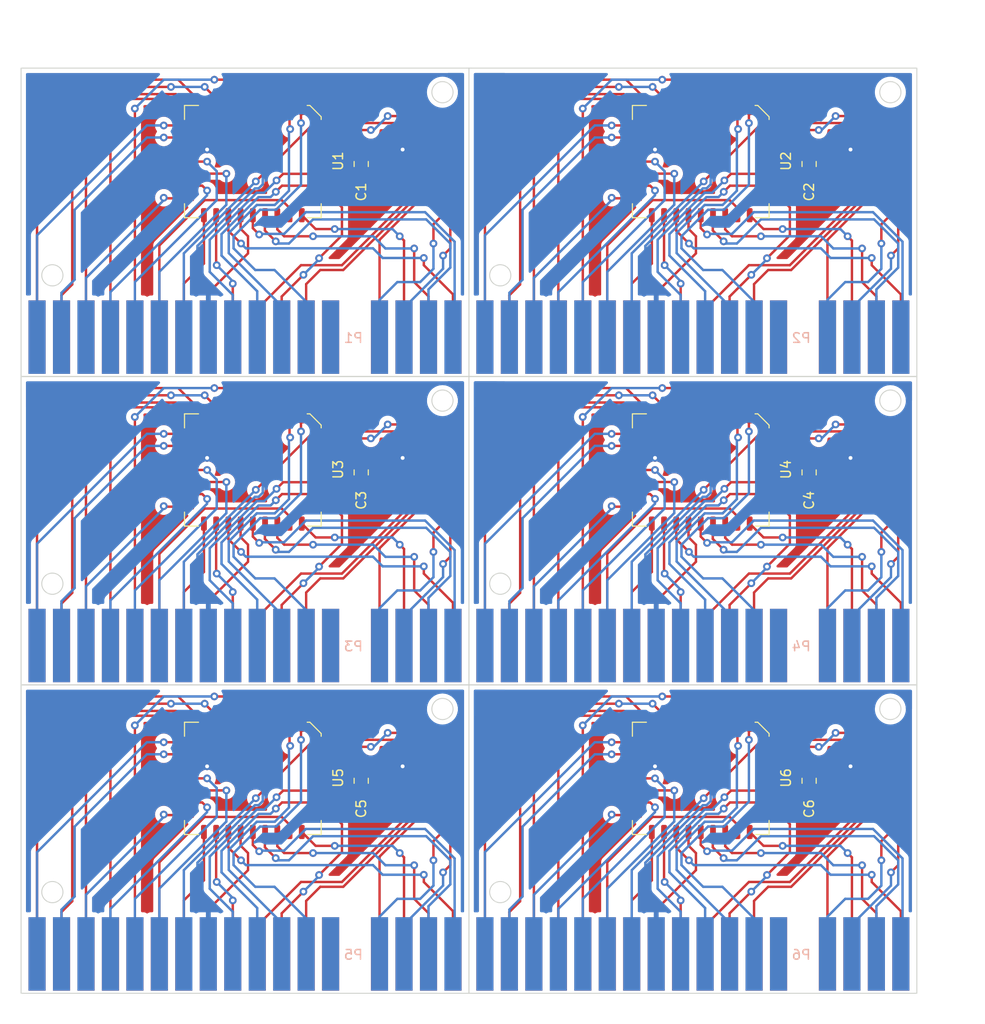
<source format=kicad_pcb>
(kicad_pcb (version 20211014) (generator pcbnew)
  (layers (0 "F.Cu" signal) (31 "B.Cu" signal) (34 "B.Paste" user) (35 "F.Paste" user) (36 "B.SilkS" user "B.Silkscreen") (37 "F.SilkS" user "F.Silkscreen") (38 "B.Mask" user) (39 "F.Mask" user) (44 "Edge.Cuts" user))
  (net 0 "")
  (net 1 "A10")
  (net 2 "A11")
  (net 3 "A8")
  (net 4 "A9")
  (net 5 "PA14")
  (net 6 "A4")
  (net 7 "PA15")
  (net 8 "A5")
  (net 11 "PA18")
  (net 12 "A7")
  (net 13 "PA17")
  (net 14 "A6")
  (net 15 "PA16")
  (net 16 "ROM_WR")
  (net 17 "EP_CE")
  (net 18 "ROM_RD")
  (net 19 "D7")
  (net 20 "A12")
  (net 21 "A13")
  (net 22 "D4")
  (net 23 "A3")
  (net 24 "D3")
  (net 25 "A2")
  (net 26 "D5")
  (net 27 "A1")
  (net 28 "D6")
  (net 29 "A0")
  (net 30 "D2")
  (net 31 "D0")
  (net 32 "D1")
  (net 33 "GND")
  (net 34 "VCC")
  (footprint "Capacitor_SMD:C_0805_2012Metric_Pad1.18x1.45mm_HandSolder" (layer "F.Cu") (at 107 66 90)
    (fp_text reference "C4")
    (fp_text value "C_Small")
  )
  (footprint "Package_LCC:PLCC-32_11.4x14.0mm_P1.27mm" (layer "F.Cu") (at 49.25 65.75 -90)
    (fp_text reference "U3")
    (fp_text value "SST39SF040")
  )
  (footprint "Capacitor_SMD:C_0805_2012Metric_Pad1.18x1.45mm_HandSolder" (layer "F.Cu") (at 60.5 66 90)
    (fp_text reference "C3")
    (fp_text value "C_Small")
  )
  (footprint "Capacitor_SMD:C_0805_2012Metric_Pad1.18x1.45mm_HandSolder" (layer "F.Cu") (at 60.5 34 90)
    (fp_text reference "C1")
    (fp_text value "C_Small")
  )
  (footprint "Capacitor_SMD:C_0805_2012Metric_Pad1.18x1.45mm_HandSolder" (layer "F.Cu") (at 107 98 90)
    (fp_text reference "C6")
    (fp_text value "C_Small")
  )
  (footprint "Capacitor_SMD:C_0805_2012Metric_Pad1.18x1.45mm_HandSolder" (layer "F.Cu") (at 107 34 90)
    (fp_text reference "C2")
    (fp_text value "C_Small")
  )
  (footprint "Package_LCC:PLCC-32_11.4x14.0mm_P1.27mm" (layer "F.Cu") (at 49.25 33.75 -90)
    (fp_text reference "U1")
    (fp_text value "SST39SF040")
  )
  (footprint "Package_LCC:PLCC-32_11.4x14.0mm_P1.27mm" (layer "F.Cu") (at 95.75 97.75 -90)
    (fp_text reference "U6")
    (fp_text value "SST39SF040")
  )
  (footprint "Package_LCC:PLCC-32_11.4x14.0mm_P1.27mm" (layer "F.Cu") (at 49.25 97.75 -90)
    (fp_text reference "U5")
    (fp_text value "SST39SF040")
  )
  (footprint "Package_LCC:PLCC-32_11.4x14.0mm_P1.27mm" (layer "F.Cu") (at 95.75 65.75 -90)
    (fp_text reference "U4")
    (fp_text value "SST39SF040")
  )
  (footprint "Package_LCC:PLCC-32_11.4x14.0mm_P1.27mm" (layer "F.Cu") (at 95.75 33.75 -90)
    (fp_text reference "U2")
    (fp_text value "SST39SF040")
  )
  (footprint "Capacitor_SMD:C_0805_2012Metric_Pad1.18x1.45mm_HandSolder" (layer "F.Cu") (at 60.5 98 90)
    (fp_text reference "C5")
    (fp_text value "C_Small")
  )
  (footprint "Common:DAN_CART_BUS" (layer "B.Cu") (at 44.624915 83.965193 180)
    (fp_text reference "P3")
    (fp_text value "DAN_CART_EDGE" hide)
  )
  (footprint "Common:DAN_CART_BUS" (layer "B.Cu") (at 91.124915 115.965193 180)
    (fp_text reference "P6")
    (fp_text value "DAN_CART_EDGE" hide)
  )
  (footprint "Common:DAN_CART_BUS" (layer "B.Cu") (at 91.124915 83.965193 180)
    (fp_text reference "P4")
    (fp_text value "DAN_CART_EDGE" hide)
  )
  (footprint "Common:DAN_CART_BUS" (layer "B.Cu") (at 44.624915 51.965193 180)
    (fp_text reference "P1")
    (fp_text value "DAN_CART_EDGE" hide)
  )
  (footprint "Common:DAN_CART_BUS" (layer "B.Cu") (at 91.124915 51.965193 180)
    (fp_text reference "P2")
    (fp_text value "DAN_CART_EDGE" hide)
  )
  (footprint "Common:DAN_CART_BUS" (layer "B.Cu") (at 44.624915 115.965193 180)
    (fp_text reference "P5")
    (fp_text value "DAN_CART_EDGE" hide)
  )
  (gr_circle (center 74.936396 109.55) (end 76.036396 109.55) (layer "Edge.Cuts") (width 0.1) (fill none))
  (gr_circle (center 74.936396 77.55) (end 76.036396 77.55) (layer "Edge.Cuts") (width 0.1) (fill none))
  (gr_rect (start 25.186396 56.05) (end 71.686396 88.05) (layer "Edge.Cuts") (width 0.1) (fill none))
  (gr_circle (center 68.936396 26.55) (end 70.036396 26.55) (layer "Edge.Cuts") (width 0.1) (fill none))
  (gr_circle (center 115.436396 26.55) (end 116.536396 26.55) (layer "Edge.Cuts") (width 0.1) (fill none))
  (gr_rect (start 71.686396 24.05) (end 118.186396 56.05) (layer "Edge.Cuts") (width 0.1) (fill none))
  (gr_circle (center 68.936396 90.55) (end 70.036396 90.55) (layer "Edge.Cuts") (width 0.1) (fill none))
  (gr_circle (center 115.436396 90.55) (end 116.536396 90.55) (layer "Edge.Cuts") (width 0.1) (fill none))
  (gr_rect (start 25.186396 88.05) (end 71.686396 120.05) (layer "Edge.Cuts") (width 0.1) (fill none))
  (gr_circle (center 28.436396 45.55) (end 29.536396 45.55) (layer "Edge.Cuts") (width 0.1) (fill none))
  (gr_circle (center 115.436396 58.55) (end 116.536396 58.55) (layer "Edge.Cuts") (width 0.1) (fill none))
  (gr_circle (center 68.936396 58.55) (end 70.036396 58.55) (layer "Edge.Cuts") (width 0.1) (fill none))
  (gr_rect (start 71.686396 56.05) (end 118.186396 88.05) (layer "Edge.Cuts") (width 0.1) (fill none))
  (gr_rect (start 71.686396 88.05) (end 118.186396 120.05) (layer "Edge.Cuts") (width 0.1) (fill none))
  (gr_circle (center 28.436396 109.55) (end 29.536396 109.55) (layer "Edge.Cuts") (width 0.1) (fill none))
  (gr_rect (start 25.186396 24.05) (end 71.686396 56.05) (layer "Edge.Cuts") (width 0.1) (fill none))
  (gr_circle (center 74.936396 45.55) (end 76.036396 45.55) (layer "Edge.Cuts") (width 0.1) (fill none))
  (gr_circle (center 28.436396 77.55) (end 29.536396 77.55) (layer "Edge.Cuts") (width 0.1) (fill none))
  (segment (start 67 108.5) (end 70.024915 111.524915) (width 0.25) (layer "F.Cu") (net 1))
  (segment (start 116.524915 79.524915) (end 116.524915 83.965193) (width 0.25) (layer "F.Cu") (net 1))
  (segment (start 67 107.75) (end 67 108.5) (width 0.25) (layer "F.Cu") (net 1))
  (segment (start 116.524915 111.524915) (end 116.524915 115.965193) (width 0.25) (layer "F.Cu") (net 1))
  (segment (start 48.0255 42.25) (end 46.71 40.9345) (width 0.25) (layer "F.Cu") (net 1))
  (segment (start 94.5255 42.25) (end 93.21 40.9345) (width 0.25) (layer "F.Cu") (net 1))
  (segment (start 70.024915 47.524915) (end 70.024915 51.965193) (width 0.25) (layer "F.Cu") (net 1))
  (segment (start 46.71 40.9345) (end 46.71 39.3125) (width 0.25) (layer "F.Cu") (net 1))
  (segment (start 113.5 76.5) (end 116.524915 79.524915) (width 0.25) (layer "F.Cu") (net 1))
  (segment (start 113.5 44.5) (end 116.524915 47.524915) (width 0.25) (layer "F.Cu") (net 1))
  (segment (start 113.5 108.5) (end 116.524915 111.524915) (width 0.25) (layer "F.Cu") (net 1))
  (segment (start 116.524915 47.524915) (end 116.524915 51.965193) (width 0.25) (layer "F.Cu") (net 1))
  (segment (start 48.0255 106.25) (end 46.71 104.9345) (width 0.25) (layer "F.Cu") (net 1))
  (segment (start 113.5 75.75) (end 113.5 76.5) (width 0.25) (layer "F.Cu") (net 1))
  (segment (start 46.71 72.9345) (end 46.71 71.3125) (width 0.25) (layer "F.Cu") (net 1))
  (segment (start 93.21 40.9345) (end 93.21 39.3125) (width 0.25) (layer "F.Cu") (net 1))
  (segment (start 113.5 43.75) (end 113.5 44.5) (width 0.25) (layer "F.Cu") (net 1))
  (segment (start 94.5255 106.25) (end 93.21 104.9345) (width 0.25) (layer "F.Cu") (net 1))
  (segment (start 70.024915 79.524915) (end 70.024915 83.965193) (width 0.25) (layer "F.Cu") (net 1))
  (segment (start 113.5 107.75) (end 113.5 108.5) (width 0.25) (layer "F.Cu") (net 1))
  (segment (start 67 43.75) (end 67 44.5) (width 0.25) (layer "F.Cu") (net 1))
  (segment (start 67 75.75) (end 67 76.5) (width 0.25) (layer "F.Cu") (net 1))
  (segment (start 93.21 104.9345) (end 93.21 103.3125) (width 0.25) (layer "F.Cu") (net 1))
  (segment (start 70.024915 111.524915) (end 70.024915 115.965193) (width 0.25) (layer "F.Cu") (net 1))
  (segment (start 67 76.5) (end 70.024915 79.524915) (width 0.25) (layer "F.Cu") (net 1))
  (segment (start 46.71 104.9345) (end 46.71 103.3125) (width 0.25) (layer "F.Cu") (net 1))
  (segment (start 94.5255 74.25) (end 93.21 72.9345) (width 0.25) (layer "F.Cu") (net 1))
  (segment (start 93.21 72.9345) (end 93.21 71.3125) (width 0.25) (layer "F.Cu") (net 1))
  (segment (start 67 44.5) (end 70.024915 47.524915) (width 0.25) (layer "F.Cu") (net 1))
  (segment (start 48.0255 74.25) (end 46.71 72.9345) (width 0.25) (layer "F.Cu") (net 1))
  (via (at 113.5 107.75) (size 0.8) (drill 0.4) (layers "F.Cu" "B.Cu") (net 1))
  (via (at 67 75.75) (size 0.8) (drill 0.4) (layers "F.Cu" "B.Cu") (net 1))
  (via (at 113.5 43.75) (size 0.8) (drill 0.4) (layers "F.Cu" "B.Cu") (net 1))
  (via (at 67 107.75) (size 0.8) (drill 0.4) (layers "F.Cu" "B.Cu") (net 1))
  (via (at 48.0255 106.25) (size 0.8) (drill 0.4) (layers "F.Cu" "B.Cu") (net 1))
  (via (at 67 43.75) (size 0.8) (drill 0.4) (layers "F.Cu" "B.Cu") (net 1))
  (via (at 48.0255 74.25) (size 0.8) (drill 0.4) (layers "F.Cu" "B.Cu") (net 1))
  (via (at 94.5255 74.25) (size 0.8) (drill 0.4) (layers "F.Cu" "B.Cu") (net 1))
  (via (at 113.5 75.75) (size 0.8) (drill 0.4) (layers "F.Cu" "B.Cu") (net 1))
  (via (at 94.5255 106.25) (size 0.8) (drill 0.4) (layers "F.Cu" "B.Cu") (net 1))
  (via (at 48.0255 42.25) (size 0.8) (drill 0.4) (layers "F.Cu" "B.Cu") (net 1))
  (via (at 94.5255 42.25) (size 0.8) (drill 0.4) (layers "F.Cu" "B.Cu") (net 1))
  (segment (start 113.5 43.75) (end 109.224695 43.75) (width 0.25) (layer "B.Cu") (net 1))
  (segment (start 108.224695 74.75) (end 95.0255 74.75) (width 0.25) (layer "B.Cu") (net 1))
  (segment (start 113.5 107.75) (end 109.224695 107.75) (width 0.25) (layer "B.Cu") (net 1))
  (segment (start 48.5255 106.75) (end 48.0255 106.25) (width 0.25) (layer "B.Cu") (net 1))
  (segment (start 48.5255 42.75) (end 48.0255 42.25) (width 0.25) (layer "B.Cu") (net 1))
  (segment (start 113.5 75.75) (end 109.224695 75.75) (width 0.25) (layer "B.Cu") (net 1))
  (segment (start 95.0255 106.75) (end 94.5255 106.25) (width 0.25) (layer "B.Cu") (net 1))
  (segment (start 109.224695 43.75) (end 108.224695 42.75) (width 0.25) (layer "B.Cu") (net 1))
  (segment (start 109.224695 107.75) (end 108.224695 106.75) (width 0.25) (layer "B.Cu") (net 1))
  (segment (start 95.0255 74.75) (end 94.5255 74.25) (width 0.25) (layer "B.Cu") (net 1))
  (segment (start 67 75.75) (end 62.724695 75.75) (width 0.25) (layer "B.Cu") (net 1))
  (segment (start 48.5255 74.75) (end 48.0255 74.25) (width 0.25) (layer "B.Cu") (net 1))
  (segment (start 95.0255 42.75) (end 94.5255 42.25) (width 0.25) (layer "B.Cu") (net 1))
  (segment (start 62.724695 43.75) (end 61.724695 42.75) (width 0.25) (layer "B.Cu") (net 1))
  (segment (start 108.224695 106.75) (end 95.0255 106.75) (width 0.25) (layer "B.Cu") (net 1))
  (segment (start 109.224695 75.75) (end 108.224695 74.75) (width 0.25) (layer "B.Cu") (net 1))
  (segment (start 61.724695 74.75) (end 48.5255 74.75) (width 0.25) (layer "B.Cu") (net 1))
  (segment (start 62.724695 107.75) (end 61.724695 106.75) (width 0.25) (layer "B.Cu") (net 1))
  (segment (start 108.224695 42.75) (end 95.0255 42.75) (width 0.25) (layer "B.Cu") (net 1))
  (segment (start 67 107.75) (end 62.724695 107.75) (width 0.25) (layer "B.Cu") (net 1))
  (segment (start 67 43.75) (end 62.724695 43.75) (width 0.25) (layer "B.Cu") (net 1))
  (segment (start 61.724695 42.75) (end 48.5255 42.75) (width 0.25) (layer "B.Cu") (net 1))
  (segment (start 61.724695 106.75) (end 48.5255 106.75) (width 0.25) (layer "B.Cu") (net 1))
  (segment (start 62.724695 75.75) (end 61.724695 74.75) (width 0.25) (layer "B.Cu") (net 1))
  (segment (start 95.75 104.659388) (end 95.75 103.3125) (width 0.25) (layer "F.Cu") (net 2))
  (segment (start 49.906187 73.315575) (end 49.25 72.659388) (width 0.25) (layer "F.Cu") (net 2))
  (segment (start 49.25 104.659388) (end 49.25 103.3125) (width 0.25) (layer "F.Cu") (net 2))
  (segment (start 96.406187 73.315575) (end 95.75 72.659388) (width 0.25) (layer "F.Cu") (net 2))
  (segment (start 49.906187 105.315575) (end 49.25 104.659388) (width 0.25) (layer "F.Cu") (net 2))
  (segment (start 96.406187 105.315575) (end 95.75 104.659388) (width 0.25) (layer "F.Cu") (net 2))
  (segment (start 95.75 40.659388) (end 95.75 39.3125) (width 0.25) (layer "F.Cu") (net 2))
  (segment (start 49.25 72.659388) (end 49.25 71.3125) (width 0.25) (layer "F.Cu") (net 2))
  (segment (start 49.906187 41.315575) (end 49.25 40.659388) (width 0.25) (layer "F.Cu") (net 2))
  (segment (start 95.75 72.659388) (end 95.75 71.3125) (width 0.25) (layer "F.Cu") (net 2))
  (segment (start 96.406187 41.315575) (end 95.75 40.659388) (width 0.25) (layer "F.Cu") (net 2))
  (segment (start 49.25 40.659388) (end 49.25 39.3125) (width 0.25) (layer "F.Cu") (net 2))
  (via (at 49.906187 73.315575) (size 0.8) (drill 0.4) (layers "F.Cu" "B.Cu") (net 2))
  (via (at 49.906187 105.315575) (size 0.8) (drill 0.4) (layers "F.Cu" "B.Cu") (net 2))
  (via (at 49.906187 41.315575) (size 0.8) (drill 0.4) (layers "F.Cu" "B.Cu") (net 2))
  (via (at 96.406187 41.315575) (size 0.8) (drill 0.4) (layers "F.Cu" "B.Cu") (net 2))
  (via (at 96.406187 105.315575) (size 0.8) (drill 0.4) (layers "F.Cu" "B.Cu") (net 2))
  (via (at 96.406187 73.315575) (size 0.8) (drill 0.4) (layers "F.Cu" "B.Cu") (net 2))
  (segment (start 49.971762 41.25) (end 52.5 41.25) (width 0.25) (layer "B.Cu") (net 2))
  (segment (start 67.136396 103) (end 70.2 106.063604) (width 0.25) (layer "B.Cu") (net 2))
  (segment (start 116.7 42.063604) (end 116.7 51.790108) (width 0.25) (layer "B.Cu") (net 2))
  (segment (start 70.2 74.063604) (end 70.2 83.790108) (width 0.25) (layer "B.Cu") (net 2))
  (segment (start 67.136396 39) (end 70.2 42.063604) (width 0.25) (layer "B.Cu") (net 2))
  (segment (start 52.5 73.25) (end 54.75 71) (width 0.25) (layer "B.Cu") (net 2))
  (segment (start 54.75 71) (end 67.136396 71) (width 0.25) (layer "B.Cu") (net 2))
  (segment (start 101.25 71) (end 113.636396 71) (width 0.25) (layer "B.Cu") (net 2))
  (segment (start 113.636396 103) (end 116.7 106.063604) (width 0.25) (layer "B.Cu") (net 2))
  (segment (start 99 73.25) (end 101.25 71) (width 0.25) (layer "B.Cu") (net 2))
  (segment (start 116.7 74.063604) (end 116.7 83.790108) (width 0.25) (layer "B.Cu") (net 2))
  (segment (start 113.636396 39) (end 116.7 42.063604) (width 0.25) (layer "B.Cu") (net 2))
  (segment (start 54.75 103) (end 67.136396 103) (width 0.25) (layer "B.Cu") (net 2))
  (segment (start 116.7 115.790108) (end 116.524915 115.965193) (width 0.25) (layer "B.Cu") (net 2))
  (segment (start 49.971762 105.25) (end 52.5 105.25) (width 0.25) (layer "B.Cu") (net 2))
  (segment (start 96.406187 105.315575) (end 96.471762 105.25) (width 0.25) (layer "B.Cu") (net 2))
  (segment (start 67.136396 71) (end 70.2 74.063604) (width 0.25) (layer "B.Cu") (net 2))
  (segment (start 96.406187 41.315575) (end 96.471762 41.25) (width 0.25) (layer "B.Cu") (net 2))
  (segment (start 49.971762 73.25) (end 52.5 73.25) (width 0.25) (layer "B.Cu") (net 2))
  (segment (start 70.2 42.063604) (end 70.2 51.790108) (width 0.25) (layer "B.Cu") (net 2))
  (segment (start 99 41.25) (end 101.25 39) (width 0.25) (layer "B.Cu") (net 2))
  (segment (start 116.7 106.063604) (end 116.7 115.790108) (width 0.25) (layer "B.Cu") (net 2))
  (segment (start 101.25 103) (end 113.636396 103) (width 0.25) (layer "B.Cu") (net 2))
  (segment (start 70.2 51.790108) (end 70.024915 51.965193) (width 0.25) (layer "B.Cu") (net 2))
  (segment (start 70.2 83.790108) (end 70.024915 83.965193) (width 0.25) (layer "B.Cu") (net 2))
  (segment (start 54.75 39) (end 67.136396 39) (width 0.25) (layer "B.Cu") (net 2))
  (segment (start 70.2 106.063604) (end 70.2 115.790108) (width 0.25) (layer "B.Cu") (net 2))
  (segment (start 113.636396 71) (end 116.7 74.063604) (width 0.25) (layer "B.Cu") (net 2))
  (segment (start 116.7 51.790108) (end 116.524915 51.965193) (width 0.25) (layer "B.Cu") (net 2))
  (segment (start 116.7 83.790108) (end 116.524915 83.965193) (width 0.25) (layer "B.Cu") (net 2))
  (segment (start 49.906187 73.315575) (end 49.971762 73.25) (width 0.25) (layer "B.Cu") (net 2))
  (segment (start 96.471762 73.25) (end 99 73.25) (width 0.25) (layer "B.Cu") (net 2))
  (segment (start 96.406187 73.315575) (end 96.471762 73.25) (width 0.25) (layer "B.Cu") (net 2))
  (segment (start 101.25 39) (end 113.636396 39) (width 0.25) (layer "B.Cu") (net 2))
  (segment (start 96.471762 105.25) (end 99 105.25) (width 0.25) (layer "B.Cu") (net 2))
  (segment (start 96.471762 41.25) (end 99 41.25) (width 0.25) (layer "B.Cu") (net 2))
  (segment (start 70.2 115.790108) (end 70.024915 115.965193) (width 0.25) (layer "B.Cu") (net 2))
  (segment (start 99 105.25) (end 101.25 103) (width 0.25) (layer "B.Cu") (net 2))
  (segment (start 52.5 105.25) (end 54.75 103) (width 0.25) (layer "B.Cu") (net 2))
  (segment (start 52.5 41.25) (end 54.75 39) (width 0.25) (layer "B.Cu") (net 2))
  (segment (start 49.906187 41.315575) (end 49.971762 41.25) (width 0.25) (layer "B.Cu") (net 2))
  (segment (start 49.906187 105.315575) (end 49.971762 105.25) (width 0.25) (layer "B.Cu") (net 2))
  (segment (start 113.984915 47.734915) (end 113.984915 51.965193) (width 0.25) (layer "F.Cu") (net 3))
  (segment (start 51.79 72.79) (end 51.79 71.3125) (width 0.25) (layer "F.Cu") (net 3))
  (segment (start 112.5 106.762299) (end 112.5 110.25) (width 0.25) (layer "F.Cu") (net 3))
  (segment (start 51.79 40.79) (end 51.79 39.3125) (width 0.25) (layer "F.Cu") (net 3))
  (segment (start 66 110.25) (end 67.484915 111.734915) (width 0.25) (layer "F.Cu") (net 3))
  (segment (start 52.5 73.5) (end 51.79 72.79) (width 0.25) (layer "F.Cu") (net 3))
  (segment (start 99 41.5) (end 98.29 40.79) (width 0.25) (layer "F.Cu") (net 3))
  (segment (start 66 42.762299) (end 66 46.25) (width 0.25) (layer "F.Cu") (net 3))
  (segment (start 55.5 73.5) (end 52.5 73.5) (width 0.25) (layer "F.Cu") (net 3))
  (segment (start 112.5 78.25) (end 113.984915 79.734915) (width 0.25) (layer "F.Cu") (net 3))
  (segment (start 66 78.25) (end 67.484915 79.734915) (width 0.25) (layer "F.Cu") (net 3))
  (segment (start 98.29 72.79) (end 98.29 71.3125) (width 0.25) (layer "F.Cu") (net 3))
  (segment (start 113.984915 111.734915) (end 113.984915 115.965193) (width 0.25) (layer "F.Cu") (net 3))
  (segment (start 55.5 41.5) (end 52.5 41.5) (width 0.25) (layer "F.Cu") (net 3))
  (segment (start 67.484915 79.734915) (end 67.484915 83.965193) (width 0.25) (layer "F.Cu") (net 3))
  (segment (start 112.5 46.25) (end 113.984915 47.734915) (width 0.25) (layer "F.Cu") (net 3))
  (segment (start 66 74.762299) (end 66 78.25) (width 0.25) (layer "F.Cu") (net 3))
  (segment (start 113.984915 79.734915) (end 113.984915 83.965193) (width 0.25) (layer "F.Cu") (net 3))
  (segment (start 51.79 104.79) (end 51.79 103.3125) (width 0.25) (layer "F.Cu") (net 3))
  (segment (start 52.5 105.5) (end 51.79 104.79) (width 0.25) (layer "F.Cu") (net 3))
  (segment (start 98.29 104.79) (end 98.29 103.3125) (width 0.25) (layer "F.Cu") (net 3))
  (segment (start 112.5 42.762299) (end 112.5 46.25) (width 0.25) (layer "F.Cu") (net 3))
  (segment (start 67.484915 111.734915) (end 67.484915 115.965193) (width 0.25) (layer "F.Cu") (net 3))
  (segment (start 52.5 41.5) (end 51.79 40.79) (width 0.25) (layer "F.Cu") (net 3))
  (segment (start 55.5 105.5) (end 52.5 105.5) (width 0.25) (layer "F.Cu") (net 3))
  (segment (start 66 46.25) (end 67.484915 47.734915) (width 0.25) (layer "F.Cu") (net 3))
  (segment (start 99 105.5) (end 98.29 104.79) (width 0.25) (layer "F.Cu") (net 3))
  (segment (start 102 105.5) (end 99 105.5) (width 0.25) (layer "F.Cu") (net 3))
  (segment (start 98.29 40.79) (end 98.29 39.3125) (width 0.25) (layer "F.Cu") (net 3))
  (segment (start 67.484915 47.734915) (end 67.484915 51.965193) (width 0.25) (layer "F.Cu") (net 3))
  (segment (start 112.5 74.762299) (end 112.5 78.25) (width 0.25) (layer "F.Cu") (net 3))
  (segment (start 99 73.5) (end 98.29 72.79) (width 0.25) (layer "F.Cu") (net 3))
  (segment (start 102 41.5) (end 99 41.5) (width 0.25) (layer "F.Cu") (net 3))
  (segment (start 102 73.5) (end 99 73.5) (width 0.25) (layer "F.Cu") (net 3))
  (segment (start 66 106.762299) (end 66 110.25) (width 0.25) (layer "F.Cu") (net 3))
  (segment (start 112.5 110.25) (end 113.984915 111.734915) (width 0.25) (layer "F.Cu") (net 3))
  (via (at 102 73.5) (size 0.8) (drill 0.4) (layers "F.Cu" "B.Cu") (net 3))
  (via (at 102 41.5) (size 0.8) (drill 0.4) (layers "F.Cu" "B.Cu") (net 3))
  (via (at 102 105.5) (size 0.8) (drill 0.4) (layers "F.Cu" "B.Cu") (net 3))
  (via (at 112.5 42.762299) (size 0.8) (drill 0.4) (layers "F.Cu" "B.Cu") (net 3))
  (via (at 55.5 73.5) (size 0.8) (drill 0.4) (layers "F.Cu" "B.Cu") (net 3))
  (via (at 112.5 74.762299) (size 0.8) (drill 0.4) (layers "F.Cu" "B.Cu") (net 3))
  (via (at 55.5 105.5) (size 0.8) (drill 0.4) (layers "F.Cu" "B.Cu") (net 3))
  (via (at 66 106.762299) (size 0.8) (drill 0.4) (layers "F.Cu" "B.Cu") (net 3))
  (via (at 55.5 41.5) (size 0.8) (drill 0.4) (layers "F.Cu" "B.Cu") (net 3))
  (via (at 112.5 106.762299) (size 0.8) (drill 0.4) (layers "F.Cu" "B.Cu") (net 3))
  (via (at 66 42.762299) (size 0.8) (drill 0.4) (layers "F.Cu" "B.Cu") (net 3))
  (via (at 66 74.762299) (size 0.8) (drill 0.4) (layers "F.Cu" "B.Cu") (net 3))
  (segment (start 66 74.762299) (end 63.012299 74.762299) (width 0.25) (layer "B.Cu") (net 3))
  (segment (start 63.012299 42.762299) (end 61.75 41.5) (width 0.25) (layer "B.Cu") (net 3))
  (segment (start 108.25 105.5) (end 102 105.5) (width 0.25) (layer "B.Cu") (net 3))
  (segment (start 61.75 41.5) (end 55.5 41.5) (width 0.25) (layer "B.Cu") (net 3))
  (segment (start 112.5 74.762299) (end 109.512299 74.762299) (width 0.25) (layer "B.Cu") (net 3))
  (segment (start 109.512299 74.762299) (end 108.25 73.5) (width 0.25) (layer "B.Cu") (net 3))
  (segment (start 66 42.762299) (end 63.012299 42.762299) (width 0.25) (layer "B.Cu") (net 3))
  (segment (start 112.5 42.762299) (end 109.512299 42.762299) (width 0.25) (layer "B.Cu") (net 3))
  (segment (start 109.512299 42.762299) (end 108.25 41.5) (width 0.25) (layer "B.Cu") (net 3))
  (segment (start 61.75 105.5) (end 55.5 105.5) (width 0.25) (layer "B.Cu") (net 3))
  (segment (start 63.012299 106.762299) (end 61.75 105.5) (width 0.25) (layer "B.Cu") (net 3))
  (segment (start 108.25 41.5) (end 102 41.5) (width 0.25) (layer "B.Cu") (net 3))
  (segment (start 61.75 73.5) (end 55.5 73.5) (width 0.25) (layer "B.Cu") (net 3))
  (segment (start 108.25 73.5) (end 102 73.5) (width 0.25) (layer "B.Cu") (net 3))
  (segment (start 66 106.762299) (end 63.012299 106.762299) (width 0.25) (layer "B.Cu") (net 3))
  (segment (start 109.512299 106.762299) (end 108.25 105.5) (width 0.25) (layer "B.Cu") (net 3))
  (segment (start 112.5 106.762299) (end 109.512299 106.762299) (width 0.25) (layer "B.Cu") (net 3))
  (segment (start 63.012299 74.762299) (end 61.75 73.5) (width 0.25) (layer "B.Cu") (net 3))
  (segment (start 51.625 74.0255) (end 50.5 72.9005) (width 0.25) (layer "F.Cu") (net 4))
  (segment (start 50.5 103.3325) (end 50.52 103.3125) (width 0.25) (layer "F.Cu") (net 4))
  (segment (start 51.625 106.0255) (end 50.5 104.9005) (width 0.25) (layer "F.Cu") (net 4))
  (segment (start 50.5 72.9005) (end 50.5 71.3325) (width 0.25) (layer "F.Cu") (net 4))
  (segment (start 98.125 106.0255) (end 97 104.9005) (width 0.25) (layer "F.Cu") (net 4))
  (segment (start 98.125 74.0255) (end 97 72.9005) (width 0.25) (layer "F.Cu") (net 4))
  (segment (start 50.5 71.3325) (end 50.52 71.3125) (width 0.25) (layer "F.Cu") (net 4))
  (segment (start 97 72.9005) (end 97 71.3325) (width 0.25) (layer "F.Cu") (net 4))
  (segment (start 97 40.9005) (end 97 39.3325) (width 0.25) (layer "F.Cu") (net 4))
  (segment (start 97 71.3325) (end 97.02 71.3125) (width 0.25) (layer "F.Cu") (net 4))
  (segment (start 97 39.3325) (end 97.02 39.3125) (width 0.25) (layer "F.Cu") (net 4))
  (segment (start 51.625 42.0255) (end 50.5 40.9005) (width 0.25) (layer "F.Cu") (net 4))
  (segment (start 50.5 40.9005) (end 50.5 39.3325) (width 0.25) (layer "F.Cu") (net 4))
  (segment (start 98.125 42.0255) (end 97 40.9005) (width 0.25) (layer "F.Cu") (net 4))
  (segment (start 50.5 104.9005) (end 50.5 103.3325) (width 0.25) (layer "F.Cu") (net 4))
  (segment (start 97 103.3325) (end 97.02 103.3125) (width 0.25) (layer "F.Cu") (net 4))
  (segment (start 97 104.9005) (end 97 103.3325) (width 0.25) (layer "F.Cu") (net 4))
  (segment (start 50.5 39.3325) (end 50.52 39.3125) (width 0.25) (layer "F.Cu") (net 4))
  (via (at 51.625 74.0255) (size 0.8) (drill 0.4) (layers "F.Cu" "B.Cu") (net 4))
  (via (at 51.625 106.0255) (size 0.8) (drill 0.4) (layers "F.Cu" "B.Cu") (net 4))
  (via (at 98.125 106.0255) (size 0.8) (drill 0.4) (layers "F.Cu" "B.Cu") (net 4))
  (via (at 51.625 42.0255) (size 0.8) (drill 0.4) (layers "F.Cu" "B.Cu") (net 4))
  (via (at 98.125 74.0255) (size 0.8) (drill 0.4) (layers "F.Cu" "B.Cu") (net 4))
  (via (at 98.125 42.0255) (size 0.8) (drill 0.4) (layers "F.Cu" "B.Cu") (net 4))
  (segment (start 67.25 71.75) (end 69.75 74.25) (width 0.25) (layer "B.Cu") (net 4))
  (segment (start 99.5 74.25) (end 102 71.75) (width 0.25) (layer "B.Cu") (net 4))
  (segment (start 67.484915 79.015085) (end 67.484915 83.965193) (width 0.25) (layer "B.Cu") (net 4))
  (segment (start 113.984915 79.015085) (end 113.984915 83.965193) (width 0.25) (layer "B.Cu") (net 4))
  (segment (start 113.75 103.75) (end 116.25 106.25) (width 0.25) (layer "B.Cu") (net 4))
  (segment (start 67.484915 47.015085) (end 67.484915 51.965193) (width 0.25) (layer "B.Cu") (net 4))
  (segment (start 55.5 103.75) (end 67.25 103.75) (width 0.25) (layer "B.Cu") (net 4))
  (segment (start 113.984915 47.015085) (end 113.984915 51.965193) (width 0.25) (layer "B.Cu") (net 4))
  (segment (start 53 42.25) (end 55.5 39.75) (width 0.25) (layer "B.Cu") (net 4))
  (segment (start 67.25 103.75) (end 69.75 106.25) (width 0.25) (layer "B.Cu") (net 4))
  (segment (start 53 74.25) (end 55.5 71.75) (width 0.25) (layer "B.Cu") (net 4))
  (segment (start 113.75 39.75) (end 116.25 42.25) (width 0.25) (layer "B.Cu") (net 4))
  (segment (start 69.75 74.25) (end 69.75 76.75) (width 0.25) (layer "B.Cu") (net 4))
  (segment (start 116.25 74.25) (end 116.25 76.75) (width 0.25) (layer "B.Cu") (net 4))
  (segment (start 99.5 106.25) (end 102 103.75) (width 0.25) (layer "B.Cu") (net 4))
  (segment (start 98.125 74.0255) (end 98.3495 74.25) (width 0.25) (layer "B.Cu") (net 4))
  (segment (start 116.25 42.25) (end 116.25 44.75) (width 0.25) (layer "B.Cu") (net 4))
  (segment (start 51.8495 106.25) (end 53 106.25) (width 0.25) (layer "B.Cu") (net 4))
  (segment (start 113.984915 111.015085) (end 113.984915 115.965193) (width 0.25) (layer "B.Cu") (net 4))
  (segment (start 69.75 44.75) (end 67.484915 47.015085) (width 0.25) (layer "B.Cu") (net 4))
  (segment (start 53 106.25) (end 55.5 103.75) (width 0.25) (layer "B.Cu") (net 4))
  (segment (start 69.75 106.25) (end 69.75 108.75) (width 0.25) (layer "B.Cu") (net 4))
  (segment (start 102 39.75) (end 113.75 39.75) (width 0.25) (layer "B.Cu") (net 4))
  (segment (start 51.8495 74.25) (end 53 74.25) (width 0.25) (layer "B.Cu") (net 4))
  (segment (start 55.5 39.75) (end 67.25 39.75) (width 0.25) (layer "B.Cu") (net 4))
  (segment (start 116.25 108.75) (end 113.984915 111.015085) (width 0.25) (layer "B.Cu") (net 4))
  (segment (start 102 103.75) (end 113.75 103.75) (width 0.25) (layer "B.Cu") (net 4))
  (segment (start 69.75 108.75) (end 67.484915 111.015085) (width 0.25) (layer "B.Cu") (net 4))
  (segment (start 67.484915 111.015085) (end 67.484915 115.965193) (width 0.25) (layer "B.Cu") (net 4))
  (segment (start 98.3495 42.25) (end 99.5 42.25) (width 0.25) (layer "B.Cu") (net 4))
  (segment (start 113.75 71.75) (end 116.25 74.25) (width 0.25) (layer "B.Cu") (net 4))
  (segment (start 69.75 76.75) (end 67.484915 79.015085) (width 0.25) (layer "B.Cu") (net 4))
  (segment (start 55.5 71.75) (end 67.25 71.75) (width 0.25) (layer "B.Cu") (net 4))
  (segment (start 51.8495 42.25) (end 53 42.25) (width 0.25) (layer "B.Cu") (net 4))
  (segment (start 51.625 106.0255) (end 51.8495 106.25) (width 0.25) (layer "B.Cu") (net 4))
  (segment (start 116.25 76.75) (end 113.984915 79.015085) (width 0.25) (layer "B.Cu") (net 4))
  (segment (start 67.25 39.75) (end 69.75 42.25) (width 0.25) (layer "B.Cu") (net 4))
  (segment (start 116.25 106.25) (end 116.25 108.75) (width 0.25) (layer "B.Cu") (net 4))
  (segment (start 102 71.75) (end 113.75 71.75) (width 0.25) (layer "B.Cu") (net 4))
  (segment (start 51.625 74.0255) (end 51.8495 74.25) (width 0.25) (layer "B.Cu") (net 4))
  (segment (start 98.125 106.0255) (end 98.3495 106.25) (width 0.25) (layer "B.Cu") (net 4))
  (segment (start 98.3495 74.25) (end 99.5 74.25) (width 0.25) (layer "B.Cu") (net 4))
  (segment (start 51.625 42.0255) (end 51.8495 42.25) (width 0.25) (layer "B.Cu") (net 4))
  (segment (start 98.125 42.0255) (end 98.3495 42.25) (width 0.25) (layer "B.Cu") (net 4))
  (segment (start 116.25 44.75) (end 113.984915 47.015085) (width 0.25) (layer "B.Cu") (net 4))
  (segment (start 98.3495 106.25) (end 99.5 106.25) (width 0.25) (layer "B.Cu") (net 4))
  (segment (start 99.5 42.25) (end 102 39.75) (width 0.25) (layer "B.Cu") (net 4))
  (segment (start 69.75 42.25) (end 69.75 44.75) (width 0.25) (layer "B.Cu") (net 4))
  (segment (start 57.75 72.75) (end 55.7675 72.75) (width 0.25) (layer "F.Cu") (net 5))
  (segment (start 111.444915 105.944915) (end 111.444915 115.965193) (width 0.25) (layer "F.Cu") (net 5))
  (segment (start 57.75 104.75) (end 55.7675 104.75) (width 0.25) (layer "F.Cu") (net 5))
  (segment (start 104.25 72.75) (end 102.2675 72.75) (width 0.25) (layer "F.Cu") (net 5))
  (segment (start 102.2675 72.75) (end 100.83 71.3125) (width 0.25) (layer "F.Cu") (net 5))
  (segment (start 64.944915 41.944915) (end 64.944915 51.965193) (width 0.25) (layer "F.Cu") (net 5))
  (segment (start 57.75 40.75) (end 55.7675 40.75) (width 0.25) (layer "F.Cu") (net 5))
  (segment (start 104.25 40.75) (end 102.2675 40.75) (width 0.25) (layer "F.Cu") (net 5))
  (segment (start 55.7675 40.75) (end 54.33 39.3125) (width 0.25) (layer "F.Cu") (net 5))
  (segment (start 64.5 41.5) (end 64.944915 41.944915) (width 0.25) (layer "F.Cu") (net 5))
  (segment (start 104.25 104.75) (end 102.2675 104.75) (width 0.25) (layer "F.Cu") (net 5))
  (segment (start 64.5 73.5) (end 64.944915 73.944915) (width 0.25) (layer "F.Cu") (net 5))
  (segment (start 64.5 105.5) (end 64.944915 105.944915) (width 0.25) (layer "F.Cu") (net 5))
  (segment (start 102.2675 104.75) (end 100.83 103.3125) (width 0.25) (layer "F.Cu") (net 5))
  (segment (start 111 73.5) (end 111.444915 73.944915) (width 0.25) (layer "F.Cu") (net 5))
  (segment (start 111.444915 41.944915) (end 111.444915 51.965193) (width 0.25) (layer "F.Cu") (net 5))
  (segment (start 64.944915 105.944915) (end 64.944915 115.965193) (width 0.25) (layer "F.Cu") (net 5))
  (segment (start 111.444915 73.944915) (end 111.444915 83.965193) (width 0.25) (layer "F.Cu") (net 5))
  (segment (start 111 105.5) (end 111.444915 105.944915) (width 0.25) (layer "F.Cu") (net 5))
  (segment (start 55.7675 72.75) (end 54.33 71.3125) (width 0.25) (layer "F.Cu") (net 5))
  (segment (start 64.944915 73.944915) (end 64.944915 83.965193) (width 0.25) (layer "F.Cu") (net 5))
  (segment (start 111 41.5) (end 111.444915 41.944915) (width 0.25) (layer "F.Cu") (net 5))
  (segment (start 55.7675 104.75) (end 54.33 103.3125) (width 0.25) (layer "F.Cu") (net 5))
  (segment (start 102.2675 40.75) (end 100.83 39.3125) (width 0.25) (layer "F.Cu") (net 5))
  (via (at 57.75 104.75) (size 0.8) (drill 0.4) (layers "F.Cu" "B.Cu") (net 5))
  (via (at 111 41.5) (size 0.8) (drill 0.4) (layers "F.Cu" "B.Cu") (net 5))
  (via (at 64.5 73.5) (size 0.8) (drill 0.4) (layers "F.Cu" "B.Cu") (net 5))
  (via (at 111 105.5) (size 0.8) (drill 0.4) (layers "F.Cu" "B.Cu") (net 5))
  (via (at 64.5 105.5) (size 0.8) (drill 0.4) (layers "F.Cu" "B.Cu") (net 5))
  (via (at 64.5 41.5) (size 0.8) (drill 0.4) (layers "F.Cu" "B.Cu") (net 5))
  (via (at 104.25 104.75) (size 0.8) (drill 0.4) (layers "F.Cu" "B.Cu") (net 5))
  (via (at 57.75 40.75) (size 0.8) (drill 0.4) (layers "F.Cu" "B.Cu") (net 5))
  (via (at 57.75 72.75) (size 0.8) (drill 0.4) (layers "F.Cu" "B.Cu") (net 5))
  (via (at 111 73.5) (size 0.8) (drill 0.4) (layers "F.Cu" "B.Cu") (net 5))
  (via (at 104.25 40.75) (size 0.8) (drill 0.4) (layers "F.Cu" "B.Cu") (net 5))
  (via (at 104.25 72.75) (size 0.8) (drill 0.4) (layers "F.Cu" "B.Cu") (net 5))
  (segment (start 64.5 73.5) (end 63.75 72.75) (width 0.25) (layer "B.Cu") (net 5))
  (segment (start 111 41.5) (end 110.25 40.75) (width 0.25) (layer "B.Cu") (net 5))
  (segment (start 110.25 104.75) (end 104.25 104.75) (width 0.25) (layer "B.Cu") (net 5))
  (segment (start 63.75 104.75) (end 57.75 104.75) (width 0.25) (layer "B.Cu") (net 5))
  (segment (start 111 105.5) (end 110.25 104.75) (width 0.25) (layer "B.Cu") (net 5))
  (segment (start 63.75 72.75) (end 57.75 72.75) (width 0.25) (layer "B.Cu") (net 5))
  (segment (start 63.75 40.75) (end 57.75 40.75) (width 0.25) (layer "B.Cu") (net 5))
  (segment (start 64.5 41.5) (end 63.75 40.75) (width 0.25) (layer "B.Cu") (net 5))
  (segment (start 64.5 105.5) (end 63.75 104.75) (width 0.25) (layer "B.Cu") (net 5))
  (segment (start 110.25 72.75) (end 104.25 72.75) (width 0.25) (layer "B.Cu") (net 5))
  (segment (start 111 73.5) (end 110.25 72.75) (width 0.25) (layer "B.Cu") (net 5))
  (segment (start 110.25 40.75) (end 104.25 40.75) (width 0.25) (layer "B.Cu") (net 5))
  (segment (start 50.52 27.23) (end 50.52 28.1875) (width 0.25) (layer "F.Cu") (net 6))
  (segment (start 115.5 107.5) (end 116.25 106.75) (width 0.25) (layer "F.Cu") (net 6))
  (segment (start 98.25 58) (end 97.02 59.23) (width 0.25) (layer "F.Cu") (net 6))
  (segment (start 98.25 26) (end 97.02 27.23) (width 0.25) (layer "F.Cu") (net 6))
  (segment (start 64 58) (end 51.75 58) (width 0.25) (layer "F.Cu") (net 6))
  (segment (start 51.75 90) (end 50.52 91.23) (width 0.25) (layer "F.Cu") (net 6))
  (segment (start 97.02 27.23) (end 97.02 28.1875) (width 0.25) (layer "F.Cu") (net 6))
  (segment (start 110.5 90) (end 98.25 90) (width 0.25) (layer "F.Cu") (net 6))
  (segment (start 115.5 75.5) (end 116.25 74.75) (width 0.25) (layer "F.Cu") (net 6))
  (segment (start 115.5 43.5) (end 116.25 42.75) (width 0.25) (layer "F.Cu") (net 6))
  (segment (start 110.5 58) (end 98.25 58) (width 0.25) (layer "F.Cu") (net 6))
  (segment (start 116.25 63.75) (end 110.5 58) (width 0.25) (layer "F.Cu") (net 6))
  (segment (start 97.02 59.23) (end 97.02 60.1875) (width 0.25) (layer "F.Cu") (net 6))
  (segment (start 116.25 95.75) (end 110.5 90) (width 0.25) (layer "F.Cu") (net 6))
  (segment (start 64 90) (end 51.75 90) (width 0.25) (layer "F.Cu") (net 6))
  (segment (start 50.52 59.23) (end 50.52 60.1875) (width 0.25) (layer "F.Cu") (net 6))
  (segment (start 110.5 26) (end 98.25 26) (width 0.25) (layer "F.Cu") (net 6))
  (segment (start 69 75.5) (end 69.75 74.75) (width 0.25) (layer "F.Cu") (net 6))
  (segment (start 97.02 91.23) (end 97.02 92.1875) (width 0.25) (layer "F.Cu") (net 6))
  (segment (start 98.25 90) (end 97.02 91.23) (width 0.25) (layer "F.Cu") (net 6))
  (segment (start 51.75 26) (end 50.52 27.23) (width 0.25) (layer "F.Cu") (net 6))
  (segment (start 116.25 42.75) (end 116.25 31.75) (width 0.25) (layer "F.Cu") (net 6))
  (segment (start 69.75 31.75) (end 64 26) (width 0.25) (layer "F.Cu") (net 6))
  (segment (start 69.75 106.75) (end 69.75 95.75) (width 0.25) (layer "F.Cu") (net 6))
  (segment (start 69.75 74.75) (end 69.75 63.75) (width 0.25) (layer "F.Cu") (net 6))
  (segment (start 69.75 42.75) (end 69.75 31.75) (width 0.25) (layer "F.Cu") (net 6))
  (segment (start 116.25 74.75) (end 116.25 63.75) (width 0.25) (layer "F.Cu") (net 6))
  (segment (start 64 26) (end 51.75 26) (width 0.25) (layer "F.Cu") (net 6))
  (segment (start 69.75 63.75) (end 64 58) (width 0.25) (layer "F.Cu") (net 6))
  (segment (start 69.75 95.75) (end 64 90) (width 0.25) (layer "F.Cu") (net 6))
  (segment (start 51.75 58) (end 50.52 59.23) (width 0.25) (layer "F.Cu") (net 6))
  (segment (start 116.25 31.75) (end 110.5 26) (width 0.25) (layer "F.Cu") (net 6))
  (segment (start 50.52 91.23) (end 50.52 92.1875) (width 0.25) (layer "F.Cu") (net 6))
  (segment (start 69 43.5) (end 69.75 42.75) (width 0.25) (layer "F.Cu") (net 6))
  (segment (start 69 107.5) (end 69.75 106.75) (width 0.25) (layer "F.Cu") (net 6))
  (segment (start 116.25 106.75) (end 116.25 95.75) (width 0.25) (layer "F.Cu") (net 6))
  (via (at 69 75.5) (size 0.8) (drill 0.4) (layers "F.Cu" "B.Cu") (net 6))
  (via (at 69 43.5) (size 0.8) (drill 0.4) (layers "F.Cu" "B.Cu") (net 6))
  (via (at 69 107.5) (size 0.8) (drill 0.4) (layers "F.Cu" "B.Cu") (net 6))
  (via (at 115.5 75.5) (size 0.8) (drill 0.4) (layers "F.Cu" "B.Cu") (net 6))
  (via (at 115.5 43.5) (size 0.8) (drill 0.4) (layers "F.Cu" "B.Cu") (net 6))
  (via (at 115.5 107.5) (size 0.8) (drill 0.4) (layers "F.Cu" "B.Cu") (net 6))
  (segment (start 111.444915 80.918689) (end 113.681802 78.681802) (width 0.25) (layer "B.Cu") (net 6))
  (segment (start 67.181802 110.681802) (end 69 108.863604) (width 0.25) (layer "B.Cu") (net 6))
  (segment (start 111.444915 51.965193) (end 111.444915 48.918689) (width 0.25) (layer "B.Cu") (net 6))
  (segment (start 64.944915 48.918689) (end 67.181802 46.681802) (width 0.25) (layer "B.Cu") (net 6))
  (segment (start 111.444915 115.965193) (end 111.444915 112.918689) (width 0.25) (layer "B.Cu") (net 6))
  (segment (start 67.181802 78.681802) (end 69 76.863604) (width 0.25) (layer "B.Cu") (net 6))
  (segment (start 64.944915 115.965193) (end 64.944915 112.918689) (width 0.25) (layer "B.Cu") (net 6))
  (segment (start 115.5 76.863604) (end 115.5 75.5) (width 0.25) (layer "B.Cu") (net 6))
  (segment (start 64.944915 83.965193) (end 64.944915 80.918689) (width 0.25) (layer "B.Cu") (net 6))
  (segment (start 113.681802 110.681802) (end 115.5 108.863604) (width 0.25) (layer "B.Cu") (net 6))
  (segment (start 115.5 44.863604) (end 115.5 43.5) (width 0.25) (layer "B.Cu") (net 6))
  (segment (start 69 108.863604) (end 69 107.5) (width 0.25) (layer "B.Cu") (net 6))
  (segment (start 64.944915 51.965193) (end 64.944915 48.918689) (width 0.25) (layer "B.Cu") (net 6))
  (segment (start 115.5 108.863604) (end 115.5 107.5) (width 0.25) (layer "B.Cu") (net 6))
  (segment (start 111.444915 112.918689) (end 113.681802 110.681802) (width 0.25) (layer "B.Cu") (net 6))
  (segment (start 64.944915 80.918689) (end 67.181802 78.681802) (width 0.25) (layer "B.Cu") (net 6))
  (segment (start 111.444915 83.965193) (end 111.444915 80.918689) (width 0.25) (layer "B.Cu") (net 6))
  (segment (start 111.444915 48.918689) (end 113.681802 46.681802) (width 0.25) (layer "B.Cu") (net 6))
  (segment (start 67.181802 46.681802) (end 69 44.863604) (width 0.25) (layer "B.Cu") (net 6))
  (segment (start 69 76.863604) (end 69 75.5) (width 0.25) (layer "B.Cu") (net 6))
  (segment (start 69 44.863604) (end 69 43.5) (width 0.25) (layer "B.Cu") (net 6))
  (segment (start 64.944915 112.918689) (end 67.181802 110.681802) (width 0.25) (layer "B.Cu") (net 6))
  (segment (start 113.681802 46.681802) (end 115.5 44.863604) (width 0.25) (layer "B.Cu") (net 6))
  (segment (start 113.681802 78.681802) (end 115.5 76.863604) (width 0.25) (layer "B.Cu") (net 6))
  (segment (start 107.25 27.75) (end 103.79 31.21) (width 0.25) (layer "F.Cu") (net 7))
  (segment (start 103.79 95.21) (end 102.5875 95.21) (width 0.25) (layer "F.Cu") (net 7))
  (segment (start 110.75 59.75) (end 107.25 59.75) (width 0.25) (layer "F.Cu") (net 7))
  (segment (start 110.75 91.75) (end 107.25 91.75) (width 0.25) (layer "F.Cu") (net 7))
  (segment (start 108.904915 115.965193) (end 108.904915 105.867877) (width 0.25) (layer "F.Cu") (net 7))
  (segment (start 68.339244 31.839244) (end 64.25 27.75) (width 0.25) (layer "F.Cu") (net 7))
  (segment (start 108.904915 51.965193) (end 108.904915 41.867877) (width 0.25) (layer "F.Cu") (net 7))
  (segment (start 57.29 63.21) (end 56.0875 63.21) (width 0.25) (layer "F.Cu") (net 7))
  (segment (start 64.25 91.75) (end 60.75 91.75) (width 0.25) (layer "F.Cu") (net 7))
  (segment (start 62.404915 73.867877) (end 68.339244 67.933548) (width 0.25) (layer "F.Cu") (net 7))
  (segment (start 108.904915 83.965193) (end 108.904915 73.867877) (width 0.25) (layer "F.Cu") (net 7))
  (segment (start 62.404915 83.965193) (end 62.404915 73.867877) (width 0.25) (layer "F.Cu") (net 7))
  (segment (start 114.839244 99.933548) (end 114.839244 95.839244) (width 0.25) (layer "F.Cu") (net 7))
  (segment (start 103.79 63.21) (end 102.5875 63.21) (width 0.25) (layer "F.Cu") (net 7))
  (segment (start 68.339244 95.839244) (end 64.25 91.75) (width 0.25) (layer "F.Cu") (net 7))
  (segment (start 60.75 27.75) (end 57.29 31.21) (width 0.25) (layer "F.Cu") (net 7))
  (segment (start 57.29 31.21) (end 56.0875 31.21) (width 0.25) (layer "F.Cu") (net 7))
  (segment (start 60.75 91.75) (end 57.29 95.21) (width 0.25) (layer "F.Cu") (net 7))
  (segment (start 62.404915 51.965193) (end 62.404915 41.867877) (width 0.25) (layer "F.Cu") (net 7))
  (segment (start 62.404915 105.867877) (end 68.339244 99.933548) (width 0.25) (layer "F.Cu") (net 7))
  (segment (start 114.839244 63.839244) (end 110.75 59.75) (width 0.25) (layer "F.Cu") (net 7))
  (segment (start 68.339244 63.839244) (end 64.25 59.75) (width 0.25) (layer "F.Cu") (net 7))
  (segment (start 64.25 27.75) (end 60.75 27.75) (width 0.25) (layer "F.Cu") (net 7))
  (segment (start 68.339244 67.933548) (end 68.339244 63.839244) (width 0.25) (layer "F.Cu") (net 7))
  (segment (start 107.25 59.75) (end 103.79 63.21) (width 0.25) (layer "F.Cu") (net 7))
  (segment (start 108.904915 73.867877) (end 114.839244 67.933548) (width 0.25) (layer "F.Cu") (net 7))
  (segment (start 57.29 95.21) (end 56.0875 95.21) (width 0.25) (layer "F.Cu") (net 7))
  (segment (start 114.839244 35.933548) (end 114.839244 31.839244) (width 0.25) (layer "F.Cu") (net 7))
  (segment (start 64.25 59.75) (end 60.75 59.75) (width 0.25) (layer "F.Cu") (net 7))
  (segment (start 114.839244 95.839244) (end 110.75 91.75) (width 0.25) (layer "F.Cu") (net 7))
  (segment (start 107.25 91.75) (end 103.79 95.21) (width 0.25) (layer "F.Cu") (net 7))
  (segment (start 62.404915 41.867877) (end 68.339244 35.933548) (width 0.25) (layer "F.Cu") (net 7))
  (segment (start 103.79 31.21) (end 102.5875 31.21) (width 0.25) (layer "F.Cu") (net 7))
  (segment (start 62.404915 115.965193) (end 62.404915 105.867877) (width 0.25) (layer "F.Cu") (net 7))
  (segment (start 68.339244 99.933548) (end 68.339244 95.839244) (width 0.25) (layer "F.Cu") (net 7))
  (segment (start 60.75 59.75) (end 57.29 63.21) (width 0.25) (layer "F.Cu") (net 7))
  (segment (start 108.904915 105.867877) (end 114.839244 99.933548) (width 0.25) (layer "F.Cu") (net 7))
  (segment (start 108.904915 41.867877) (end 114.839244 35.933548) (width 0.25) (layer "F.Cu") (net 7))
  (segment (start 114.839244 31.839244) (end 110.75 27.75) (width 0.25) (layer "F.Cu") (net 7))
  (segment (start 68.339244 35.933548) (end 68.339244 31.839244) (width 0.25) (layer "F.Cu") (net 7))
  (segment (start 114.839244 67.933548) (end 114.839244 63.839244) (width 0.25) (layer "F.Cu") (net 7))
  (segment (start 110.75 27.75) (end 107.25 27.75) (width 0.25) (layer "F.Cu") (net 7))
  (segment (start 64 26.75) (end 52.25 26.75) (width 0.25) (layer "F.Cu") (net 8))
  (segment (start 69 95.75) (end 64 90.75) (width 0.25) (layer "F.Cu") (net 8))
  (segment (start 98.75 26.75) (end 98.29 27.21) (width 0.25) (layer "F.Cu") (net 8))
  (segment (start 68 74.25) (end 68 72.25) (width 0.25) (layer "F.Cu") (net 8))
  (segment (start 52.25 58.75) (end 51.79 59.21) (width 0.25) (layer "F.Cu") (net 8))
  (segment (start 98.75 90.75) (end 98.29 91.21) (width 0.25) (layer "F.Cu") (net 8))
  (segment (start 114.5 104.25) (end 115.5 103.25) (width 0.25) (layer "F.Cu") (net 8))
  (segment (start 115.5 39.25) (end 115.5 31.75) (width 0.25) (layer "F.Cu") (net 8))
  (segment (start 115.5 63.75) (end 110.5 58.75) (width 0.25) (layer "F.Cu") (net 8))
  (segment (start 114.5 40.25) (end 115.5 39.25) (width 0.25) (layer "F.Cu") (net 8))
  (segment (start 69 39.25) (end 69 31.75) (width 0.25) (layer "F.Cu") (net 8))
  (segment (start 114.5 106.25) (end 114.5 104.25) (width 0.25) (layer "F.Cu") (net 8))
  (segment (start 115.5 103.25) (end 115.5 95.75) (width 0.25) (layer "F.Cu") (net 8))
  (segment (start 69 63.75) (end 64 58.75) (width 0.25) (layer "F.Cu") (net 8))
  (segment (start 51.79 91.21) (end 51.79 92.1875) (width 0.25) (layer "F.Cu") (net 8))
  (segment (start 52.25 90.75) (end 51.79 91.21) (width 0.25) (layer "F.Cu") (net 8))
  (segment (start 114.5 42.25) (end 114.5 40.25) (width 0.25) (layer "F.Cu") (net 8))
  (segment (start 114.5 72.25) (end 115.5 71.25) (width 0.25) (layer "F.Cu") (net 8))
  (segment (start 114.5 74.25) (end 114.5 72.25) (width 0.25) (layer "F.Cu") (net 8))
  (segment (start 64 90.75) (end 52.25 90.75) (width 0.25) (layer "F.Cu") (net 8))
  (segment (start 115.5 31.75) (end 110.5 26.75) (width 0.25) (layer "F.Cu") (net 8))
  (segment (start 110.5 90.75) (end 98.75 90.75) (width 0.25) (layer "F.Cu") (net 8))
  (segment (start 110.5 58.75) (end 98.75 58.75) (width 0.25) (layer "F.Cu") (net 8))
  (segment (start 98.29 59.21) (end 98.29 60.1875) (width 0.25) (layer "F.Cu") (net 8))
  (segment (start 115.5 95.75) (end 110.5 90.75) (width 0.25) (layer "F.Cu") (net 8))
  (segment (start 64 58.75) (end 52.25 58.75) (width 0.25) (layer "F.Cu") (net 8))
  (segment (start 68 40.25) (end 69 39.25) (width 0.25) (layer "F.Cu") (net 8))
  (segment (start 69 103.25) (end 69 95.75) (width 0.25) (layer "F.Cu") (net 8))
  (segment (start 110.5 26.75) (end 98.75 26.75) (width 0.25) (layer "F.Cu") (net 8))
  (segment (start 69 71.25) (end 69 63.75) (width 0.25) (layer "F.Cu") (net 8))
  (segment (start 98.29 27.21) (end 98.29 28.1875) (width 0.25) (layer "F.Cu") (net 8))
  (segment (start 51.79 27.21) (end 51.79 28.1875) (width 0.25) (layer "F.Cu") (net 8))
  (segment (start 98.29 91.21) (end 98.29 92.1875) (width 0.25) (layer "F.Cu") (net 8))
  (segment (start 51.79 59.21) (end 51.79 60.1875) (width 0.25) (layer "F.Cu") (net 8))
  (segment (start 68 72.25) (end 69 71.25) (width 0.25) (layer "F.Cu") (net 8))
  (segment (start 115.5 71.25) (end 115.5 63.75) (width 0.25) (layer "F.Cu") (net 8))
  (segment (start 98.75 58.75) (end 98.29 59.21) (width 0.25) (layer "F.Cu") (net 8))
  (segment (start 68 104.25) (end 69 103.25) (width 0.25) (layer "F.Cu") (net 8))
  (segment (start 69 31.75) (end 64 26.75) (width 0.25) (layer "F.Cu") (net 8))
  (segment (start 68 42.25) (end 68 40.25) (width 0.25) (layer "F.Cu") (net 8))
  (segment (start 52.25 26.75) (end 51.79 27.21) (width 0.25) (layer "F.Cu") (net 8))
  (segment (start 68 106.25) (end 68 104.25) (width 0.25) (layer "F.Cu") (net 8))
  (via (at 68 42.25) (size 0.8) (drill 0.4) (layers "F.Cu" "B.Cu") (net 8))
  (via (at 114.5 42.25) (size 0.8) (drill 0.4) (layers "F.Cu" "B.Cu") (net 8))
  (via (at 114.5 106.25) (size 0.8) (drill 0.4) (layers "F.Cu" "B.Cu") (net 8))
  (via (at 114.5 74.25) (size 0.8) (drill 0.4) (layers "F.Cu" "B.Cu") (net 8))
  (via (at 68 106.25) (size 0.8) (drill 0.4) (layers "F.Cu" "B.Cu") (net 8))
  (via (at 68 74.25) (size 0.8) (drill 0.4) (layers "F.Cu" "B.Cu") (net 8))
  (segment (start 64.25 78.25) (end 62.404915 80.095085) (width 0.25) (layer "B.Cu") (net 8))
  (segment (start 114.5 106.25) (end 114.5 108.875) (width 0.25) (layer "B.Cu") (net 8))
  (segment (start 66.625 78.25) (end 64.25 78.25) (width 0.25) (layer "B.Cu") (net 8))
  (segment (start 114.5 74.25) (end 114.5 76.875) (width 0.25) (layer "B.Cu") (net 8))
  (segment (start 68 76.875) (end 66.625 78.25) (width 0.25) (layer "B.Cu") (net 8))
  (segment (start 108.904915 80.095085) (end 108.904915 83.965193) (width 0.25) (layer "B.Cu") (net 8))
  (segment (start 64.25 46.25) (end 62.404915 48.095085) (width 0.25) (layer "B.Cu") (net 8))
  (segment (start 114.5 44.875) (end 113.125 46.25) (width 0.25) (layer "B.Cu") (net 8))
  (segment (start 68 74.25) (end 68 76.875) (width 0.25) (layer "B.Cu") (net 8))
  (segment (start 108.904915 112.095085) (end 108.904915 115.965193) (width 0.25) (layer "B.Cu") (net 8))
  (segment (start 62.404915 112.095085) (end 62.404915 115.965193) (width 0.25) (layer "B.Cu") (net 8))
  (segment (start 62.404915 80.095085) (end 62.404915 83.965193) (width 0.25) (layer "B.Cu") (net 8))
  (segment (start 66.625 110.25) (end 64.25 110.25) (width 0.25) (layer "B.Cu") (net 8))
  (segment (start 108.904915 48.095085) (end 108.904915 51.965193) (width 0.25) (layer "B.Cu") (net 8))
  (segment (start 110.75 78.25) (end 108.904915 80.095085) (width 0.25) (layer "B.Cu") (net 8))
  (segment (start 64.25 110.25) (end 62.404915 112.095085) (width 0.25) (layer "B.Cu") (net 8))
  (segment (start 114.5 108.875) (end 113.125 110.25) (width 0.25) (layer "B.Cu") (net 8))
  (segment (start 62.404915 48.095085) (end 62.404915 51.965193) (width 0.25) (layer "B.Cu") (net 8))
  (segment (start 68 44.875) (end 66.625 46.25) (width 0.25) (layer "B.Cu") (net 8))
  (segment (start 68 108.875) (end 66.625 110.25) (width 0.25) (layer "B.Cu") (net 8))
  (segment (start 113.125 110.25) (end 110.75 110.25) (width 0.25) (layer "B.Cu") (net 8))
  (segment (start 68 106.25) (end 68 108.875) (width 0.25) (layer "B.Cu") (net 8))
  (segment (start 113.125 46.25) (end 110.75 46.25) (width 0.25) (layer "B.Cu") (net 8))
  (segment (start 68 42.25) (end 68 44.875) (width 0.25) (layer "B.Cu") (net 8))
  (segment (start 110.75 110.25) (end 108.904915 112.095085) (width 0.25) (layer "B.Cu") (net 8))
  (segment (start 114.5 76.875) (end 113.125 78.25) (width 0.25) (layer "B.Cu") (net 8))
  (segment (start 66.625 46.25) (end 64.25 46.25) (width 0.25) (layer "B.Cu") (net 8))
  (segment (start 114.5 42.25) (end 114.5 44.875) (width 0.25) (layer "B.Cu") (net 8))
  (segment (start 110.75 46.25) (end 108.904915 48.095085) (width 0.25) (layer "B.Cu") (net 8))
  (segment (start 113.125 78.25) (end 110.75 78.25) (width 0.25) (layer "B.Cu") (net 8))
  (segment (start 102.75 45) (end 105.136396 45) (width 0.25) (layer "F.Cu") (net 11))
  (segment (start 61.5 62.4745) (end 60.0255 62.4745) (width 0.25) (layer "F.Cu") (net 11))
  (segment (start 67.75 99.886396) (end 67.75 96) (width 0.25) (layer "F.Cu") (net 11))
  (segment (start 101.284915 110.465085) (end 102.75 109) (width 0.25) (layer "F.Cu") (net 11))
  (segment (start 64.7755 61.0255) (end 63.25 61.0255) (width 0.25) (layer "F.Cu") (net 11))
  (segment (start 114.25 99.886396) (end 114.25 96) (width 0.25) (layer "F.Cu") (net 11))
  (segment (start 67.75 64) (end 64.7755 61.0255) (width 0.25) (layer "F.Cu") (net 11))
  (segment (start 106.5255 30.4745) (end 103.25 33.75) (width 0.25) (layer "F.Cu") (net 11))
  (segment (start 101.284915 51.965193) (end 101.284915 46.465085) (width 0.25) (layer "F.Cu") (net 11))
  (segment (start 67.75 32) (end 64.7755 29.0255) (width 0.25) (layer "F.Cu") (net 11))
  (segment (start 106.5255 62.4745) (end 103.25 65.75) (width 0.25) (layer "F.Cu") (net 11))
  (segment (start 56.25 45) (end 58.636396 45) (width 0.25) (layer "F.Cu") (net 11))
  (segment (start 64.7755 29.0255) (end 63.25 29.0255) (width 0.25) (layer "F.Cu") (net 11))
  (segment (start 108 30.4745) (end 106.5255 30.4745) (width 0.25) (layer "F.Cu") (net 11))
  (segment (start 101.284915 115.965193) (end 101.284915 110.465085) (width 0.25) (layer "F.Cu") (net 11))
  (segment (start 105.136396 45) (end 114.25 35.886396) (width 0.25) (layer "F.Cu") (net 11))
  (segment (start 54.784915 110.465085) (end 56.25 109) (width 0.25) (layer "F.Cu") (net 11))
  (segment (start 114.25 67.886396) (end 114.25 64) (width 0.25) (layer "F.Cu") (net 11))
  (segment (start 60.0255 62.4745) (end 56.75 65.75) (width 0.25) (layer "F.Cu") (net 11))
  (segment (start 56.75 65.75) (end 56.0875 65.75) (width 0.25) (layer "F.Cu") (net 11))
  (segment (start 101.284915 83.965193) (end 101.284915 78.465085) (width 0.25) (layer "F.Cu") (net 11))
  (segment (start 58.636396 77) (end 67.75 67.886396) (width 0.25) (layer "F.Cu") (net 11))
  (segment (start 56.25 109) (end 58.636396 109) (width 0.25) (layer "F.Cu") (net 11))
  (segment (start 105.136396 109) (end 114.25 99.886396) (width 0.25) (layer "F.Cu") (net 11))
  (segment (start 114.25 96) (end 111.2755 93.0255) (width 0.25) (layer "F.Cu") (net 11))
  (segment (start 54.784915 51.965193) (end 54.784915 46.465085) (width 0.25) (layer "F.Cu") (net 11))
  (segment (start 111.2755 93.0255) (end 109.75 93.0255) (width 0.25) (layer "F.Cu") (net 11))
  (segment (start 54.784915 46.465085) (end 56.25 45) (width 0.25) (layer "F.Cu") (net 11))
  (segment (start 61.5 30.4745) (end 60.0255 30.4745) (width 0.25) (layer "F.Cu") (net 11))
  (segment (start 56.75 97.75) (end 56.0875 97.75) (width 0.25) (layer "F.Cu") (net 11))
  (segment (start 61.5 94.4745) (end 60.0255 94.4745) (width 0.25) (layer "F.Cu") (net 11))
  (segment (start 106.5255 94.4745) (end 103.25 97.75) (width 0.25) (layer "F.Cu") (net 11))
  (segment (start 105.136396 77) (end 114.25 67.886396) (width 0.25) (layer "F.Cu") (net 11))
  (segment (start 102.75 109) (end 105.136396 109) (width 0.25) (layer "F.Cu") (net 11))
  (segment (start 56.25 77) (end 58.636396 77) (width 0.25) (layer "F.Cu") (net 11))
  (segment (start 64.7755 93.0255) (end 63.25 93.0255) (width 0.25) (layer "F.Cu") (net 11))
  (segment (start 54.784915 78.465085) (end 56.25 77) (width 0.25) (layer "F.Cu") (net 11))
  (segment (start 54.784915 115.965193) (end 54.784915 110.465085) (width 0.25) (layer "F.Cu") (net 11))
  (segment (start 103.25 33.75) (end 102.5875 33.75) (width 0.25) (layer "F.Cu") (net 11))
  (segment (start 54.784915 83.965193) (end 54.784915 78.465085) (width 0.25) (layer "F.Cu") (net 11))
  (segment (start 102.75 77) (end 105.136396 77) (width 0.25) (layer "F.Cu") (net 11))
  (segment (start 103.25 97.75) (end 102.5875 97.75) (width 0.25) (layer "F.Cu") (net 11))
  (segment (start 111.2755 29.0255) (end 109.75 29.0255) (width 0.25) (layer "F.Cu") (net 11))
  (segment (start 56.75 33.75) (end 56.0875 33.75) (width 0.25) (layer "F.Cu") (net 11))
  (segment (start 111.2755 61.0255) (end 109.75 61.0255) (width 0.25) (layer "F.Cu") (net 11))
  (segment (start 114.25 35.886396) (end 114.25 32) (width 0.25) (layer "F.Cu") (net 11))
  (segment (start 103.25 65.75) (end 102.5875 65.75) (width 0.25) (layer "F.Cu") (net 11))
  (segment (start 108 62.4745) (end 106.5255 62.4745) (width 0.25) (layer "F.Cu") (net 11))
  (segment (start 58.636396 45) (end 67.75 35.886396) (width 0.25) (layer "F.Cu") (net 11))
  (segment (start 58.636396 109) (end 67.75 99.886396) (width 0.25) (layer "F.Cu") (net 11))
  (segment (start 67.75 67.886396) (end 67.75 64) (width 0.25) (layer "F.Cu") (net 11))
  (segment (start 60.0255 30.4745) (end 56.75 33.75) (width 0.25) (layer "F.Cu") (net 11))
  (segment (start 108 94.4745) (end 106.5255 94.4745) (width 0.25) (layer "F.Cu") (net 11))
  (segment (start 114.25 64) (end 111.2755 61.0255) (width 0.25) (layer "F.Cu") (net 11))
  (segment (start 60.0255 94.4745) (end 56.75 97.75) (width 0.25) (layer "F.Cu") (net 11))
  (segment (start 67.75 35.886396) (end 67.75 32) (width 0.25) (layer "F.Cu") (net 11))
  (segment (start 114.25 32) (end 111.2755 29.0255) (width 0.25) (layer "F.Cu") (net 11))
  (segment (start 101.284915 78.465085) (end 102.75 77) (width 0.25) (layer "F.Cu") (net 11))
  (segment (start 101.284915 46.465085) (end 102.75 45) (width 0.25) (layer "F.Cu") (net 11))
  (segment (start 67.75 96) (end 64.7755 93.0255) (width 0.25) (layer "F.Cu") (net 11))
  (via (at 109.75 93.0255) (size 0.8) (drill 0.4) (layers "F.Cu" "B.Cu") (net 11))
  (via (at 61.5 30.4745) (size 0.8) (drill 0.4) (layers "F.Cu" "B.Cu") (net 11))
  (via (at 63.25 61.0255) (size 0.8) (drill 0.4) (layers "F.Cu" "B.Cu") (net 11))
  (via (at 61.5 94.4745) (size 0.8) (drill 0.4) (layers "F.Cu" "B.Cu") (net 11))
  (via (at 108 62.4745) (size 0.8) (drill 0.4) (layers "F.Cu" "B.Cu") (net 11))
  (via (at 109.75 61.0255) (size 0.8) (drill 0.4) (layers "F.Cu" "B.Cu") (net 11))
  (via (at 61.5 62.4745) (size 0.8) (drill 0.4) (layers "F.Cu" "B.Cu") (net 11))
  (via (at 63.25 93.0255) (size 0.8) (drill 0.4) (layers "F.Cu" "B.Cu") (net 11))
  (via (at 108 94.4745) (size 0.8) (drill 0.4) (layers "F.Cu" "B.Cu") (net 11))
  (via (at 109.75 29.0255) (size 0.8) (drill 0.4) (layers "F.Cu" "B.Cu") (net 11))
  (via (at 63.25 29.0255) (size 0.8) (drill 0.4) (layers "F.Cu" "B.Cu") (net 11))
  (via (at 108 30.4745) (size 0.8) (drill 0.4) (layers "F.Cu" "B.Cu") (net 11))
  (segment (start 61.801 94.4745) (end 63.25 93.0255) (width 0.25) (layer "B.Cu") (net 11))
  (segment (start 61.801 30.4745) (end 63.25 29.0255) (width 0.25) (layer "B.Cu") (net 11))
  (segment (start 61.5 30.4745) (end 61.801 30.4745) (width 0.25) (layer "B.Cu") (net 11))
  (segment (start 61.801 62.4745) (end 63.25 61.0255) (width 0.25) (layer "B.Cu") (net 11))
  (segment (start 108 94.4745) (end 108.301 94.4745) (width 0.25) (layer "B.Cu") (net 11))
  (segment (start 61.5 94.4745) (end 61.801 94.4745) (width 0.25) (layer "B.Cu") (net 11))
  (segment (start 108.301 62.4745) (end 109.75 61.0255) (width 0.25) (layer "B.Cu") (net 11))
  (segment (start 108 62.4745) (end 108.301 62.4745) (width 0.25) (layer "B.Cu") (net 11))
  (segment (start 108.301 30.4745) (end 109.75 29.0255) (width 0.25) (layer "B.Cu") (net 11))
  (segment (start 108 30.4745) (end 108.301 30.4745) (width 0.25) (layer "B.Cu") (net 11))
  (segment (start 61.5 62.4745) (end 61.801 62.4745) (width 0.25) (layer "B.Cu") (net 11))
  (segment (start 108.301 94.4745) (end 109.75 93.0255) (width 0.25) (layer "B.Cu") (net 11))
  (segment (start 54.25 92.2675) (end 54.33 92.1875) (width 0.25) (layer "F.Cu") (net 12))
  (segment (start 54.25 60.2675) (end 54.33 60.1875) (width 0.25) (layer "F.Cu") (net 12))
  (segment (start 54.25 28.2675) (end 54.33 28.1875) (width 0.25) (layer "F.Cu") (net 12))
  (segment (start 100.75 29.75) (end 100.75 28.2675) (width 0.25) (layer "F.Cu") (net 12))
  (segment (start 100.75 60.2675) (end 100.83 60.1875) (width 0.25) (layer "F.Cu") (net 12))
  (segment (start 100.75 93.75) (end 100.75 92.2675) (width 0.25) (layer "F.Cu") (net 12))
  (segment (start 54.25 29.75) (end 54.25 28.2675) (width 0.25) (layer "F.Cu") (net 12))
  (segment (start 100.75 61.75) (end 100.75 60.2675) (width 0.25) (layer "F.Cu") (net 12))
  (segment (start 100.75 28.2675) (end 100.83 28.1875) (width 0.25) (layer "F.Cu") (net 12))
  (segment (start 54.25 61.75) (end 54.25 60.2675) (width 0.25) (layer "F.Cu") (net 12))
  (segment (start 54.25 93.75) (end 54.25 92.2675) (width 0.25) (layer "F.Cu") (net 12))
  (segment (start 100.75 92.2675) (end 100.83 92.1875) (width 0.25) (layer "F.Cu") (net 12))
  (via (at 100.75 61.75) (size 0.8) (drill 0.4) (layers "F.Cu" "B.Cu") (net 12))
  (via (at 54.25 93.75) (size 0.8) (drill 0.4) (layers "F.Cu" "B.Cu") (net 12))
  (via (at 100.75 93.75) (size 0.8) (drill 0.4) (layers "F.Cu" "B.Cu") (net 12))
  (via (at 100.75 29.75) (size 0.8) (drill 0.4) (layers "F.Cu" "B.Cu") (net 12))
  (via (at 54.25 61.75) (size 0.8) (drill 0.4) (layers "F.Cu" "B.Cu") (net 12))
  (via (at 54.25 29.75) (size 0.8) (drill 0.4) (layers "F.Cu" "B.Cu") (net 12))
  (segment (start 50 38.75) (end 51.661701 38.75) (width 0.25) (layer "B.Cu") (net 12))
  (segment (start 47.25 73.5) (end 50 70.75) (width 0.25) (layer "B.Cu") (net 12))
  (segment (start 98 77) (end 96 77) (width 0.25) (layer "B.Cu") (net 12))
  (segment (start 98.161701 102.75) (end 100.75 100.161701) (width 0.25) (layer "B.Cu") (net 12))
  (segment (start 96.5 38.75) (end 98.161701 38.75) (width 0.25) (layer "B.Cu") (net 12))
  (segment (start 51.5 109) (end 49.5 109) (width 0.25) (layer "B.Cu") (net 12))
  (segment (start 54.784915 51.965193) (end 54.784915 48.284915) (width 0.25) (layer "B.Cu") (net 12))
  (segment (start 54.25 68.161701) (end 54.25 61.75) (width 0.25) (layer "B.Cu") (net 12))
  (segment (start 54.784915 83.965193) (end 54.784915 80.284915) (width 0.25) (layer "B.Cu") (net 12))
  (segment (start 47.25 105.5) (end 50 102.75) (width 0.25) (layer "B.Cu") (net 12))
  (segment (start 49.5 77) (end 47.25 74.75) (width 0.25) (layer "B.Cu") (net 12))
  (segment (start 93.75 41.5) (end 96.5 38.75) (width 0.25) (layer "B.Cu") (net 12))
  (segment (start 93.75 106.75) (end 93.75 105.5) (width 0.25) (layer "B.Cu") (net 12))
  (segment (start 98 109) (end 96 109) (width 0.25) (layer "B.Cu") (net 12))
  (segment (start 101.284915 83.965193) (end 101.284915 80.284915) (width 0.25) (layer "B.Cu") (net 12))
  (segment (start 101.284915 115.965193) (end 101.284915 112.284915) (width 0.25) (layer "B.Cu") (net 12))
  (segment (start 54.784915 112.284915) (end 51.5 109) (width 0.25) (layer "B.Cu") (net 12))
  (segment (start 98.161701 70.75) (end 100.75 68.161701) (width 0.25) (layer "B.Cu") (net 12))
  (segment (start 47.25 74.75) (end 47.25 73.5) (width 0.25) (layer "B.Cu") (net 12))
  (segment (start 98 45) (end 96 45) (width 0.25) (layer "B.Cu") (net 12))
  (segment (start 101.284915 51.965193) (end 101.284915 48.284915) (width 0.25) (layer "B.Cu") (net 12))
  (segment (start 47.25 42.75) (end 47.25 41.5) (width 0.25) (layer "B.Cu") (net 12))
  (segment (start 50 70.75) (end 51.661701 70.75) (width 0.25) (layer "B.Cu") (net 12))
  (segment (start 101.284915 112.284915) (end 98 109) (width 0.25) (layer "B.Cu") (net 12))
  (segment (start 51.661701 70.75) (end 54.25 68.161701) (width 0.25) (layer "B.Cu") (net 12))
  (segment (start 49.5 109) (end 47.25 106.75) (width 0.25) (layer "B.Cu") (net 12))
  (segment (start 54.784915 80.284915) (end 51.5 77) (width 0.25) (layer "B.Cu") (net 12))
  (segment (start 96.5 102.75) (end 98.161701 102.75) (width 0.25) (layer "B.Cu") (net 12))
  (segment (start 93.75 105.5) (end 96.5 102.75) (width 0.25) (layer "B.Cu") (net 12))
  (segment (start 93.75 74.75) (end 93.75 73.5) (width 0.25) (layer "B.Cu") (net 12))
  (segment (start 96.5 70.75) (end 98.161701 70.75) (width 0.25) (layer "B.Cu") (net 12))
  (segment (start 47.25 106.75) (end 47.25 105.5) (width 0.25) (layer "B.Cu") (net 12))
  (segment (start 98.161701 38.75) (end 100.75 36.161701) (width 0.25) (layer "B.Cu") (net 12))
  (segment (start 96 77) (end 93.75 74.75) (width 0.25) (layer "B.Cu") (net 12))
  (segment (start 54.25 100.161701) (end 54.25 93.75) (width 0.25) (layer "B.Cu") (net 12))
  (segment (start 101.284915 80.284915) (end 98 77) (width 0.25) (layer "B.Cu") (net 12))
  (segment (start 50 102.75) (end 51.661701 102.75) (width 0.25) (layer "B.Cu") (net 12))
  (segment (start 49.5 45) (end 47.25 42.75) (width 0.25) (layer "B.Cu") (net 12))
  (segment (start 47.25 41.5) (end 50 38.75) (width 0.25) (layer "B.Cu") (net 12))
  (segment (start 51.5 45) (end 49.5 45) (width 0.25) (layer "B.Cu") (net 12))
  (segment (start 54.784915 115.965193) (end 54.784915 112.284915) (width 0.25) (layer "B.Cu") (net 12))
  (segment (start 51.5 77) (end 49.5 77) (width 0.25) (layer "B.Cu") (net 12))
  (segment (start 54.784915 48.284915) (end 51.5 45) (width 0.25) (layer "B.Cu") (net 12))
  (segment (start 96 109) (end 93.75 106.75) (width 0.25) (layer "B.Cu") (net 12))
  (segment (start 54.25 36.161701) (end 54.25 29.75) (width 0.25) (layer "B.Cu") (net 12))
  (segment (start 93.75 73.5) (end 96.5 70.75) (width 0.25) (layer "B.Cu") (net 12))
  (segment (start 93.75 42.75) (end 93.75 41.5) (width 0.25) (layer "B.Cu") (net 12))
  (segment (start 100.75 68.161701) (end 100.75 61.75) (width 0.25) (layer "B.Cu") (net 12))
  (segment (start 101.284915 48.284915) (end 98 45) (width 0.25) (layer "B.Cu") (net 12))
  (segment (start 96 45) (end 93.75 42.75) (width 0.25) (layer "B.Cu") (net 12))
  (segment (start 100.75 100.161701) (end 100.75 93.75) (width 0.25) (layer "B.Cu") (net 12))
  (segment (start 100.75 36.161701) (end 100.75 29.75) (width 0.25) (layer "B.Cu") (net 12))
  (segment (start 51.661701 38.75) (end 54.25 36.161701) (width 0.25) (layer "B.Cu") (net 12))
  (segment (start 51.661701 102.75) (end 54.25 100.161701) (width 0.25) (layer "B.Cu") (net 12))
  (segment (start 54.5 45.5) (end 52.244915 47.755085) (width 0.25) (layer "F.Cu") (net 13))
  (segment (start 102.625 107.7755) (end 105 105.4005) (width 0.25) (layer "F.Cu") (net 13))
  (segment (start 101 77.5) (end 98.744915 79.755085) (width 0.25) (layer "F.Cu") (net 13))
  (segment (start 58.5 105.4005) (end 58.5 102.5) (width 0.25) (layer "F.Cu") (net 13))
  (segment (start 54.5 77.5) (end 52.244915 79.755085) (width 0.25) (layer "F.Cu") (net 13))
  (segment (start 101 109.5) (end 98.744915 111.755085) (width 0.25) (layer "F.Cu") (net 13))
  (segment (start 58.5 41.4005) (end 58.5 38.5) (width 0.25) (layer "F.Cu") (net 13))
  (segment (start 52.244915 111.755085) (end 52.244915 115.965193) (width 0.25) (layer "F.Cu") (net 13))
  (segment (start 104.06 69.56) (end 102.5875 69.56) (width 0.25) (layer "F.Cu") (net 13))
  (segment (start 98.744915 79.755085) (end 98.744915 83.965193) (width 0.25) (layer "F.Cu") (net 13))
  (segment (start 98.744915 47.755085) (end 98.744915 51.965193) (width 0.25) (layer "F.Cu") (net 13))
  (segment (start 105 70.5) (end 104.06 69.56) (width 0.25) (layer "F.Cu") (net 13))
  (segment (start 52.244915 79.755085) (end 52.244915 83.965193) (width 0.25) (layer "F.Cu") (net 13))
  (segment (start 58.5 38.5) (end 57.56 37.56) (width 0.25) (layer "F.Cu") (net 13))
  (segment (start 56.125 107.7755) (end 58.5 105.4005) (width 0.25) (layer "F.Cu") (net 13))
  (segment (start 105 41.4005) (end 105 38.5) (width 0.25) (layer "F.Cu") (net 13))
  (segment (start 101 45.5) (end 98.744915 47.755085) (width 0.25) (layer "F.Cu") (net 13))
  (segment (start 105 73.4005) (end 105 70.5) (width 0.25) (layer "F.Cu") (net 13))
  (segment (start 98.744915 111.755085) (end 98.744915 115.965193) (width 0.25) (layer "F.Cu") (net 13))
  (segment (start 52.244915 47.755085) (end 52.244915 51.965193) (width 0.25) (layer "F.Cu") (net 13))
  (segment (start 102.625 43.7755) (end 105 41.4005) (width 0.25) (layer "F.Cu") (net 13))
  (segment (start 57.56 37.56) (end 56.0875 37.56) (width 0.25) (layer "F.Cu") (net 13))
  (segment (start 56.125 43.7755) (end 58.5 41.4005) (width 0.25) (layer "F.Cu") (net 13))
  (segment (start 104.06 37.56) (end 102.5875 37.56) (width 0.25) (layer "F.Cu") (net 13))
  (segment (start 104.06 101.56) (end 102.5875 101.56) (width 0.25) (layer "F.Cu") (net 13))
  (segment (start 105 105.4005) (end 105 102.5) (width 0.25) (layer "F.Cu") (net 13))
  (segment (start 54.5 109.5) (end 52.244915 111.755085) (width 0.25) (layer "F.Cu") (net 13))
  (segment (start 58.5 70.5) (end 57.56 69.56) (width 0.25) (layer "F.Cu") (net 13))
  (segment (start 102.625 75.7755) (end 105 73.4005) (width 0.25) (layer "F.Cu") (net 13))
  (segment (start 57.56 69.56) (end 56.0875 69.56) (width 0.25) (layer "F.Cu") (net 13))
  (segment (start 56.125 75.7755) (end 58.5 73.4005) (width 0.25) (layer "F.Cu") (net 13))
  (segment (start 58.5 102.5) (end 57.56 101.56) (width 0.25) (layer "F.Cu") (net 13))
  (segment (start 57.56 101.56) (end 56.0875 101.56) (width 0.25) (layer "F.Cu") (net 13))
  (segment (start 105 102.5) (end 104.06 101.56) (width 0.25) (layer "F.Cu") (net 13))
  (segment (start 58.5 73.4005) (end 58.5 70.5) (width 0.25) (layer "F.Cu") (net 13))
  (segment (start 105 38.5) (end 104.06 37.56) (width 0.25) (layer "F.Cu") (net 13))
  (via (at 102.625 43.7755) (size 0.8) (drill 0.4) (layers "F.Cu" "B.Cu") (net 13))
  (via (at 102.625 107.7755) (size 0.8) (drill 0.4) (layers "F.Cu" "B.Cu") (net 13))
  (via (at 54.5 45.5) (size 0.8) (drill 0.4) (layers "F.Cu" "B.Cu") (net 13))
  (via (at 54.5 109.5) (size 0.8) (drill 0.4) (layers "F.Cu" "B.Cu") (net 13))
  (via (at 56.125 75.7755) (size 0.8) (drill 0.4) (layers "F.Cu" "B.Cu") (net 13))
  (via (at 102.625 75.7755) (size 0.8) (drill 0.4) (layers "F.Cu" "B.Cu") (net 13))
  (via (at 54.5 77.5) (size 0.8) (drill 0.4) (layers "F.Cu" "B.Cu") (net 13))
  (via (at 56.125 107.7755) (size 0.8) (drill 0.4) (layers "F.Cu" "B.Cu") (net 13))
  (via (at 101 77.5) (size 0.8) (drill 0.4) (layers "F.Cu" "B.Cu") (net 13))
  (via (at 101 45.5) (size 0.8) (drill 0.4) (layers "F.Cu" "B.Cu") (net 13))
  (via (at 101 109.5) (size 0.8) (drill 0.4) (layers "F.Cu" "B.Cu") (net 13))
  (via (at 56.125 43.7755) (size 0.8) (drill 0.4) (layers "F.Cu" "B.Cu") (net 13))
  (segment (start 102.625 107.875) (end 101 109.5) (width 0.25) (layer "B.Cu") (net 13))
  (segment (start 102.625 43.7755) (end 102.625 43.875) (width 0.25) (layer "B.Cu") (net 13))
  (segment (start 56.125 43.7755) (end 56.125 43.875) (width 0.25) (layer "B.Cu") (net 13))
  (segment (start 102.625 43.875) (end 101 45.5) (width 0.25) (layer "B.Cu") (net 13))
  (segment (start 56.125 75.7755) (end 56.125 75.875) (width 0.25) (layer "B.Cu") (net 13))
  (segment (start 102.625 75.875) (end 101 77.5) (width 0.25) (layer "B.Cu") (net 13))
  (segment (start 56.125 75.875) (end 54.5 77.5) (width 0.25) (layer "B.Cu") (net 13))
  (segment (start 102.625 75.7755) (end 102.625 75.875) (width 0.25) (layer "B.Cu") (net 13))
  (segment (start 102.625 107.7755) (end 102.625 107.875) (width 0.25) (layer "B.Cu") (net 13))
  (segment (start 56.125 107.7755) (end 56.125 107.875) (width 0.25) (layer "B.Cu") (net 13))
  (segment (start 56.125 43.875) (end 54.5 45.5) (width 0.25) (layer "B.Cu") (net 13))
  (segment (start 56.125 107.875) (end 54.5 109.5) (width 0.25) (layer "B.Cu") (net 13))
  (segment (start 53.06 62.31) (end 53.06 60.1875) (width 0.25) (layer "F.Cu") (net 14))
  (segment (start 99.56 94.31) (end 99.56 92.1875) (width 0.25) (layer "F.Cu") (net 14))
  (segment (start 99.625 30.375) (end 99.56 30.31) (width 0.25) (layer "F.Cu") (net 14))
  (segment (start 99.56 30.31) (end 99.56 28.1875) (width 0.25) (layer "F.Cu") (net 14))
  (segment (start 53.06 30.31) (end 53.06 28.1875) (width 0.25) (layer "F.Cu") (net 14))
  (segment (start 53.125 94.375) (end 53.06 94.31) (width 0.25) (layer "F.Cu") (net 14))
  (segment (start 99.625 62.375) (end 99.56 62.31) (width 0.25) (layer "F.Cu") (net 14))
  (segment (start 99.56 62.31) (end 99.56 60.1875) (width 0.25) (layer "F.Cu") (net 14))
  (segment (start 53.06 94.31) (end 53.06 92.1875) (width 0.25) (layer "F.Cu") (net 14))
  (segment (start 99.625 94.375) (end 99.56 94.31) (width 0.25) (layer "F.Cu") (net 14))
  (segment (start 53.125 30.375) (end 53.06 30.31) (width 0.25) (layer "F.Cu") (net 14))
  (segment (start 53.125 62.375) (end 53.06 62.31) (width 0.25) (layer "F.Cu") (net 14))
  (via (at 53.125 62.375) (size 0.8) (drill 0.4) (layers "F.Cu" "B.Cu") (net 14))
  (via (at 99.625 94.375) (size 0.8) (drill 0.4) (layers "F.Cu" "B.Cu") (net 14))
  (via (at 99.625 30.375) (size 0.8) (drill 0.4) (layers "F.Cu" "B.Cu") (net 14))
  (via (at 53.125 30.375) (size 0.8) (drill 0.4) (layers "F.Cu" "B.Cu") (net 14))
  (via (at 99.625 62.375) (size 0.8) (drill 0.4) (layers "F.Cu" "B.Cu") (net 14))
  (via (at 53.125 94.375) (size 0.8) (drill 0.4) (layers "F.Cu" "B.Cu") (net 14))
  (segment (start 98.744915 80.744915) (end 98.744915 83.965193) (width 0.25) (layer "B.Cu") (net 14))
  (segment (start 99.625 94.375) (end 99.5 94.5) (width 0.25) (layer "B.Cu") (net 14))
  (segment (start 53 30.5) (end 53 36.775305) (width 0.25) (layer "B.Cu") (net 14))
  (segment (start 96.159188 70.25) (end 93.25 73.159188) (width 0.25) (layer "B.Cu") (net 14))
  (segment (start 52.244915 48.744915) (end 52.244915 51.965193) (width 0.25) (layer "B.Cu") (net 14))
  (segment (start 46.75 73.159188) (end 46.75 75.25) (width 0.25) (layer "B.Cu") (net 14))
  (segment (start 53 36.775305) (end 51.525305 38.25) (width 0.25) (layer "B.Cu") (net 14))
  (segment (start 98.025305 38.25) (end 96.159188 38.25) (width 0.25) (layer "B.Cu") (net 14))
  (segment (start 93.25 75.25) (end 98.744915 80.744915) (width 0.25) (layer "B.Cu") (net 14))
  (segment (start 98.744915 48.744915) (end 98.744915 51.965193) (width 0.25) (layer "B.Cu") (net 14))
  (segment (start 49.659188 38.25) (end 46.75 41.159188) (width 0.25) (layer "B.Cu") (net 14))
  (segment (start 53.125 30.375) (end 53 30.5) (width 0.25) (layer "B.Cu") (net 14))
  (segment (start 99.625 30.375) (end 99.5 30.5) (width 0.25) (layer "B.Cu") (net 14))
  (segment (start 99.5 94.5) (end 99.5 100.775305) (width 0.25) (layer "B.Cu") (net 14))
  (segment (start 53.125 94.375) (end 53 94.5) (width 0.25) (layer "B.Cu") (net 14))
  (segment (start 49.659188 102.25) (end 46.75 105.159188) (width 0.25) (layer "B.Cu") (net 14))
  (segment (start 53.125 62.375) (end 53 62.5) (width 0.25) (layer "B.Cu") (net 14))
  (segment (start 52.244915 80.744915) (end 52.244915 83.965193) (width 0.25) (layer "B.Cu") (net 14))
  (segment (start 99.5 62.5) (end 99.5 68.775305) (width 0.25) (layer "B.Cu") (net 14))
  (segment (start 93.25 43.25) (end 98.744915 48.744915) (width 0.25) (layer "B.Cu") (net 14))
  (segment (start 46.75 75.25) (end 52.244915 80.744915) (width 0.25) (layer "B.Cu") (net 14))
  (segment (start 96.159188 38.25) (end 93.25 41.159188) (width 0.25) (layer "B.Cu") (net 14))
  (segment (start 93.25 41.159188) (end 93.25 43.25) (width 0.25) (layer "B.Cu") (net 14))
  (segment (start 53 62.5) (end 53 68.775305) (width 0.25) (layer "B.Cu") (net 14))
  (segment (start 93.25 107.25) (end 98.744915 112.744915) (width 0.25) (layer "B.Cu") (net 14))
  (segment (start 46.75 107.25) (end 52.244915 112.744915) (width 0.25) (layer "B.Cu") (net 14))
  (segment (start 98.025305 102.25) (end 96.159188 102.25) (width 0.25) (layer "B.Cu") (net 14))
  (segment (start 53 94.5) (end 53 100.775305) (width 0.25) (layer "B.Cu") (net 14))
  (segment (start 98.025305 70.25) (end 96.159188 70.25) (width 0.25) (layer "B.Cu") (net 14))
  (segment (start 99.625 62.375) (end 99.5 62.5) (width 0.25) (layer "B.Cu") (net 14))
  (segment (start 93.25 73.159188) (end 93.25 75.25) (width 0.25) (layer "B.Cu") (net 14))
  (segment (start 53 100.775305) (end 51.525305 102.25) (width 0.25) (layer "B.Cu") (net 14))
  (segment (start 51.525305 70.25) (end 49.659188 70.25) (width 0.25) (layer "B.Cu") (net 14))
  (segment (start 96.159188 102.25) (end 93.25 105.159188) (width 0.25) (layer "B.Cu") (net 14))
  (segment (start 98.744915 112.744915) (end 98.744915 115.965193) (width 0.25) (layer "B.Cu") (net 14))
  (segment (start 49.659188 70.25) (end 46.75 73.159188) (width 0.25) (layer "B.Cu") (net 14))
  (segment (start 99.5 100.775305) (end 98.025305 102.25) (width 0.25) (layer "B.Cu") (net 14))
  (segment (start 99.5 30.5) (end 99.5 36.775305) (width 0.25) (layer "B.Cu") (net 14))
  (segment (start 46.75 41.159188) (end 46.75 43.25) (width 0.25) (layer "B.Cu") (net 14))
  (segment (start 52.244915 112.744915) (end 52.244915 115.965193) (width 0.25) (layer "B.Cu") (net 14))
  (segment (start 51.525305 102.25) (end 49.659188 102.25) (width 0.25) (layer "B.Cu") (net 14))
  (segment (start 46.75 43.25) (end 52.244915 48.744915) (width 0.25) (layer "B.Cu") (net 14))
  (segment (start 99.5 36.775305) (end 98.025305 38.25) (width 0.25) (layer "B.Cu") (net 14))
  (segment (start 46.75 105.159188) (end 46.75 107.25) (width 0.25) (layer "B.Cu") (net 14))
  (segment (start 53 68.775305) (end 51.525305 70.25) (width 0.25) (layer "B.Cu") (net 14))
  (segment (start 51.525305 38.25) (end 49.659188 38.25) (width 0.25) (layer "B.Cu") (net 14))
  (segment (start 99.5 68.775305) (end 98.025305 70.25) (width 0.25) (layer "B.Cu") (net 14))
  (segment (start 93.25 105.159188) (end 93.25 107.25) (width 0.25) (layer "B.Cu") (net 14))
  (segment (start 49.704915 51.965193) (end 49.704915 49.044193) (width 0.25) (layer "F.Cu") (net 15))
  (segment (start 111.25 29.75) (end 106.25 29.75) (width 0.25) (layer "F.Cu") (net 15))
  (segment (start 96.204915 81.044193) (end 100.749108 76.5) (width 0.25) (layer "F.Cu") (net 15))
  (segment (start 96.204915 83.965193) (end 96.204915 81.044193) (width 0.25) (layer "F.Cu") (net 15))
  (segment (start 111.25 61.75) (end 106.25 61.75) (width 0.25) (layer "F.Cu") (net 15))
  (segment (start 100.749108 44.5) (end 105 44.5) (width 0.25) (layer "F.Cu") (net 15))
  (segment (start 49.704915 49.044193) (end 54.249108 44.5) (width 0.25) (layer "F.Cu") (net 15))
  (segment (start 58.5 76.5) (end 67 68) (width 0.25) (layer "F.Cu") (net 15))
  (segment (start 59.75 93.75) (end 57.02 96.48) (width 0.25) (layer "F.Cu") (net 15))
  (segment (start 67 64) (end 64.75 61.75) (width 0.25) (layer "F.Cu") (net 15))
  (segment (start 54.249108 44.5) (end 58.5 44.5) (width 0.25) (layer "F.Cu") (net 15))
  (segment (start 113.5 36) (end 113.5 32) (width 0.25) (layer "F.Cu") (net 15))
  (segment (start 106.25 93.75) (end 103.52 96.48) (width 0.25) (layer "F.Cu") (net 15))
  (segment (start 57.02 96.48) (end 56.0875 96.48) (width 0.25) (layer "F.Cu") (net 15))
  (segment (start 105 44.5) (end 113.5 36) (width 0.25) (layer "F.Cu") (net 15))
  (segment (start 58.5 108.5) (end 67 100) (width 0.25) (layer "F.Cu") (net 15))
  (segment (start 67 36) (end 67 32) (width 0.25) (layer "F.Cu") (net 15))
  (segment (start 111.25 93.75) (end 106.25 93.75) (width 0.25) (layer "F.Cu") (net 15))
  (segment (start 64.75 61.75) (end 59.75 61.75) (width 0.25) (layer "F.Cu") (net 15))
  (segment (start 113.5 64) (end 111.25 61.75) (width 0.25) (layer "F.Cu") (net 15))
  (segment (start 113.5 100) (end 113.5 96) (width 0.25) (layer "F.Cu") (net 15))
  (segment (start 54.249108 76.5) (end 58.5 76.5) (width 0.25) (layer "F.Cu") (net 15))
  (segment (start 100.749108 108.5) (end 105 108.5) (width 0.25) (layer "F.Cu") (net 15))
  (segment (start 113.5 96) (end 111.25 93.75) (width 0.25) (layer "F.Cu") (net 15))
  (segment (start 49.704915 81.044193) (end 54.249108 76.5) (width 0.25) (layer "F.Cu") (net 15))
  (segment (start 96.204915 113.044193) (end 100.749108 108.5) (width 0.25) (layer "F.Cu") (net 15))
  (segment (start 64.75 93.75) (end 59.75 93.75) (width 0.25) (layer "F.Cu") (net 15))
  (segment (start 96.204915 49.044193) (end 100.749108 44.5) (width 0.25) (layer "F.Cu") (net 15))
  (segment (start 67 96) (end 64.75 93.75) (width 0.25) (layer "F.Cu") (net 15))
  (segment (start 64.75 29.75) (end 59.75 29.75) (width 0.25) (layer "F.Cu") (net 15))
  (segment (start 57.02 64.48) (end 56.0875 64.48) (width 0.25) (layer "F.Cu") (net 15))
  (segment (start 59.75 29.75) (end 57.02 32.48) (width 0.25) (layer "F.Cu") (net 15))
  (segment (start 96.204915 115.965193) (end 96.204915 113.044193) (width 0.25) (layer "F.Cu") (net 15))
  (segment (start 113.5 68) (end 113.5 64) (width 0.25) (layer "F.Cu") (net 15))
  (segment (start 49.704915 113.044193) (end 54.249108 108.5) (width 0.25) (layer "F.Cu") (net 15))
  (segment (start 106.25 61.75) (end 103.52 64.48) (width 0.25) (layer "F.Cu") (net 15))
  (segment (start 67 68) (end 67 64) (width 0.25) (layer "F.Cu") (net 15))
  (segment (start 54.249108 108.5) (end 58.5 108.5) (width 0.25) (layer "F.Cu") (net 15))
  (segment (start 67 32) (end 64.75 29.75) (width 0.25) (layer "F.Cu") (net 15))
  (segment (start 49.704915 83.965193) (end 49.704915 81.044193) (width 0.25) (layer "F.Cu") (net 15))
  (segment (start 49.704915 115.965193) (end 49.704915 113.044193) (width 0.25) (layer "F.Cu") (net 15))
  (segment (start 113.5 32) (end 111.25 29.75) (width 0.25) (layer "F.Cu") (net 15))
  (segment (start 100.749108 76.5) (end 105 76.5) (width 0.25) (layer "F.Cu") (net 15))
  (segment (start 106.25 29.75) (end 103.52 32.48) (width 0.25) (layer "F.Cu") (net 15))
  (segment (start 57.02 32.48) (end 56.0875 32.48) (width 0.25) (layer "F.Cu") (net 15))
  (segment (start 67 100) (end 67 96) (width 0.25) (layer "F.Cu") (net 15))
  (segment (start 58.5 44.5) (end 67 36) (width 0.25) (layer "F.Cu") (net 15))
  (segment (start 59.75 61.75) (end 57.02 64.48) (width 0.25) (layer "F.Cu") (net 15))
  (segment (start 103.52 64.48) (end 102.5875 64.48) (width 0.25) (layer "F.Cu") (net 15))
  (segment (start 105 108.5) (end 113.5 100) (width 0.25) (layer "F.Cu") (net 15))
  (segment (start 96.204915 51.965193) (end 96.204915 49.044193) (width 0.25) (layer "F.Cu") (net 15))
  (segment (start 105 76.5) (end 113.5 68) (width 0.25) (layer "F.Cu") (net 15))
  (segment (start 103.52 96.48) (end 102.5875 96.48) (width 0.25) (layer "F.Cu") (net 15))
  (segment (start 103.52 32.48) (end 102.5875 32.48) (width 0.25) (layer "F.Cu") (net 15))
  (segment (start 98.137299 68.887299) (end 98.774598 68.25) (width 0.25) (layer "F.Cu") (net 16))
  (segment (start 56.0475 100.25) (end 56.0875 100.29) (width 0.25) (layer "F.Cu") (net 16))
  (segment (start 98.774598 100.25) (end 102.5475 100.25) (width 0.25) (layer "F.Cu") (net 16))
  (segment (start 102.5475 100.25) (end 102.5875 100.29) (width 0.25) (layer "F.Cu") (net 16))
  (segment (start 98.774598 36.25) (end 102.5475 36.25) (width 0.25) (layer "F.Cu") (net 16))
  (segment (start 51.637299 36.887299) (end 52.274598 36.25) (width 0.25) (layer "F.Cu") (net 16))
  (segment (start 51.637299 68.887299) (end 52.274598 68.25) (width 0.25) (layer "F.Cu") (net 16))
  (segment (start 98.137299 100.887299) (end 98.774598 100.25) (width 0.25) (layer "F.Cu") (net 16))
  (segment (start 52.274598 100.25) (end 56.0475 100.25) (width 0.25) (layer "F.Cu") (net 16))
  (segment (start 51.637299 100.887299) (end 52.274598 100.25) (width 0.25) (layer "F.Cu") (net 16))
  (segment (start 98.137299 36.887299) (end 98.774598 36.25) (width 0.25) (layer "F.Cu") (net 16))
  (segment (start 56.0475 68.25) (end 56.0875 68.29) (width 0.25) (layer "F.Cu") (net 16))
  (segment (start 56.0475 36.25) (end 56.0875 36.29) (width 0.25) (layer "F.Cu") (net 16))
  (segment (start 102.5475 36.25) (end 102.5875 36.29) (width 0.25) (layer "F.Cu") (net 16))
  (segment (start 98.774598 68.25) (end 102.5475 68.25) (width 0.25) (layer "F.Cu") (net 16))
  (segment (start 102.5475 68.25) (end 102.5875 68.29) (width 0.25) (layer "F.Cu") (net 16))
  (segment (start 52.274598 36.25) (end 56.0475 36.25) (width 0.25) (layer "F.Cu") (net 16))
  (segment (start 52.274598 68.25) (end 56.0475 68.25) (width 0.25) (layer "F.Cu") (net 16))
  (via (at 98.137299 36.887299) (size 0.8) (drill 0.4) (layers "F.Cu" "B.Cu") (net 16))
  (via (at 51.637299 100.887299) (size 0.8) (drill 0.4) (layers "F.Cu" "B.Cu") (net 16))
  (via (at 98.137299 68.887299) (size 0.8) (drill 0.4) (layers "F.Cu" "B.Cu") (net 16))
  (via (at 51.637299 68.887299) (size 0.8) (drill 0.4) (layers "F.Cu" "B.Cu") (net 16))
  (via (at 51.637299 36.887299) (size 0.8) (drill 0.4) (layers "F.Cu" "B.Cu") (net 16))
  (via (at 98.137299 100.887299) (size 0.8) (drill 0.4) (layers "F.Cu" "B.Cu") (net 16))
  (segment (start 97.593699 37.430899) (end 96.341893 37.430899) (width 0.25) (layer "B.Cu") (net 16))
  (segment (start 96.204915 47.204915) (end 96.204915 51.965193) (width 0.25) (layer "B.Cu") (net 16))
  (segment (start 49.704915 111.204915) (end 49.704915 115.965193) (width 0.25) (layer "B.Cu") (net 16))
  (segment (start 51.093699 37.430899) (end 49.841893 37.430899) (width 0.25) (layer "B.Cu") (net 16))
  (segment (start 51.637299 68.887299) (end 51.093699 69.430899) (width 0.25) (layer "B.Cu") (net 16))
  (segment (start 92.5 43.5) (end 96.204915 47.204915) (width 0.25) (layer "B.Cu") (net 16))
  (segment (start 98.137299 36.887299) (end 97.593699 37.430899) (width 0.25) (layer "B.Cu") (net 16))
  (segment (start 98.137299 68.887299) (end 97.593699 69.430899) (width 0.25) (layer "B.Cu") (net 16))
  (segment (start 46 75.5) (end 49.704915 79.204915) (width 0.25) (layer "B.Cu") (net 16))
  (segment (start 46 107.5) (end 49.704915 111.204915) (width 0.25) (layer "B.Cu") (net 16))
  (segment (start 97.593699 69.430899) (end 96.341893 69.430899) (width 0.25) (layer "B.Cu") (net 16))
  (segment (start 49.841893 101.430899) (end 46 105.272792) (width 0.25) (layer "B.Cu") (net 16))
  (segment (start 92.5 41.272792) (end 92.5 43.5) (width 0.25) (layer "B.Cu") (net 16))
  (segment (start 46 41.272792) (end 46 43.5) (width 0.25) (layer "B.Cu") (net 16))
  (segment (start 46 73.272792) (end 46 75.5) (width 0.25) (layer "B.Cu") (net 16))
  (segment (start 96.204915 79.204915) (end 96.204915 83.965193) (width 0.25) (layer "B.Cu") (net 16))
  (segment (start 92.5 75.5) (end 96.204915 79.204915) (width 0.25) (layer "B.Cu") (net 16))
  (segment (start 51.637299 100.887299) (end 51.093699 101.430899) (width 0.25) (layer "B.Cu") (net 16))
  (segment (start 49.841893 37.430899) (end 46 41.272792) (width 0.25) (layer "B.Cu") (net 16))
  (segment (start 51.637299 36.887299) (end 51.093699 37.430899) (width 0.25) (layer "B.Cu") (net 16))
  (segment (start 51.093699 101.430899) (end 49.841893 101.430899) (width 0.25) (layer "B.Cu") (net 16))
  (segment (start 96.341893 101.430899) (end 92.5 105.272792) (width 0.25) (layer "B.Cu") (net 16))
  (segment (start 92.5 105.272792) (end 92.5 107.5) (width 0.25) (layer "B.Cu") (net 16))
  (segment (start 49.704915 47.204915) (end 49.704915 51.965193) (width 0.25) (layer "B.Cu") (net 16))
  (segment (start 98.137299 100.887299) (end 97.593699 101.430899) (width 0.25) (layer "B.Cu") (net 16))
  (segment (start 49.841893 69.430899) (end 46 73.272792) (width 0.25) (layer "B.Cu") (net 16))
  (segment (start 51.093699 69.430899) (end 49.841893 69.430899) (width 0.25) (layer "B.Cu") (net 16))
  (segment (start 96.204915 111.204915) (end 96.204915 115.965193) (width 0.25) (layer "B.Cu") (net 16))
  (segment (start 92.5 73.272792) (end 92.5 75.5) (width 0.25) (layer "B.Cu") (net 16))
  (segment (start 96.341893 69.430899) (end 92.5 73.272792) (width 0.25) (layer "B.Cu") (net 16))
  (segment (start 96.341893 37.430899) (end 92.5 41.272792) (width 0.25) (layer "B.Cu") (net 16))
  (segment (start 92.5 107.5) (end 96.204915 111.204915) (width 0.25) (layer "B.Cu") (net 16))
  (segment (start 46 43.5) (end 49.704915 47.204915) (width 0.25) (layer "B.Cu") (net 16))
  (segment (start 97.593699 101.430899) (end 96.341893 101.430899) (width 0.25) (layer "B.Cu") (net 16))
  (segment (start 49.704915 79.204915) (end 49.704915 83.965193) (width 0.25) (layer "B.Cu") (net 16))
  (segment (start 46 105.272792) (end 46 107.5) (width 0.25) (layer "B.Cu") (net 16))
  (segment (start 47.164915 110.414915) (end 47.164915 115.965193) (width 0.25) (layer "F.Cu") (net 17))
  (segment (start 47.164915 46.414915) (end 47.164915 51.965193) (width 0.25) (layer "F.Cu") (net 17))
  (segment (start 91.94 44.44) (end 91.94 39.3125) (width 0.25) (layer "F.Cu") (net 17))
  (segment (start 45.5 108.5) (end 45.44 108.44) (width 0.25) (layer "F.Cu") (net 17))
  (segment (start 91.94 108.44) (end 91.94 103.3125) (width 0.25) (layer "F.Cu") (net 17))
  (segment (start 93.664915 78.414915) (end 93.664915 83.965193) (width 0.25) (layer "F.Cu") (net 17))
  (segment (start 45.5 76.5) (end 45.44 76.44) (width 0.25) (layer "F.Cu") (net 17))
  (segment (start 93.664915 46.414915) (end 93.664915 51.965193) (width 0.25) (layer "F.Cu") (net 17))
  (segment (start 91.94 76.44) (end 91.94 71.3125) (width 0.25) (layer "F.Cu") (net 17))
  (segment (start 45.44 76.44) (end 45.44 71.3125) (width 0.25) (layer "F.Cu") (net 17))
  (segment (start 92 76.5) (end 91.94 76.44) (width 0.25) (layer "F.Cu") (net 17))
  (segment (start 93.664915 110.414915) (end 93.664915 115.965193) (width 0.25) (layer "F.Cu") (net 17))
  (segment (start 45.5 44.5) (end 45.44 44.44) (width 0.25) (layer "F.Cu") (net 17))
  (segment (start 92 44.5) (end 91.94 44.44) (width 0.25) (layer "F.Cu") (net 17))
  (segment (start 47.164915 78.414915) (end 47.164915 83.965193) (width 0.25) (layer "F.Cu") (net 17))
  (segment (start 45.44 44.44) (end 45.44 39.3125) (width 0.25) (layer "F.Cu") (net 17))
  (segment (start 92 108.5) (end 91.94 108.44) (width 0.25) (layer "F.Cu") (net 17))
  (segment (start 45.44 108.44) (end 45.44 103.3125) (width 0.25) (layer "F.Cu") (net 17))
  (via (at 93.664915 110.414915) (size 0.8) (drill 0.4) (layers "F.Cu" "B.Cu") (net 17))
  (via (at 92 76.5) (size 0.8) (drill 0.4) (layers "F.Cu" "B.Cu") (net 17))
  (via (at 45.5 76.5) (size 0.8) (drill 0.4) (layers "F.Cu" "B.Cu") (net 17))
  (via (at 47.164915 46.414915) (size 0.8) (drill 0.4) (layers "F.Cu" "B.Cu") (net 17))
  (via (at 93.664915 46.414915) (size 0.8) (drill 0.4) (layers "F.Cu" "B.Cu") (net 17))
  (via (at 45.5 108.5) (size 0.8) (drill 0.4) (layers "F.Cu" "B.Cu") (net 17))
  (via (at 45.5 44.5) (size 0.8) (drill 0.4) (layers "F.Cu" "B.Cu") (net 17))
  (via (at 47.164915 110.414915) (size 0.8) (drill 0.4) (layers "F.Cu" "B.Cu") (net 17))
  (via (at 47.164915 78.414915) (size 0.8) (drill 0.4) (layers "F.Cu" "B.Cu") (net 17))
  (via (at 93.664915 78.414915) (size 0.8) (drill 0.4) (layers "F.Cu" "B.Cu") (net 17))
  (via (at 92 44.5) (size 0.8) (drill 0.4) (layers "F.Cu" "B.Cu") (net 17))
  (via (at 92 108.5) (size 0.8) (drill 0.4) (layers "F.Cu" "B.Cu") (net 17))
  (segment (start 93.664915 46.414915) (end 93.664915 46.164915) (width 0.25) (layer "B.Cu") (net 17))
  (segment (start 47.164915 46.164915) (end 45.5 44.5) (width 0.25) (layer "B.Cu") (net 17))
  (segment (start 47.164915 78.414915) (end 47.164915 78.164915) (width 0.25) (layer "B.Cu") (net 17))
  (segment (start 47.164915 110.164915) (end 45.5 108.5) (width 0.25) (layer "B.Cu") (net 17))
  (segment (start 93.664915 78.164915) (end 92 76.5) (width 0.25) (layer "B.Cu") (net 17))
  (segment (start 93.664915 46.164915) (end 92 44.5) (width 0.25) (layer "B.Cu") (net 17))
  (segment (start 47.164915 78.164915) (end 45.5 76.5) (width 0.25) (layer "B.Cu") (net 17))
  (segment (start 93.664915 78.414915) (end 93.664915 78.164915) (width 0.25) (layer "B.Cu") (net 17))
  (segment (start 47.164915 46.414915) (end 47.164915 46.164915) (width 0.25) (layer "B.Cu") (net 17))
  (segment (start 93.664915 110.164915) (end 92 108.5) (width 0.25) (layer "B.Cu") (net 17))
  (segment (start 47.164915 110.414915) (end 47.164915 110.164915) (width 0.25) (layer "B.Cu") (net 17))
  (segment (start 93.664915 110.414915) (end 93.664915 110.164915) (width 0.25) (layer "B.Cu") (net 17))
  (segment (start 95.25 73.5) (end 94.48 72.73) (width 0.25) (layer "F.Cu") (net 18))
  (segment (start 44.624915 47.375085) (end 48.275 43.725) (width 0.25) (layer "F.Cu") (net 18))
  (segment (start 47.98 40.73) (end 47.98 39.3125) (width 0.25) (layer "F.Cu") (net 18))
  (segment (start 95.25 75.275305) (end 95.25 73.5) (width 0.25) (layer "F.Cu") (net 18))
  (segment (start 48.75 41.5) (end 47.98 40.73) (width 0.25) (layer "F.Cu") (net 18))
  (segment (start 95.25 107.275305) (end 95.25 105.5) (width 0.25) (layer "F.Cu") (net 18))
  (segment (start 94.48 104.73) (end 94.48 103.3125) (width 0.25) (layer "F.Cu") (net 18))
  (segment (start 47.98 72.73) (end 47.98 71.3125) (width 0.25) (layer "F.Cu") (net 18))
  (segment (start 44.624915 111.375085) (end 48.275 107.725) (width 0.25) (layer "F.Cu") (net 18))
  (segment (start 95.25 43.275305) (end 95.25 41.5) (width 0.25) (layer "F.Cu") (net 18))
  (segment (start 47.98 104.73) (end 47.98 103.3125) (width 0.25) (layer "F.Cu") (net 18))
  (segment (start 91.124915 51.965193) (end 91.124915 47.375085) (width 0.25) (layer "F.Cu") (net 18))
  (segment (start 94.800305 107.725) (end 95.25 107.275305) (width 0.25) (layer "F.Cu") (net 18))
  (segment (start 95.25 105.5) (end 94.48 104.73) (width 0.25) (layer "F.Cu") (net 18))
  (segment (start 48.300305 43.725) (end 48.75 43.275305) (width 0.25) (layer "F.Cu") (net 18))
  (segment (start 95.25 41.5) (end 94.48 40.73) (width 0.25) (layer "F.Cu") (net 18))
  (segment (start 48.300305 75.725) (end 48.75 75.275305) (width 0.25) (layer "F.Cu") (net 18))
  (segment (start 48.75 75.275305) (end 48.75 73.5) (width 0.25) (layer "F.Cu") (net 18))
  (segment (start 48.300305 107.725) (end 48.75 107.275305) (width 0.25) (layer "F.Cu") (net 18))
  (segment (start 94.800305 75.725) (end 95.25 75.275305) (width 0.25) (layer "F.Cu") (net 18))
  (segment (start 91.124915 111.375085) (end 94.775 107.725) (width 0.25) (layer "F.Cu") (net 18))
  (segment (start 91.124915 47.375085) (end 94.775 43.725) (width 0.25) (layer "F.Cu") (net 18))
  (segment (start 94.800305 43.725) (end 95.25 43.275305) (width 0.25) (layer "F.Cu") (net 18))
  (segment (start 48.75 73.5) (end 47.98 72.73) (width 0.25) (layer "F.Cu") (net 18))
  (segment (start 44.624915 79.375085) (end 48.275 75.725) (width 0.25) (layer "F.Cu") (net 18))
  (segment (start 94.48 72.73) (end 94.48 71.3125) (width 0.25) (layer "F.Cu") (net 18))
  (segment (start 91.124915 115.965193) (end 91.124915 111.375085) (width 0.25) (layer "F.Cu") (net 18))
  (segment (start 94.48 40.73) (end 94.48 39.3125) (width 0.25) (layer "F.Cu") (net 18))
  (segment (start 48.75 105.5) (end 47.98 104.73) (width 0.25) (layer "F.Cu") (net 18))
  (segment (start 48.75 107.275305) (end 48.75 105.5) (width 0.25) (layer "F.Cu") (net 18))
  (segment (start 48.75 43.275305) (end 48.75 41.5) (width 0.25) (layer "F.Cu") (net 18))
  (segment (start 44.624915 115.965193) (end 44.624915 111.375085) (width 0.25) (layer "F.Cu") (net 18))
  (segment (start 44.624915 51.965193) (end 44.624915 47.375085) (width 0.25) (layer "F.Cu") (net 18))
  (segment (start 44.624915 83.965193) (end 44.624915 79.375085) (width 0.25) (layer "F.Cu") (net 18))
  (segment (start 91.124915 79.375085) (end 94.775 75.725) (width 0.25) (layer "F.Cu") (net 18))
  (segment (start 91.124915 83.965193) (end 91.124915 79.375085) (width 0.25) (layer "F.Cu") (net 18))
  (segment (start 42.084915 115.965193) (end 42.084915 110.415085) (width 0.25) (layer "F.Cu") (net 19))
  (segment (start 88.584915 115.965193) (end 88.584915 110.415085) (width 0.25) (layer "F.Cu") (net 19))
  (segment (start 42.084915 46.415085) (end 44.17 44.33) (width 0.25) (layer "F.Cu") (net 19))
  (segment (start 88.584915 46.415085) (end 90.67 44.33) (width 0.25) (layer "F.Cu") (net 19))
  (segment (start 90.67 76.33) (end 90.67 71.3125) (width 0.25) (layer "F.Cu") (net 19))
  (segment (start 42.084915 83.965193) (end 42.084915 78.415085) (width 0.25) (layer "F.Cu") (net 19))
  (segment (start 90.67 44.33) (end 90.67 39.3125) (width 0.25) (layer "F.Cu") (net 19))
  (segment (start 90.67 108.33) (end 90.67 103.3125) (width 0.25) (layer "F.Cu") (net 19))
  (segment (start 42.084915 51.965193) (end 42.084915 46.415085) (width 0.25) (layer "F.Cu") (net 19))
  (segment (start 44.17 108.33) (end 44.17 103.3125) (width 0.25) (layer "F.Cu") (net 19))
  (segment (start 42.084915 78.415085) (end 44.17 76.33) (width 0.25) (layer "F.Cu") (net 19))
  (segment (start 88.584915 78.415085) (end 90.67 76.33) (width 0.25) (layer "F.Cu") (net 19))
  (segment (start 44.17 44.33) (end 44.17 39.3125) (width 0.25) (layer "F.Cu") (net 19))
  (segment (start 88.584915 83.965193) (end 88.584915 78.415085) (width 0.25) (layer "F.Cu") (net 19))
  (segment (start 88.584915 51.965193) (end 88.584915 46.415085) (width 0.25) (layer "F.Cu") (net 19))
  (segment (start 42.084915 110.415085) (end 44.17 108.33) (width 0.25) (layer "F.Cu") (net 19))
  (segment (start 44.17 76.33) (end 44.17 71.3125) (width 0.25) (layer "F.Cu") (net 19))
  (segment (start 88.584915 110.415085) (end 90.67 108.33) (width 0.25) (layer "F.Cu") (net 19))
  (segment (start 49.555899 99.805899) (end 55.421798 93.94) (width 0.25) (layer "F.Cu") (net 20))
  (segment (start 96.055899 67.805899) (end 101.921798 61.94) (width 0.25) (layer "F.Cu") (net 20))
  (segment (start 55.421798 61.94) (end 56.0875 61.94) (width 0.25) (layer "F.Cu") (net 20))
  (segment (start 49.555899 35.805899) (end 55.421798 29.94) (width 0.25) (layer "F.Cu") (net 20))
  (segment (start 55.421798 29.94) (end 56.0875 29.94) (width 0.25) (layer "F.Cu") (net 20))
  (segment (start 49.555899 67.805899) (end 55.421798 61.94) (width 0.25) (layer "F.Cu") (net 20))
  (segment (start 101.921798 93.94) (end 102.5875 93.94) (width 0.25) (layer "F.Cu") (net 20))
  (segment (start 96.055899 99.805899) (end 101.921798 93.94) (width 0.25) (layer "F.Cu") (net 20))
  (segment (start 96.055899 35.805899) (end 101.921798 29.94) (width 0.25) (layer "F.Cu") (net 20))
  (segment (start 101.921798 29.94) (end 102.5875 29.94) (width 0.25) (layer "F.Cu") (net 20))
  (segment (start 101.921798 61.94) (end 102.5875 61.94) (width 0.25) (layer "F.Cu") (net 20))
  (segment (start 55.421798 93.94) (end 56.0875 93.94) (width 0.25) (layer "F.Cu") (net 20))
  (via (at 49.555899 67.805899) (size 0.8) (drill 0.4) (layers "F.Cu" "B.Cu") (net 20))
  (via (at 96.055899 99.805899) (size 0.8) (drill 0.4) (layers "F.Cu" "B.Cu") (net 20))
  (via (at 49.555899 35.805899) (size 0.8) (drill 0.4) (layers "F.Cu" "B.Cu") (net 20))
  (via (at 49.555899 99.805899) (size 0.8) (drill 0.4) (layers "F.Cu" "B.Cu") (net 20))
  (via (at 96.055899 35.805899) (size 0.8) (drill 0.4) (layers "F.Cu" "B.Cu") (net 20))
  (via (at 96.055899 67.805899) (size 0.8) (drill 0.4) (layers "F.Cu" "B.Cu") (net 20))
  (segment (start 96.055899 99.805899) (end 88.584915 107.276883) (width 0.25) (layer "B.Cu") (net 20))
  (segment (start 88.584915 107.276883) (end 88.584915 115.965193) (width 0.25) (layer "B.Cu") (net 20))
  (segment (start 42.084915 75.276883) (end 42.084915 83.965193) (width 0.25) (layer "B.Cu") (net 20))
  (segment (start 96.055899 35.805899) (end 88.584915 43.276883) (width 0.25) (layer "B.Cu") (net 20))
  (segment (start 49.555899 67.805899) (end 42.084915 75.276883) (width 0.25) (layer "B.Cu") (net 20))
  (segment (start 42.084915 43.276883) (end 42.084915 51.965193) (width 0.25) (layer "B.Cu") (net 20))
  (segment (start 88.584915 43.276883) (end 88.584915 51.965193) (width 0.25) (layer "B.Cu") (net 20))
  (segment (start 88.584915 75.276883) (end 88.584915 83.965193) (width 0.25) (layer "B.Cu") (net 20))
  (segment (start 42.084915 107.276883) (end 42.084915 115.965193) (width 0.25) (layer "B.Cu") (net 20))
  (segment (start 49.555899 99.805899) (end 42.084915 107.276883) (width 0.25) (layer "B.Cu") (net 20))
  (segment (start 49.555899 35.805899) (end 42.084915 43.276883) (width 0.25) (layer "B.Cu") (net 20))
  (segment (start 96.055899 67.805899) (end 88.584915 75.276883) (width 0.25) (layer "B.Cu") (net 20))
  (segment (start 44.25 69.75) (end 52.25 69.75) (width 0.25) (layer "F.Cu") (net 21))
  (segment (start 90.75 101.75) (end 98.75 101.75) (width 0.25) (layer "F.Cu") (net 21))
  (segment (start 98.75 37.75) (end 99.56 38.56) (width 0.25) (layer "F.Cu") (net 21))
  (segment (start 39.544915 83.965193) (end 39.544915 74.455085) (width 0.25) (layer "F.Cu") (net 21))
  (segment (start 86.044915 115.965193) (end 86.044915 106.455085) (width 0.25) (layer "F.Cu") (net 21))
  (segment (start 99.56 102.56) (end 99.56 103.3125) (width 0.25) (layer "F.Cu") (net 21))
  (segment (start 99.56 38.56) (end 99.56 39.3125) (width 0.25) (layer "F.Cu") (net 21))
  (segment (start 99.56 70.56) (end 99.56 71.3125) (width 0.25) (layer "F.Cu") (net 21))
  (segment (start 86.044915 83.965193) (end 86.044915 74.455085) (width 0.25) (layer "F.Cu") (net 21))
  (segment (start 39.544915 74.455085) (end 44.25 69.75) (width 0.25) (layer "F.Cu") (net 21))
  (segment (start 98.75 101.75) (end 99.56 102.56) (width 0.25) (layer "F.Cu") (net 21))
  (segment (start 52.25 37.75) (end 53.06 38.56) (width 0.25) (layer "F.Cu") (net 21))
  (segment (start 44.25 37.75) (end 52.25 37.75) (width 0.25) (layer "F.Cu") (net 21))
  (segment (start 90.75 37.75) (end 98.75 37.75) (width 0.25) (layer "F.Cu") (net 21))
  (segment (start 90.75 69.75) (end 98.75 69.75) (width 0.25) (layer "F.Cu") (net 21))
  (segment (start 86.044915 51.965193) (end 86.044915 42.455085) (width 0.25) (layer "F.Cu") (net 21))
  (segment (start 86.044915 74.455085) (end 90.75 69.75) (width 0.25) (layer "F.Cu") (net 21))
  (segment (start 39.544915 115.965193) (end 39.544915 106.455085) (width 0.25) (layer "F.Cu") (net 21))
  (segment (start 53.06 102.56) (end 53.06 103.3125) (width 0.25) (layer "F.Cu") (net 21))
  (segment (start 44.25 101.75) (end 52.25 101.75) (width 0.25) (layer "F.Cu") (net 21))
  (segment (start 39.544915 106.455085) (end 44.25 101.75) (width 0.25) (layer "F.Cu") (net 21))
  (segment (start 52.25 69.75) (end 53.06 70.56) (width 0.25) (layer "F.Cu") (net 21))
  (segment (start 39.544915 42.455085) (end 44.25 37.75) (width 0.25) (layer "F.Cu") (net 21))
  (segment (start 86.044915 106.455085) (end 90.75 101.75) (width 0.25) (layer "F.Cu") (net 21))
  (segment (start 39.544915 51.965193) (end 39.544915 42.455085) (width 0.25) (layer "F.Cu") (net 21))
  (segment (start 53.06 38.56) (end 53.06 39.3125) (width 0.25) (layer "F.Cu") (net 21))
  (segment (start 52.25 101.75) (end 53.06 102.56) (width 0.25) (layer "F.Cu") (net 21))
  (segment (start 86.044915 42.455085) (end 90.75 37.75) (width 0.25) (layer "F.Cu") (net 21))
  (segment (start 98.75 69.75) (end 99.56 70.56) (width 0.25) (layer "F.Cu") (net 21))
  (segment (start 53.06 70.56) (end 53.06 71.3125) (width 0.25) (layer "F.Cu") (net 21))
  (segment (start 88.9325 35) (end 88.9125 35.02) (width 0.25) (layer "F.Cu") (net 22))
  (segment (start 46.5 35) (end 42.4325 35) (width 0.25) (layer "F.Cu") (net 22))
  (segment (start 42.4325 67) (end 42.4125 67.02) (width 0.25) (layer "F.Cu") (net 22))
  (segment (start 88.9325 67) (end 88.9125 67.02) (width 0.25) (layer "F.Cu") (net 22))
  (segment (start 46.5 99) (end 42.4325 99) (width 0.25) (layer "F.Cu") (net 22))
  (segment (start 88.9325 99) (end 88.9125 99.02) (width 0.25) (layer "F.Cu") (net 22))
  (segment (start 42.4325 35) (end 42.4125 35.02) (width 0.25) (layer "F.Cu") (net 22))
  (segment (start 93 35) (end 88.9325 35) (width 0.25) (layer "F.Cu") (net 22))
  (segment (start 46.5 67) (end 42.4325 67) (width 0.25) (layer "F.Cu") (net 22))
  (segment (start 93 67) (end 88.9325 67) (width 0.25) (layer "F.Cu") (net 22))
  (segment (start 42.4325 99) (end 42.4125 99.02) (width 0.25) (layer "F.Cu") (net 22))
  (segment (start 93 99) (end 88.9325 99) (width 0.25) (layer "F.Cu") (net 22))
  (via (at 93 67) (size 0.8) (drill 0.4) (layers "F.Cu" "B.Cu") (net 22))
  (via (at 93 99) (size 0.8) (drill 0.4) (layers "F.Cu" "B.Cu") (net 22))
  (via (at 46.5 99) (size 0.8) (drill 0.4) (layers "F.Cu" "B.Cu") (net 22))
  (via (at 93 35) (size 0.8) (drill 0.4) (layers "F.Cu" "B.Cu") (net 22))
  (via (at 46.5 67) (size 0.8) (drill 0.4) (layers "F.Cu" "B.Cu") (net 22))
  (via (at 46.5 35) (size 0.8) (drill 0.4) (layers "F.Cu" "B.Cu") (net 22))
  (segment (start 86.044915 109.180487) (end 93 102.225402) (width 0.25) (layer "B.Cu") (net 22))
  (segment (start 86.044915 77.180487) (end 93 70.225402) (width 0.25) (layer "B.Cu") (net 22))
  (segment (start 39.544915 77.180487) (end 46.5 70.225402) (width 0.25) (layer "B.Cu") (net 22))
  (segment (start 39.544915 115.965193) (end 39.544915 109.180487) (width 0.25) (layer "B.Cu") (net 22))
  (segment (start 86.044915 83.965193) (end 86.044915 77.180487) (width 0.25) (layer "B.Cu") (net 22))
  (segment (start 93 102.225402) (end 93 99) (width 0.25) (layer "B.Cu") (net 22))
  (segment (start 86.044915 115.965193) (end 86.044915 109.180487) (width 0.25) (layer "B.Cu") (net 22))
  (segment (start 46.5 102.225402) (end 46.5 99) (width 0.25) (layer "B.Cu") (net 22))
  (segment (start 39.544915 45.180487) (end 46.5 38.225402) (width 0.25) (layer "B.Cu") (net 22))
  (segment (start 46.5 70.225402) (end 46.5 67) (width 0.25) (layer "B.Cu") (net 22))
  (segment (start 86.044915 45.180487) (end 93 38.225402) (width 0.25) (layer "B.Cu") (net 22))
  (segment (start 86.044915 51.965193) (end 86.044915 45.180487) (width 0.25) (layer "B.Cu") (net 22))
  (segment (start 93 38.225402) (end 93 35) (width 0.25) (layer "B.Cu") (net 22))
  (segment (start 39.544915 109.180487) (end 46.5 102.225402) (width 0.25) (layer "B.Cu") (net 22))
  (segment (start 39.544915 83.965193) (end 39.544915 77.180487) (width 0.25) (layer "B.Cu") (net 22))
  (segment (start 46.5 38.225402) (end 46.5 35) (width 0.25) (layer "B.Cu") (net 22))
  (segment (start 39.544915 51.965193) (end 39.544915 45.180487) (width 0.25) (layer "B.Cu") (net 22))
  (segment (start 93 70.225402) (end 93 67) (width 0.25) (layer "B.Cu") (net 22))
  (segment (start 91.75 57.25) (end 93.5 57.25) (width 0.25) (layer "F.Cu") (net 23))
  (segment (start 95.75 27.5) (end 95.75 28.1875) (width 0.25) (layer "F.Cu") (net 23))
  (segment (start 83.504915 92.254915) (end 83.5 92.25) (width 0.25) (layer "F.Cu") (net 23))
  (segment (start 49.25 59.5) (end 49.25 60.1875) (width 0.25) (layer "F.Cu") (net 23))
  (segment (start 95.75 91.5) (end 95.75 92.1875) (width 0.25) (layer "F.Cu") (net 23))
  (segment (start 83.504915 51.965193) (end 83.504915 28.254915) (width 0.25) (layer "F.Cu") (net 23))
  (segment (start 37.004915 83.965193) (end 37.004915 60.254915) (width 0.25) (layer "F.Cu") (net 23))
  (segment (start 37.004915 51.965193) (end 37.004915 28.254915) (width 0.25) (layer "F.Cu") (net 23))
  (segment (start 93.5 25.25) (end 95.75 27.5) (width 0.25) (layer "F.Cu") (net 23))
  (segment (start 49.25 27.5) (end 49.25 28.1875) (width 0.25) (layer "F.Cu") (net 23))
  (segment (start 47 25.25) (end 49.25 27.5) (width 0.25) (layer "F.Cu") (net 23))
  (segment (start 83.504915 60.254915) (end 83.5 60.25) (width 0.25) (layer "F.Cu") (net 23))
  (segment (start 93.5 89.25) (end 95.75 91.5) (width 0.25) (layer "F.Cu") (net 23))
  (segment (start 37.004915 92.254915) (end 37 92.25) (width 0.25) (layer "F.Cu") (net 23))
  (segment (start 95.75 59.5) (end 95.75 60.1875) (width 0.25) (layer "F.Cu") (net 23))
  (segment (start 49.25 91.5) (end 49.25 92.1875) (width 0.25) (layer "F.Cu") (net 23))
  (segment (start 45.25 25.25) (end 47 25.25) (width 0.25) (layer "F.Cu") (net 23))
  (segment (start 37.004915 60.254915) (end 37 60.25) (width 0.25) (layer "F.Cu") (net 23))
  (segment (start 45.25 57.25) (end 47 57.25) (width 0.25) (layer "F.Cu") (net 23))
  (segment (start 91.75 25.25) (end 93.5 25.25) (width 0.25) (layer "F.Cu") (net 23))
  (segment (start 83.504915 83.965193) (end 83.504915 60.254915) (width 0.25) (layer "F.Cu") (net 23))
  (segment (start 45.25 89.25) (end 47 89.25) (width 0.25) (layer "F.Cu") (net 23))
  (segment (start 47 89.25) (end 49.25 91.5) (width 0.25) (layer "F.Cu") (net 23))
  (segment (start 91.75 89.25) (end 93.5 89.25) (width 0.25) (layer "F.Cu") (net 23))
  (segment (start 83.504915 28.254915) (end 83.5 28.25) (width 0.25) (layer "F.Cu") (net 23))
  (segment (start 93.5 57.25) (end 95.75 59.5) (width 0.25) (layer "F.Cu") (net 23))
  (segment (start 37.004915 115.965193) (end 37.004915 92.254915) (width 0.25) (layer "F.Cu") (net 23))
  (segment (start 83.504915 115.965193) (end 83.504915 92.254915) (width 0.25) (layer "F.Cu") (net 23))
  (segment (start 47 57.25) (end 49.25 59.5) (width 0.25) (layer "F.Cu") (net 23))
  (segment (start 37.004915 28.254915) (end 37 28.25) (width 0.25) (layer "F.Cu") (net 23))
  (via (at 45.25 89.25) (size 0.8) (drill 0.4) (layers "F.Cu" "B.Cu") (net 23))
  (via (at 83.5 60.25) (size 0.8) (drill 0.4) (layers "F.Cu" "B.Cu") (net 23))
  (via (at 91.75 89.25) (size 0.8) (drill 0.4) (layers "F.Cu" "B.Cu") (net 23))
  (via (at 83.5 92.25) (size 0.8) (drill 0.4) (layers "F.Cu" "B.Cu") (net 23))
  (via (at 91.75 57.25) (size 0.8) (drill 0.4) (layers "F.Cu" "B.Cu") (net 23))
  (via (at 91.75 25.25) (size 0.8) (drill 0.4) (layers "F.Cu" "B.Cu") (net 23))
  (via (at 37 28.25) (size 0.8) (drill 0.4) (layers "F.Cu" "B.Cu") (net 23))
  (via (at 45.25 25.25) (size 0.8) (drill 0.4) (layers "F.Cu" "B.Cu") (net 23))
  (via (at 37 60.25) (size 0.8) (drill 0.4) (layers "F.Cu" "B.Cu") (net 23))
  (via (at 45.25 57.25) (size 0.8) (drill 0.4) (layers "F.Cu" "B.Cu") (net 23))
  (via (at 37 92.25) (size 0.8) (drill 0.4) (layers "F.Cu" "B.Cu") (net 23))
  (via (at 83.5 28.25) (size 0.8) (drill 0.4) (layers "F.Cu" "B.Cu") (net 23))
  (segment (start 83.5 28.25) (end 86.5 25.25) (width 0.25) (layer "B.Cu") (net 23))
  (segment (start 86.5 25.25) (end 91.75 25.25) (width 0.25) (layer "B.Cu") (net 23))
  (segment (start 86.5 89.25) (end 91.75 89.25) (width 0.25) (layer "B.Cu") (net 23))
  (segment (start 37 28.25) (end 40 25.25) (width 0.25) (layer "B.Cu") (net 23))
  (segment (start 40 57.25) (end 45.25 57.25) (width 0.25) (layer "B.Cu") (net 23))
  (segment (start 83.5 60.25) (end 86.5 57.25) (width 0.25) (layer "B.Cu") (net 23))
  (segment (start 86.5 57.25) (end 91.75 57.25) (width 0.25) (layer "B.Cu") (net 23))
  (segment (start 40 89.25) (end 45.25 89.25) (width 0.25) (layer "B.Cu") (net 23))
  (segment (start 83.5 92.25) (end 86.5 89.25) (width 0.25) (layer "B.Cu") (net 23))
  (segment (start 37 92.25) (end 40 89.25) (width 0.25) (layer "B.Cu") (net 23))
  (segment (start 37 60.25) (end 40 57.25) (width 0.25) (layer "B.Cu") (net 23))
  (segment (start 40 25.25) (end 45.25 25.25) (width 0.25) (layer "B.Cu") (net 23))
  (segment (start 91 97.75) (end 88.9125 97.75) (width 0.25) (layer "F.Cu") (net 24))
  (segment (start 44.5 33.75) (end 42.4125 33.75) (width 0.25) (layer "F.Cu") (net 24))
  (segment (start 91 33.75) (end 88.9125 33.75) (width 0.25) (layer "F.Cu") (net 24))
  (segment (start 44.5 65.75) (end 42.4125 65.75) (width 0.25) (layer "F.Cu") (net 24))
  (segment (start 44.5 97.75) (end 42.4125 97.75) (width 0.25) (layer "F.Cu") (net 24))
  (segment (start 91 65.75) (end 88.9125 65.75) (width 0.25) (layer "F.Cu") (net 24))
  (via (at 91 65.75) (size 0.8) (drill 0.4) (layers "F.Cu" "B.Cu") (net 24))
  (via (at 44.5 33.75) (size 0.8) (drill 0.4) (layers "F.Cu" "B.Cu") (net 24))
  (via (at 44.5 97.75) (size 0.8) (drill 0.4) (layers "F.Cu" "B.Cu") (net 24))
  (via (at 91 97.75) (size 0.8) (drill 0.4) (layers "F.Cu" "B.Cu") (net 24))
  (via (at 44.5 65.75) (size 0.8) (drill 0.4) (layers "F.Cu" "B.Cu") (net 24))
  (via (at 91 33.75) (size 0.8) (drill 0.4) (layers "F.Cu" "B.Cu") (net 24))
  (segment (start 37.004915 51.965193) (end 37.004915 46.245085) (width 0.25) (layer "B.Cu") (net 24))
  (segment (start 37.004915 78.245085) (end 45.5 69.75) (width 0.25) (layer "B.Cu") (net 24))
  (segment (start 37.004915 115.965193) (end 37.004915 110.245085) (width 0.25) (layer "B.Cu") (net 24))
  (segment (start 45.5 101.75) (end 45.5 98.75) (width 0.25) (layer "B.Cu") (net 24))
  (segment (start 92 98.75) (end 91 97.75) (width 0.25) (layer "B.Cu") (net 24))
  (segment (start 83.504915 78.245085) (end 92 69.75) (width 0.25) (layer "B.Cu") (net 24))
  (segment (start 45.5 34.75) (end 44.5 33.75) (width 0.25) (layer "B.Cu") (net 24))
  (segment (start 92 66.75) (end 91 65.75) (width 0.25) (layer "B.Cu") (net 24))
  (segment (start 83.504915 51.965193) (end 83.504915 46.245085) (width 0.25) (layer "B.Cu") (net 24))
  (segment (start 83.504915 83.965193) (end 83.504915 78.245085) (width 0.25) (layer "B.Cu") (net 24))
  (segment (start 92 69.75) (end 92 66.75) (width 0.25) (layer "B.Cu") (net 24))
  (segment (start 92 34.75) (end 91 33.75) (width 0.25) (layer "B.Cu") (net 24))
  (segment (start 92 37.75) (end 92 34.75) (width 0.25) (layer "B.Cu") (net 24))
  (segment (start 37.004915 46.245085) (end 45.5 37.75) (width 0.25) (layer "B.Cu") (net 24))
  (segment (start 45.5 66.75) (end 44.5 65.75) (width 0.25) (layer "B.Cu") (net 24))
  (segment (start 37.004915 110.245085) (end 45.5 101.75) (width 0.25) (layer "B.Cu") (net 24))
  (segment (start 83.504915 110.245085) (end 92 101.75) (width 0.25) (layer "B.Cu") (net 24))
  (segment (start 45.5 37.75) (end 45.5 34.75) (width 0.25) (layer "B.Cu") (net 24))
  (segment (start 45.5 98.75) (end 44.5 97.75) (width 0.25) (layer "B.Cu") (net 24))
  (segment (start 45.5 69.75) (end 45.5 66.75) (width 0.25) (layer "B.Cu") (net 24))
  (segment (start 83.504915 46.245085) (end 92 37.75) (width 0.25) (layer "B.Cu") (net 24))
  (segment (start 92 101.75) (end 92 98.75) (width 0.25) (layer "B.Cu") (net 24))
  (segment (start 37.004915 83.965193) (end 37.004915 78.245085) (width 0.25) (layer "B.Cu") (net 24))
  (segment (start 83.504915 115.965193) (end 83.504915 110.245085) (width 0.25) (layer "B.Cu") (net 24))
  (segment (start 81.5 91.25) (end 87.631751 91.25) (width 0.25) (layer "F.Cu") (net 25))
  (segment (start 47.98 93.02) (end 47.98 92.1875) (width 0.25) (layer "F.Cu") (net 25))
  (segment (start 80.964915 91.785085) (end 81.5 91.25) (width 0.25) (layer "F.Cu") (net 25))
  (segment (start 34.464915 115.965193) (end 34.464915 91.785085) (width 0.25) (layer "F.Cu") (net 25))
  (segment (start 94.48 29.02) (end 94.48 28.1875) (width 0.25) (layer "F.Cu") (net 25))
  (segment (start 46.8 94.2) (end 47.98 93.02) (width 0.25) (layer "F.Cu") (net 25))
  (segment (start 87.631751 59.25) (end 90.581751 62.2) (width 0.25) (layer "F.Cu") (net 25))
  (segment (start 94.48 93.02) (end 94.48 92.1875) (width 0.25) (layer "F.Cu") (net 25))
  (segment (start 35 91.25) (end 41.131751 91.25) (width 0.25) (layer "F.Cu") (net 25))
  (segment (start 41.131751 27.25) (end 44.081751 30.2) (width 0.25) (layer "F.Cu") (net 25))
  (segment (start 34.464915 91.785085) (end 35 91.25) (width 0.25) (layer "F.Cu") (net 25))
  (segment (start 87.631751 27.25) (end 90.581751 30.2) (width 0.25) (layer "F.Cu") (net 25))
  (segment (start 47.98 29.02) (end 47.98 28.1875) (width 0.25) (layer "F.Cu") (net 25))
  (segment (start 80.964915 83.965193) (end 80.964915 59.785085) (width 0.25) (layer "F.Cu") (net 25))
  (segment (start 41.131751 59.25) (end 44.081751 62.2) (width 0.25) (layer "F.Cu") (net 25))
  (segment (start 90.581751 62.2) (end 93.3 62.2) (width 0.25) (layer "F.Cu") (net 25))
  (segment (start 47.98 61.02) (end 47.98 60.1875) (width 0.25) (layer "F.Cu") (net 25))
  (segment (start 80.964915 115.965193) (end 80.964915 91.785085) (width 0.25) (layer "F.Cu") (net 25))
  (segment (start 34.464915 83.965193) (end 34.464915 59.785085) (width 0.25) (layer "F.Cu") (net 25))
  (segment (start 34.464915 51.965193) (end 34.464915 27.785085) (width 0.25) (layer "F.Cu") (net 25))
  (segment (start 80.964915 27.785085) (end 81.5 27.25) (width 0.25) (layer "F.Cu") (net 25))
  (segment (start 46.8 30.2) (end 47.98 29.02) (width 0.25) (layer "F.Cu") (net 25))
  (segment (start 44.081751 94.2) (end 46.8 94.2) (width 0.25) (layer "F.Cu") (net 25))
  (segment (start 44.081751 62.2) (end 46.8 62.2) (width 0.25) (layer "F.Cu") (net 25))
  (segment (start 94.48 61.02) (end 94.48 60.1875) (width 0.25) (layer "F.Cu") (net 25))
  (segment (start 80.964915 51.965193) (end 80.964915 27.785085) (width 0.25) (layer "F.Cu") (net 25))
  (segment (start 34.464915 59.785085) (end 35 59.25) (width 0.25) (layer "F.Cu") (net 25))
  (segment (start 93.3 62.2) (end 94.48 61.02) (width 0.25) (layer "F.Cu") (net 25))
  (segment (start 87.631751 91.25) (end 90.581751 94.2) (width 0.25) (layer "F.Cu") (net 25))
  (segment (start 93.3 94.2) (end 94.48 93.02) (width 0.25) (layer "F.Cu") (net 25))
  (segment (start 81.5 59.25) (end 87.631751 59.25) (width 0.25) (layer "F.Cu") (net 25))
  (segment (start 90.581751 94.2) (end 93.3 94.2) (width 0.25) (layer "F.Cu") (net 25))
  (segment (start 93.3 30.2) (end 94.48 29.02) (width 0.25) (layer "F.Cu") (net 25))
  (segment (start 44.081751 30.2) (end 46.8 30.2) (width 0.25) (layer "F.Cu") (net 25))
  (segment (start 46.8 62.2) (end 47.98 61.02) (width 0.25) (layer "F.Cu") (net 25))
  (segment (start 41.131751 91.25) (end 44.081751 94.2) (width 0.25) (layer "F.Cu") (net 25))
  (segment (start 80.964915 59.785085) (end 81.5 59.25) (width 0.25) (layer "F.Cu") (net 25))
  (segment (start 35 59.25) (end 41.131751 59.25) (width 0.25) (layer "F.Cu") (net 25))
  (segment (start 35 27.25) (end 41.131751 27.25) (width 0.25) (layer "F.Cu") (net 25))
  (segment (start 34.464915 27.785085) (end 35 27.25) (width 0.25) (layer "F.Cu") (net 25))
  (segment (start 81.5 27.25) (end 87.631751 27.25) (width 0.25) (layer "F.Cu") (net 25))
  (segment (start 90.581751 30.2) (end 93.3 30.2) (width 0.25) (layer "F.Cu") (net 25))
  (segment (start 91 68.75) (end 90.5 68.25) (width 0.25) (layer "F.Cu") (net 26))
  (segment (start 44 100.25) (end 42.4525 100.25) (width 0.25) (layer "F.Cu") (net 26))
  (segment (start 44.5 68.75) (end 44 68.25) (width 0.25) (layer "F.Cu") (net 26))
  (segment (start 90.5 68.25) (end 88.9525 68.25) (width 0.25) (layer "F.Cu") (net 26))
  (segment (start 88.9525 68.25) (end 88.9125 68.29) (width 0.25) (layer "F.Cu") (net 26))
  (segment (start 42.4525 68.25) (end 42.4125 68.29) (width 0.25) (layer "F.Cu") (net 26))
  (segment (start 90.5 36.25) (end 88.9525 36.25) (width 0.25) (layer "F.Cu") (net 26))
  (segment (start 91 36.75) (end 90.5 36.25) (width 0.25) (layer "F.Cu") (net 26))
  (segment (start 44.5 36.75) (end 44 36.25) (width 0.25) (layer "F.Cu") (net 26))
  (segment (start 44 36.25) (end 42.4525 36.25) (width 0.25) (layer "F.Cu") (net 26))
  (segment (start 88.9525 36.25) (end 88.9125 36.29) (width 0.25) (layer "F.Cu") (net 26))
  (segment (start 91 100.75) (end 90.5 100.25) (width 0.25) (layer "F.Cu") (net 26))
  (segment (start 44.5 100.75) (end 44 100.25) (width 0.25) (layer "F.Cu") (net 26))
  (segment (start 42.4525 36.25) (end 42.4125 36.29) (width 0.25) (layer "F.Cu") (net 26))
  (segment (start 88.9525 100.25) (end 88.9125 100.29) (width 0.25) (layer "F.Cu") (net 26))
  (segment (start 44 68.25) (end 42.4525 68.25) (width 0.25) (layer "F.Cu") (net 26))
  (segment (start 42.4525 100.25) (end 42.4125 100.29) (width 0.25) (layer "F.Cu") (net 26))
  (segment (start 90.5 100.25) (end 88.9525 100.25) (width 0.25) (layer "F.Cu") (net 26))
  (via (at 44.5 36.75) (size 0.8) (drill 0.4) (layers "F.Cu" "B.Cu") (net 26))
  (via (at 91 36.75) (size 0.8) (drill 0.4) (layers "F.Cu" "B.Cu") (net 26))
  (via (at 44.5 100.75) (size 0.8) (drill 0.4) (layers "F.Cu" "B.Cu") (net 26))
  (via (at 91 100.75) (size 0.8) (drill 0.4) (layers "F.Cu" "B.Cu") (net 26))
  (via (at 44.5 68.75) (size 0.8) (drill 0.4) (layers "F.Cu" "B.Cu") (net 26))
  (via (at 91 68.75) (size 0.8) (drill 0.4) (layers "F.Cu" "B.Cu") (net 26))
  (segment (start 44.5 36.75) (end 44.5 37.25) (width 0.25) (layer "B.Cu") (net 26))
  (segment (start 44.5 68.75) (end 44.5 69.25) (width 0.25) (layer "B.Cu") (net 26))
  (segment (start 91 69.25) (end 80.964915 79.285085) (width 0.25) (layer "B.Cu") (net 26))
  (segment (start 91 36.75) (end 91 37.25) (width 0.25) (layer "B.Cu") (net 26))
  (segment (start 91 37.25) (end 80.964915 47.285085) (width 0.25) (layer "B.Cu") (net 26))
  (segment (start 91 100.75) (end 91 101.25) (width 0.25) (layer "B.Cu") (net 26))
  (segment (start 91 68.75) (end 91 69.25) (width 0.25) (layer "B.Cu") (net 26))
  (segment (start 44.5 37.25) (end 34.464915 47.285085) (width 0.25) (layer "B.Cu") (net 26))
  (segment (start 34.464915 79.285085) (end 34.464915 83.965193) (width 0.25) (layer "B.Cu") (net 26))
  (segment (start 34.464915 111.285085) (end 34.464915 115.965193) (width 0.25) (layer "B.Cu") (net 26))
  (segment (start 44.5 100.75) (end 44.5 101.25) (width 0.25) (layer "B.Cu") (net 26))
  (segment (start 80.964915 47.285085) (end 80.964915 51.965193) (width 0.25) (layer "B.Cu") (net 26))
  (segment (start 34.464915 47.285085) (end 34.464915 51.965193) (width 0.25) (layer "B.Cu") (net 26))
  (segment (start 44.5 69.25) (end 34.464915 79.285085) (width 0.25) (layer "B.Cu") (net 26))
  (segment (start 44.5 101.25) (end 34.464915 111.285085) (width 0.25) (layer "B.Cu") (net 26))
  (segment (start 80.964915 111.285085) (end 80.964915 115.965193) (width 0.25) (layer "B.Cu") (net 26))
  (segment (start 80.964915 79.285085) (end 80.964915 83.965193) (width 0.25) (layer "B.Cu") (net 26))
  (segment (start 91 101.25) (end 80.964915 111.285085) (width 0.25) (layer "B.Cu") (net 26))
  (segment (start 78.424915 60.075085) (end 79.75 58.75) (width 0.25) (layer "F.Cu") (net 27))
  (segment (start 31.924915 28.075085) (end 33.25 26.75) (width 0.25) (layer "F.Cu") (net 27))
  (segment (start 41.268147 58.75) (end 44.268147 61.75) (width 0.25) (layer "F.Cu") (net 27))
  (segment (start 33.25 90.75) (end 41.268147 90.75) (width 0.25) (layer "F.Cu") (net 27))
  (segment (start 78.424915 28.075085) (end 79.75 26.75) (width 0.25) (layer "F.Cu") (net 27))
  (segment (start 44.268147 29.75) (end 45.75 29.75) (width 0.25) (layer "F.Cu") (net 27))
  (segment (start 45.75 29.75) (end 46.71 28.79) (width 0.25) (layer "F.Cu") (net 27))
  (segment (start 45.75 93.75) (end 46.71 92.79) (width 0.25) (layer "F.Cu") (net 27))
  (segment (start 31.924915 115.965193) (end 31.924915 92.075085) (width 0.25) (layer "F.Cu") (net 27))
  (segment (start 78.424915 115.965193) (end 78.424915 92.075085) (width 0.25) (layer "F.Cu") (net 27))
  (segment (start 90.768147 61.75) (end 92.25 61.75) (width 0.25) (layer "F.Cu") (net 27))
  (segment (start 78.424915 51.965193) (end 78.424915 28.075085) (width 0.25) (layer "F.Cu") (net 27))
  (segment (start 41.268147 26.75) (end 44.268147 29.75) (width 0.25) (layer "F.Cu") (net 27))
  (segment (start 79.75 26.75) (end 87.768147 26.75) (width 0.25) (layer "F.Cu") (net 27))
  (segment (start 44.268147 93.75) (end 45.75 93.75) (width 0.25) (layer "F.Cu") (net 27))
  (segment (start 92.25 61.75) (end 93.21 60.79) (width 0.25) (layer "F.Cu") (net 27))
  (segment (start 33.25 26.75) (end 41.268147 26.75) (width 0.25) (layer "F.Cu") (net 27))
  (segment (start 44.268147 61.75) (end 45.75 61.75) (width 0.25) (layer "F.Cu") (net 27))
  (segment (start 31.924915 60.075085) (end 33.25 58.75) (width 0.25) (layer "F.Cu") (net 27))
  (segment (start 31.924915 83.965193) (end 31.924915 60.075085) (width 0.25) (layer "F.Cu") (net 27))
  (segment (start 33.25 58.75) (end 41.268147 58.75) (width 0.25) (layer "F.Cu") (net 27))
  (segment (start 41.268147 90.75) (end 44.268147 93.75) (width 0.25) (layer "F.Cu") (net 27))
  (segment (start 46.71 92.79) (end 46.71 92.1875) (width 0.25) (layer "F.Cu") (net 27))
  (segment (start 31.924915 51.965193) (end 31.924915 28.075085) (width 0.25) (layer "F.Cu") (net 27))
  (segment (start 93.21 28.79) (end 93.21 28.1875) (width 0.25) (layer "F.Cu") (net 27))
  (segment (start 31.924915 92.075085) (end 33.25 90.75) (width 0.25) (layer "F.Cu") (net 27))
  (segment (start 79.75 90.75) (end 87.768147 90.75) (width 0.25) (layer "F.Cu") (net 27))
  (segment (start 93.21 92.79) (end 93.21 92.1875) (width 0.25) (layer "F.Cu") (net 27))
  (segment (start 93.21 60.79) (end 93.21 60.1875) (width 0.25) (layer "F.Cu") (net 27))
  (segment (start 87.768147 90.75) (end 90.768147 93.75) (width 0.25) (layer "F.Cu") (net 27))
  (segment (start 92.25 93.75) (end 93.21 92.79) (width 0.25) (layer "F.Cu") (net 27))
  (segment (start 92.25 29.75) (end 93.21 28.79) (width 0.25) (layer "F.Cu") (net 27))
  (segment (start 78.424915 92.075085) (end 79.75 90.75) (width 0.25) (layer "F.Cu") (net 27))
  (segment (start 90.768147 93.75) (end 92.25 93.75) (width 0.25) (layer "F.Cu") (net 27))
  (segment (start 78.424915 83.965193) (end 78.424915 60.075085) (width 0.25) (layer "F.Cu") (net 27))
  (segment (start 46.71 28.79) (end 46.71 28.1875) (width 0.25) (layer "F.Cu") (net 27))
  (segment (start 87.768147 58.75) (end 90.768147 61.75) (width 0.25) (layer "F.Cu") (net 27))
  (segment (start 79.75 58.75) (end 87.768147 58.75) (width 0.25) (layer "F.Cu") (net 27))
  (segment (start 87.768147 26.75) (end 90.768147 29.75) (width 0.25) (layer "F.Cu") (net 27))
  (segment (start 46.71 60.79) (end 46.71 60.1875) (width 0.25) (layer "F.Cu") (net 27))
  (segment (start 90.768147 29.75) (end 92.25 29.75) (width 0.25) (layer "F.Cu") (net 27))
  (segment (start 45.75 61.75) (end 46.71 60.79) (width 0.25) (layer "F.Cu") (net 27))
  (segment (start 40 69.5) (end 40.06 69.56) (width 0.25) (layer "F.Cu") (net 28))
  (segment (start 40.06 69.56) (end 42.4125 69.56) (width 0.25) (layer "F.Cu") (net 28))
  (segment (start 86.56 37.56) (end 88.9125 37.56) (width 0.25) (layer "F.Cu") (net 28))
  (segment (start 40 37.5) (end 40.06 37.56) (width 0.25) (layer "F.Cu") (net 28))
  (segment (start 86.5 69.5) (end 86.56 69.56) (width 0.25) (layer "F.Cu") (net 28))
  (segment (start 40.06 37.56) (end 42.4125 37.56) (width 0.25) (layer "F.Cu") (net 28))
  (segment (start 86.5 37.5) (end 86.56 37.56) (width 0.25) (layer "F.Cu") (net 28))
  (segment (start 86.5 101.5) (end 86.56 101.56) (width 0.25) (layer "F.Cu") (net 28))
  (segment (start 40 101.5) (end 40.06 101.56) (width 0.25) (layer "F.Cu") (net 28))
  (segment (start 86.56 101.56) (end 88.9125 101.56) (width 0.25) (layer "F.Cu") (net 28))
  (segment (start 86.56 69.56) (end 88.9125 69.56) (width 0.25) (layer "F.Cu") (net 28))
  (segment (start 40.06 101.56) (end 42.4125 101.56) (width 0.25) (layer "F.Cu") (net 28))
  (via (at 40 101.5) (size 0.8) (drill 0.4) (layers "F.Cu" "B.Cu") (net 28))
  (via (at 86.5 37.5) (size 0.8) (drill 0.4) (layers "F.Cu" "B.Cu") (net 28))
  (via (at 40 37.5) (size 0.8) (drill 0.4) (layers "F.Cu" "B.Cu") (net 28))
  (via (at 86.5 69.5) (size 0.8) (drill 0.4) (layers "F.Cu" "B.Cu") (net 28))
  (via (at 86.5 101.5) (size 0.8) (drill 0.4) (layers "F.Cu" "B.Cu") (net 28))
  (via (at 40 69.5) (size 0.8) (drill 0.4) (layers "F.Cu" "B.Cu") (net 28))
  (segment (start 86.5 69.75) (end 78.424915 77.825085) (width 0.25) (layer "B.Cu") (net 28))
  (segment (start 40 37.5) (end 40 37.75) (width 0.25) (layer "B.Cu") (net 28))
  (segment (start 40 101.5) (end 40 101.75) (width 0.25) (layer "B.Cu") (net 28))
  (segment (start 40 69.5) (end 40 69.75) (width 0.25) (layer "B.Cu") (net 28))
  (segment (start 86.5 69.5) (end 86.5 69.75) (width 0.25) (layer "B.Cu") (net 28))
  (segment (start 86.5 101.5) (end 86.5 101.75) (width 0.25) (layer "B.Cu") (net 28))
  (segment (start 78.424915 77.825085) (end 78.424915 83.965193) (width 0.25) (layer "B.Cu") (net 28))
  (segment (start 31.924915 109.825085) (end 31.924915 115.965193) (width 0.25) (layer "B.Cu") (net 28))
  (segment (start 78.424915 109.825085) (end 78.424915 115.965193) (width 0.25) (layer "B.Cu") (net 28))
  (segment (start 40 69.75) (end 31.924915 77.825085) (width 0.25) (layer "B.Cu") (net 28))
  (segment (start 31.924915 77.825085) (end 31.924915 83.965193) (width 0.25) (layer "B.Cu") (net 28))
  (segment (start 78.424915 45.825085) (end 78.424915 51.965193) (width 0.25) (layer "B.Cu") (net 28))
  (segment (start 40 101.75) (end 31.924915 109.825085) (width 0.25) (layer "B.Cu") (net 28))
  (segment (start 86.5 37.75) (end 78.424915 45.825085) (width 0.25) (layer "B.Cu") (net 28))
  (segment (start 86.5 101.75) (end 78.424915 109.825085) (width 0.25) (layer "B.Cu") (net 28))
  (segment (start 31.924915 45.825085) (end 31.924915 51.965193) (width 0.25) (layer "B.Cu") (net 28))
  (segment (start 86.5 37.5) (end 86.5 37.75) (width 0.25) (layer "B.Cu") (net 28))
  (segment (start 40 37.75) (end 31.924915 45.825085) (width 0.25) (layer "B.Cu") (net 28))
  (segment (start 76.5 111) (end 77 110.5) (width 0.25) (layer "F.Cu") (net 29))
  (segment (start 90.75 58) (end 91.94 59.19) (width 0.25) (layer "F.Cu") (net 29))
  (segment (start 45.44 27.19) (end 45.44 28.1875) (width 0.25) (layer "F.Cu") (net 29))
  (segment (start 30 47) (end 30.5 46.5) (width 0.25) (layer "F.Cu") (net 29))
  (segment (start 29.384915 47.615085) (end 30 47) (width 0.25) (layer "F.Cu") (net 29))
  (segment (start 33.25 90) (end 40.75 90) (width 0.25) (layer "F.Cu") (net 29))
  (segment (start 32.5 90) (end 33.25 90) (width 0.25) (layer "F.Cu") (net 29))
  (segment (start 30.5 30) (end 30.5 28) (width 0.25) (layer "F.Cu") (net 29))
  (segment (start 44.25 58) (end 45.44 59.19) (width 0.25) (layer "F.Cu") (net 29))
  (segment (start 77 78.5) (end 77 62) (width 0.25) (layer "F.Cu") (net 29))
  (segment (start 30.5 60) (end 32.5 58) (width 0.25) (layer "F.Cu") (net 29))
  (segment (start 77 46.5) (end 77 30) (width 0.25) (layer "F.Cu") (net 29))
  (segment (start 30.5 92) (end 32.5 90) (width 0.25) (layer "F.Cu") (net 29))
  (segment (start 91.94 91.19) (end 91.94 92.1875) (width 0.25) (layer "F.Cu") (net 29))
  (segment (start 75.884915 111.615085) (end 76.5 111) (width 0.25) (layer "F.Cu") (net 29))
  (segment (start 33.25 26) (end 40.75 26) (width 0.25) (layer "F.Cu") (net 29))
  (segment (start 79 58) (end 79.75 58) (width 0.25) (layer "F.Cu") (net 29))
  (segment (start 77 60) (end 79 58) (width 0.25) (layer "F.Cu") (net 29))
  (segment (start 30 111) (end 30.5 110.5) (width 0.25) (layer "F.Cu") (net 29))
  (segment (start 79.75 90) (end 87.25 90) (width 0.25) (layer "F.Cu") (net 29))
  (segment (start 79 90) (end 79.75 90) (width 0.25) (layer "F.Cu") (net 29))
  (segment (start 44.25 26) (end 45.44 27.19) (width 0.25) (layer "F.Cu") (net 29))
  (segment (start 75.884915 79.615085) (end 76.5 79) (width 0.25) (layer "F.Cu") (net 29))
  (segment (start 30.5 110.5) (end 30.5 94) (width 0.25) (layer "F.Cu") (net 29))
  (segment (start 90.75 26) (end 91.94 27.19) (width 0.25) (layer "F.Cu") (net 29))
  (segment (start 30.5 94) (end 30.5 92) (width 0.25) (layer "F.Cu") (net 29))
  (segment (start 30.5 28) (end 32.5 26) (width 0.25) (layer "F.Cu") (net 29))
  (segment (start 75.884915 47.615085) (end 76.5 47) (width 0.25) (layer "F.Cu") (net 29))
  (segment (start 30.5 78.5) (end 30.5 62) (width 0.25) (layer "F.Cu") (net 29))
  (segment (start 32.5 58) (end 33.25 58) (width 0.25) (layer "F.Cu") (net 29))
  (segment (start 75.884915 115.965193) (end 75.884915 111.615085) (width 0.25) (layer "F.Cu") (net 29))
  (segment (start 76.5 47) (end 77 46.5) (width 0.25) (layer "F.Cu") (net 29))
  (segment (start 29.384915 79.615085) (end 30 79) (width 0.25) (layer "F.Cu") (net 29))
  (segment (start 91.94 59.19) (end 91.94 60.1875) (width 0.25) (layer "F.Cu") (net 29))
  (segment (start 45.44 91.19) (end 45.44 92.1875) (width 0.25) (layer "F.Cu") (net 29))
  (segment (start 75.884915 51.965193) (end 75.884915 47.615085) (width 0.25) (layer "F.Cu") (net 29))
  (segment (start 75.884915 83.965193) (end 75.884915 79.615085) (width 0.25) (layer "F.Cu") (net 29))
  (segment (start 90.75 90) (end 91.94 91.19) (width 0.25) (layer "F.Cu") (net 29))
  (segment (start 30.5 62) (end 30.5 60) (width 0.25) (layer "F.Cu") (net 29))
  (segment (start 29.384915 111.615085) (end 30 111) (width 0.25) (layer "F.Cu") (net 29))
  (segment (start 33.25 58) (end 40.75 58) (width 0.25) (layer "F.Cu") (net 29))
  (segment (start 29.384915 115.965193) (end 29.384915 111.615085) (width 0.25) (layer "F.Cu") (net 29))
  (segment (start 45.44 59.19) (end 45.44 60.1875) (width 0.25) (layer "F.Cu") (net 29))
  (segment (start 91.94 27.19) (end 91.94 28.1875) (width 0.25) (layer "F.Cu") (net 29))
  (segment (start 79.75 26) (end 87.25 26) (width 0.25) (layer "F.Cu") (net 29))
  (segment (start 76.5 79) (end 77 78.5) (width 0.25) (layer "F.Cu") (net 29))
  (segment (start 79.75 58) (end 87.25 58) (width 0.25) (layer "F.Cu") (net 29))
  (segment (start 77 92) (end 79 90) (width 0.25) (layer "F.Cu") (net 29))
  (segment (start 44.25 90) (end 45.44 91.19) (width 0.25) (layer "F.Cu") (net 29))
  (segment (start 30 79) (end 30.5 78.5) (width 0.25) (layer "F.Cu") (net 29))
  (segment (start 32.5 26) (end 33.25 26) (width 0.25) (layer "F.Cu") (net 29))
  (segment (start 29.384915 51.965193) (end 29.384915 47.615085) (width 0.25) (layer "F.Cu") (net 29))
  (segment (start 77 94) (end 77 92) (width 0.25) (layer "F.Cu") (net 29))
  (segment (start 77 30) (end 77 28) (width 0.25) (layer "F.Cu") (net 29))
  (segment (start 79 26) (end 79.75 26) (width 0.25) (layer "F.Cu") (net 29))
  (segment (start 30.5 46.5) (end 30.5 30) (width 0.25) (layer "F.Cu") (net 29))
  (segment (start 77 28) (end 79 26) (width 0.25) (layer "F.Cu") (net 29))
  (segment (start 29.384915 83.965193) (end 29.384915 79.615085) (width 0.25) (layer "F.Cu") (net 29))
  (segment (start 77 62) (end 77 60) (width 0.25) (layer "F.Cu") (net 29))
  (segment (start 77 110.5) (end 77 94) (width 0.25) (layer "F.Cu") (net 29))
  (via (at 90.75 90) (size 0.8) (drill 0.4) (layers "F.Cu" "B.Cu") (net 29))
  (via (at 87.25 58) (size 0.8) (drill 0.4) (layers "F.Cu" "B.Cu") (net 29))
  (via (at 90.75 26) (size 0.8) (drill 0.4) (layers "F.Cu" "B.Cu") (net 29))
  (via (at 87.25 26) (size 0.8) (drill 0.4) (layers "F.Cu" "B.Cu") (net 29))
  (via (at 40.75 26) (size 0.8) (drill 0.4) (layers "F.Cu" "B.Cu") (net 29))
  (via (at 44.25 90) (size 0.8) (drill 0.4) (layers "F.Cu" "B.Cu") (net 29))
  (via (at 44.25 26) (size 0.8) (drill 0.4) (layers "F.Cu" "B.Cu") (net 29))
  (via (at 90.75 58) (size 0.8) (drill 0.4) (layers "F.Cu" "B.Cu") (net 29))
  (via (at 87.25 90) (size 0.8) (drill 0.4) (layers "F.Cu" "B.Cu") (net 29))
  (via (at 44.25 58) (size 0.8) (drill 0.4) (layers "F.Cu" "B.Cu") (net 29))
  (via (at 40.75 90) (size 0.8) (drill 0.4) (layers "F.Cu" "B.Cu") (net 29))
  (via (at 40.75 58) (size 0.8) (drill 0.4) (layers "F.Cu" "B.Cu") (net 29))
  (segment (start 87.25 90) (end 90.75 90) (width 0.25) (layer "B.Cu") (net 29))
  (segment (start 40.75 58) (end 44.25 58) (width 0.25) (layer "B.Cu") (net 29))
  (segment (start 87.25 26) (end 90.75 26) (width 0.25) (layer "B.Cu") (net 29))
  (segment (start 40.75 90) (end 44.25 90) (width 0.25) (layer "B.Cu") (net 29))
  (segment (start 40.75 26) (end 44.25 26) (width 0.25) (layer "B.Cu") (net 29))
  (segment (start 87.25 58) (end 90.75 58) (width 0.25) (layer "B.Cu") (net 29))
  (segment (start 86.5 31.25) (end 88.8725 31.25) (width 0.25) (layer "F.Cu") (net 30))
  (segment (start 88.8725 63.25) (end 88.9125 63.21) (width 0.25) (layer "F.Cu") (net 30))
  (segment (start 86.5 95.25) (end 88.8725 95.25) (width 0.25) (layer "F.Cu") (net 30))
  (segment (start 42.3725 95.25) (end 42.4125 95.21) (width 0.25) (layer "F.Cu") (net 30))
  (segment (start 40 31.25) (end 42.3725 31.25) (width 0.25) (layer "F.Cu") (net 30))
  (segment (start 88.8725 31.25) (end 88.9125 31.21) (width 0.25) (layer "F.Cu") (net 30))
  (segment (start 40 95.25) (end 42.3725 95.25) (width 0.25) (layer "F.Cu") (net 30))
  (segment (start 88.8725 95.25) (end 88.9125 95.21) (width 0.25) (layer "F.Cu") (net 30))
  (segment (start 40 63.25) (end 42.3725 63.25) (width 0.25) (layer "F.Cu") (net 30))
  (segment (start 86.5 63.25) (end 88.8725 63.25) (width 0.25) (layer "F.Cu") (net 30))
  (segment (start 42.3725 31.25) (end 42.4125 31.21) (width 0.25) (layer "F.Cu") (net 30))
  (segment (start 42.3725 63.25) (end 42.4125 63.21) (width 0.25) (layer "F.Cu") (net 30))
  (via (at 40 31.25) (size 0.8) (drill 0.4) (layers "F.Cu" "B.Cu") (net 30))
  (via (at 40 95.25) (size 0.8) (drill 0.4) (layers "F.Cu" "B.Cu") (net 30))
  (via (at 40 63.25) (size 0.8) (drill 0.4) (layers "F.Cu" "B.Cu") (net 30))
  (via (at 86.5 63.25) (size 0.8) (drill 0.4) (layers "F.Cu" "B.Cu") (net 30))
  (via (at 86.5 31.25) (size 0.8) (drill 0.4) (layers "F.Cu" "B.Cu") (net 30))
  (via (at 86.5 95.25) (size 0.8) (drill 0.4) (layers "F.Cu" "B.Cu") (net 30))
  (segment (start 29.384915 111.365085) (end 30.75 110) (width 0.25) (layer "B.Cu") (net 30))
  (segment (start 29.384915 115.965193) (end 29.384915 111.365085) (width 0.25) (layer "B.Cu") (net 30))
  (segment (start 75.884915 83.965193) (end 75.884915 79.365085) (width 0.25) (layer "B.Cu") (net 30))
  (segment (start 77.25 70.75) (end 84.75 63.25) (width 0.25) (layer "B.Cu") (net 30))
  (segment (start 29.384915 47.365085) (end 30.75 46) (width 0.25) (layer "B.Cu") (net 30))
  (segment (start 38.25 95.25) (end 40 95.25) (width 0.25) (layer "B.Cu") (net 30))
  (segment (start 38.25 63.25) (end 40 63.25) (width 0.25) (layer "B.Cu") (net 30))
  (segment (start 29.384915 83.965193) (end 29.384915 79.365085) (width 0.25) (layer "B.Cu") (net 30))
  (segment (start 30.75 46) (end 30.75 38.75) (width 0.25) (layer "B.Cu") (net 30))
  (segment (start 77.25 78) (end 77.25 70.75) (width 0.25) (layer "B.Cu") (net 30))
  (segment (start 30.75 38.75) (end 38.25 31.25) (width 0.25) (layer "B.Cu") (net 30))
  (segment (start 38.25 31.25) (end 40 31.25) (width 0.25) (layer "B.Cu") (net 30))
  (segment (start 75.884915 51.965193) (end 75.884915 47.365085) (width 0.25) (layer "B.Cu") (net 30))
  (segment (start 77.25 110) (end 77.25 102.75) (width 0.25) (layer "B.Cu") (net 30))
  (segment (start 75.884915 79.365085) (end 77.25 78) (width 0.25) (layer "B.Cu") (net 30))
  (segment (start 77.25 38.75) (end 84.75 31.25) (width 0.25) (layer "B.Cu") (net 30))
  (segment (start 75.884915 111.365085) (end 77.25 110) (width 0.25) (layer "B.Cu") (net 30))
  (segment (start 84.75 95.25) (end 86.5 95.25) (width 0.25) (layer "B.Cu") (net 30))
  (segment (start 29.384915 79.365085) (end 30.75 78) (width 0.25) (layer "B.Cu") (net 30))
  (segment (start 30.75 78) (end 30.75 70.75) (width 0.25) (layer "B.Cu") (net 30))
  (segment (start 30.75 102.75) (end 38.25 95.25) (width 0.25) (layer "B.Cu") (net 30))
  (segment (start 29.384915 51.965193) (end 29.384915 47.365085) (width 0.25) (layer "B.Cu") (net 30))
  (segment (start 77.25 102.75) (end 84.75 95.25) (width 0.25) (layer "B.Cu") (net 30))
  (segment (start 30.75 70.75) (end 38.25 63.25) (width 0.25) (layer "B.Cu") (net 30))
  (segment (start 77.25 46) (end 77.25 38.75) (width 0.25) (layer "B.Cu") (net 30))
  (segment (start 75.884915 115.965193) (end 75.884915 111.365085) (width 0.25) (layer "B.Cu") (net 30))
  (segment (start 84.75 31.25) (end 86.5 31.25) (width 0.25) (layer "B.Cu") (net 30))
  (segment (start 30.75 110) (end 30.75 102.75) (width 0.25) (layer "B.Cu") (net 30))
  (segment (start 75.884915 47.365085) (end 77.25 46) (width 0.25) (layer "B.Cu") (net 30))
  (segment (start 84.75 63.25) (end 86.5 63.25) (width 0.25) (layer "B.Cu") (net 30))
  (segment (start 26.844915 115.965193) (end 26.844915 94.655085) (width 0.25) (layer "F.Cu") (net 31))
  (segment (start 78.75 25.25) (end 88 25.25) (width 0.25) (layer "F.Cu") (net 31))
  (segment (start 44.17 91.92) (end 44.17 92.1875) (width 0.25) (layer "F.Cu") (net 31))
  (segment (start 78.75 89.25) (end 88 89.25) (width 0.25) (layer "F.Cu") (net 31))
  (segment (start 44.17 59.92) (end 44.17 60.1875) (width 0.25) (layer "F.Cu") (net 31))
  (segment (start 32.25 89.25) (end 41.5 89.25) (width 0.25) (layer "F.Cu") (net 31))
  (segment (start 44.17 27.92) (end 44.17 28.1875) (width 0.25) (layer "F.Cu") (net 31))
  (segment (start 73.344915 30.655085) (end 78.75 25.25) (width 0.25) (layer "F.Cu") (net 31))
  (segment (start 88 57.25) (end 90.67 59.92) (width 0.25) (layer "F.Cu") (net 31))
  (segment (start 32.25 25.25) (end 41.5 25.25) (width 0.25) (layer "F.Cu") (net 31))
  (segment (start 78.75 57.25) (end 88 57.25) (width 0.25) (layer "F.Cu") (net 31))
  (segment (start 26.844915 51.965193) (end 26.844915 30.655085) (width 0.25) (layer "F.Cu") (net 31))
  (segment (start 26.844915 30.655085) (end 32.25 25.25) (width 0.25) (layer "F.Cu") (net 31))
  (segment (start 90.67 27.92) (end 90.67 28.1875) (width 0.25) (layer "F.Cu") (net 31))
  (segment (start 73.344915 115.965193) (end 73.344915 94.655085) (width 0.25) (layer "F.Cu") (net 31))
  (segment (start 41.5 89.25) (end 44.17 91.92) (width 0.25) (layer "F.Cu") (net 31))
  (segment (start 73.344915 83.965193) (end 73.344915 62.655085) (width 0.25) (layer "F.Cu") (net 31))
  (segment (start 90.67 59.92) (end 90.67 60.1875) (width 0.25) (layer "F.Cu") (net 31))
  (segment (start 32.25 57.25) (end 41.5 57.25) (width 0.25) (layer "F.Cu") (net 31))
  (segment (start 41.5 25.25) (end 44.17 27.92) (width 0.25) (layer "F.Cu") (net 31))
  (segment (start 73.344915 51.965193) (end 73.344915 30.655085) (width 0.25) (layer "F.Cu") (net 31))
  (segment (start 73.344915 94.655085) (end 78.75 89.25) (width 0.25) (layer "F.Cu") (net 31))
  (segment (start 88 25.25) (end 90.67 27.92) (width 0.25) (layer "F.Cu") (net 31))
  (segment (start 26.844915 62.655085) (end 32.25 57.25) (width 0.25) (layer "F.Cu") (net 31))
  (segment (start 73.344915 62.655085) (end 78.75 57.25) (width 0.25) (layer "F.Cu") (net 31))
  (segment (start 26.844915 83.965193) (end 26.844915 62.655085) (width 0.25) (layer "F.Cu") (net 31))
  (segment (start 90.67 91.92) (end 90.67 92.1875) (width 0.25) (layer "F.Cu") (net 31))
  (segment (start 88 89.25) (end 90.67 91.92) (width 0.25) (layer "F.Cu") (net 31))
  (segment (start 26.844915 94.655085) (end 32.25 89.25) (width 0.25) (layer "F.Cu") (net 31))
  (segment (start 41.5 57.25) (end 44.17 59.92) (width 0.25) (layer "F.Cu") (net 31))
  (segment (start 88.8525 30) (end 88.9125 29.94) (width 0.25) (layer "F.Cu") (net 32))
  (segment (start 42.3525 94) (end 42.4125 93.94) (width 0.25) (layer "F.Cu") (net 32))
  (segment (start 42.3525 62) (end 42.4125 61.94) (width 0.25) (layer "F.Cu") (net 32))
  (segment (start 40 94) (end 42.3525 94) (width 0.25) (layer "F.Cu") (net 32))
  (segment (start 88.8525 94) (end 88.9125 93.94) (width 0.25) (layer "F.Cu") (net 32))
  (segment (start 86.5 30) (end 88.8525 30) (width 0.25) (layer "F.Cu") (net 32))
  (segment (start 42.3525 30) (end 42.4125 29.94) (width 0.25) (layer "F.Cu") (net 32))
  (segment (start 88.8525 62) (end 88.9125 61.94) (width 0.25) (layer "F.Cu") (net 32))
  (segment (start 40 30) (end 42.3525 30) (width 0.25) (layer "F.Cu") (net 32))
  (segment (start 86.5 94) (end 88.8525 94) (width 0.25) (layer "F.Cu") (net 32))
  (segment (start 86.5 62) (end 88.8525 62) (width 0.25) (layer "F.Cu") (net 32))
  (segment (start 40 62) (end 42.3525 62) (width 0.25) (layer "F.Cu") (net 32))
  (via (at 86.5 62) (size 0.8) (drill 0.4) (layers "F.Cu" "B.Cu") (net 32))
  (via (at 40 62) (size 0.8) (drill 0.4) (layers "F.Cu" "B.Cu") (net 32))
  (via (at 40 94) (size 0.8) (drill 0.4) (layers "F.Cu" "B.Cu") (net 32))
  (via (at 86.5 30) (size 0.8) (drill 0.4) (layers "F.Cu" "B.Cu") (net 32))
  (via (at 40 30) (size 0.8) (drill 0.4) (layers "F.Cu" "B.Cu") (net 32))
  (via (at 86.5 94) (size 0.8) (drill 0.4) (layers "F.Cu" "B.Cu") (net 32))
  (segment (start 26.844915 51.965193) (end 26.844915 41.405085) (width 0.25) (layer "B.Cu") (net 32))
  (segment (start 73.344915 83.965193) (end 73.344915 73.405085) (width 0.25) (layer "B.Cu") (net 32))
  (segment (start 84.75 30) (end 86.5 30) (width 0.25) (layer "B.Cu") (net 32))
  (segment (start 73.344915 73.405085) (end 84.75 62) (width 0.25) (layer "B.Cu") (net 32))
  (segment (start 26.844915 105.405085) (end 38.25 94) (width 0.25) (layer "B.Cu") (net 32))
  (segment (start 26.844915 73.405085) (end 38.25 62) (width 0.25) (layer "B.Cu") (net 32))
  (segment (start 73.344915 41.405085) (end 84.75 30) (width 0.25) (layer "B.Cu") (net 32))
  (segment (start 73.344915 51.965193) (end 73.344915 41.405085) (width 0.25) (layer "B.Cu") (net 32))
  (segment (start 26.844915 41.405085) (end 38.25 30) (width 0.25) (layer "B.Cu") (net 32))
  (segment (start 26.844915 83.965193) (end 26.844915 73.405085) (width 0.25) (layer "B.Cu") (net 32))
  (segment (start 38.25 62) (end 40 62) (width 0.25) (layer "B.Cu") (net 32))
  (segment (start 38.25 30) (end 40 30) (width 0.25) (layer "B.Cu") (net 32))
  (segment (start 84.75 94) (end 86.5 94) (width 0.25) (layer "B.Cu") (net 32))
  (segment (start 84.75 62) (end 86.5 62) (width 0.25) (layer "B.Cu") (net 32))
  (segment (start 38.25 94) (end 40 94) (width 0.25) (layer "B.Cu") (net 32))
  (segment (start 26.844915 115.965193) (end 26.844915 105.405085) (width 0.25) (layer "B.Cu") (net 32))
  (segment (start 73.344915 105.405085) (end 84.75 94) (width 0.25) (layer "B.Cu") (net 32))
  (segment (start 73.344915 115.965193) (end 73.344915 105.405085) (width 0.25) (layer "B.Cu") (net 32))
  (segment (start 91 64.5) (end 88.9325 64.5) (width 0.25) (layer "F.Cu") (net 33))
  (segment (start 44.5 96.5) (end 42.4325 96.5) (width 0.25) (layer "F.Cu") (net 33))
  (segment (start 88.9325 64.5) (end 88.9125 64.48) (width 0.25) (layer "F.Cu") (net 33))
  (segment (start 91 32.5) (end 88.9325 32.5) (width 0.25) (layer "F.Cu") (net 33))
  (segment (start 42.4325 32.5) (end 42.4125 32.48) (width 0.25) (layer "F.Cu") (net 33))
  (segment (start 91 96.5) (end 88.9325 96.5) (width 0.25) (layer "F.Cu") (net 33))
  (segment (start 42.4325 64.5) (end 42.4125 64.48) (width 0.25) (layer "F.Cu") (net 33))
  (segment (start 44.5 64.5) (end 42.4325 64.5) (width 0.25) (layer "F.Cu") (net 33))
  (segment (start 42.4325 96.5) (end 42.4125 96.48) (width 0.25) (layer "F.Cu") (net 33))
  (segment (start 88.9325 32.5) (end 88.9125 32.48) (width 0.25) (layer "F.Cu") (net 33))
  (segment (start 88.9325 96.5) (end 88.9125 96.48) (width 0.25) (layer "F.Cu") (net 33))
  (segment (start 44.5 32.5) (end 42.4325 32.5) (width 0.25) (layer "F.Cu") (net 33))
  (via (at 44.5 64.5) (size 0.8) (drill 0.4) (layers "F.Cu" "B.Cu") (net 33))
  (via (at 64.8 64.5) (size 0.8) (drill 0.4) (layers "F.Cu" "B.Cu") (net 33))
  (via (at 111.3 64.5) (size 0.8) (drill 0.4) (layers "F.Cu" "B.Cu") (net 33))
  (via (at 44.5 32.5) (size 0.8) (drill 0.4) (layers "F.Cu" "B.Cu") (net 33))
  (via (at 91 64.5) (size 0.8) (drill 0.4) (layers "F.Cu" "B.Cu") (net 33))
  (via (at 91 32.5) (size 0.8) (drill 0.4) (layers "F.Cu" "B.Cu") (net 33))
  (via (at 111.3 96.5) (size 0.8) (drill 0.4) (layers "F.Cu" "B.Cu") (net 33))
  (via (at 64.8 96.5) (size 0.8) (drill 0.4) (layers "F.Cu" "B.Cu") (net 33))
  (via (at 64.8 32.5) (size 0.8) (drill 0.4) (layers "F.Cu" "B.Cu") (net 33))
  (via (at 91 96.5) (size 0.8) (drill 0.4) (layers "F.Cu" "B.Cu") (net 33))
  (via (at 111.3 32.5) (size 0.8) (drill 0.4) (layers "F.Cu" "B.Cu") (net 33))
  (via (at 44.5 96.5) (size 0.8) (drill 0.4) (layers "F.Cu" "B.Cu") (net 33))
  (segment (start 49.856204 36.530899) (end 50.280899 36.106204) (width 0.25) (layer "B.Cu") (net 33))
  (segment (start 96.780899 68.106204) (end 96.780899 67.030899) (width 0.25) (layer "B.Cu") (net 33))
  (segment (start 43.5 42.5) (end 49.469101 36.530899) (width 0.25) (layer "B.Cu") (net 33))
  (segment (start 96.780899 35.030899) (end 94.25 32.5) (width 0.25) (layer "B.Cu") (net 33))
  (segment (start 95.969101 100.530899) (end 96.356204 100.530899) (width 0.25) (layer "B.Cu") (net 33))
  (segment (start 91.124915 110.874915) (end 90 109.75) (width 0.25) (layer "B.Cu") (net 33))
  (segment (start 94.25 96.5) (end 91 96.5) (width 0.25) (layer "B.Cu") (net 33))
  (segment (start 90 42.5) (end 95.969101 36.530899) (width 0.25) (layer "B.Cu") (net 33))
  (segment (start 96.356204 68.530899) (end 96.780899 68.106204) (width 0.25) (layer "B.Cu") (net 33))
  (segment (start 43.5 106.5) (end 49.469101 100.530899) (width 0.25) (layer "B.Cu") (net 33))
  (segment (start 95.969101 68.530899) (end 96.356204 68.530899) (width 0.25) (layer "B.Cu") (net 33))
  (segment (start 50.280899 36.106204) (end 50.280899 35.030899) (width 0.25) (layer "B.Cu") (net 33))
  (segment (start 44.624915 46.874915) (end 43.5 45.75) (width 0.25) (layer "B.Cu") (net 33))
  (segment (start 91.124915 115.965193) (end 91.124915 110.874915) (width 0.25) (layer "B.Cu") (net 33))
  (segment (start 91.124915 51.965193) (end 91.124915 46.874915) (width 0.25) (layer "B.Cu") (net 33))
  (segment (start 50.280899 99.030899) (end 47.75 96.5) (width 0.25) (layer "B.Cu") (net 33))
  (segment (start 90 74.5) (end 95.969101 68.530899) (width 0.25) (layer "B.Cu") (net 33))
  (segment (start 50.280899 35.030899) (end 47.75 32.5) (width 0.25) (layer "B.Cu") (net 33))
  (segment (start 47.75 96.5) (end 44.5 96.5) (width 0.25) (layer "B.Cu") (net 33))
  (segment (start 44.624915 83.965193) (end 44.624915 78.874915) (width 0.25) (layer "B.Cu") (net 33))
  (segment (start 90 109.75) (end 90 106.5) (width 0.25) (layer "B.Cu") (net 33))
  (segment (start 43.5 77.75) (end 43.5 74.5) (width 0.25) (layer "B.Cu") (net 33))
  (segment (start 96.780899 99.030899) (end 94.25 96.5) (width 0.25) (layer "B.Cu") (net 33))
  (segment (start 49.469101 100.530899) (end 49.856204 100.530899) (width 0.25) (layer "B.Cu") (net 33))
  (segment (start 91.124915 46.874915) (end 90 45.75) (width 0.25) (layer "B.Cu") (net 33))
  (segment (start 49.856204 100.530899) (end 50.280899 100.106204) (width 0.25) (layer "B.Cu") (net 33))
  (segment (start 49.856204 68.530899) (end 50.280899 68.106204) (width 0.25) (layer "B.Cu") (net 33))
  (segment (start 44.624915 78.874915) (end 43.5 77.75) (width 0.25) (layer "B.Cu") (net 33))
  (segment (start 90 77.75) (end 90 74.5) (width 0.25) (layer "B.Cu") (net 33))
  (segment (start 44.624915 110.874915) (end 43.5 109.75) (width 0.25) (layer "B.Cu") (net 33))
  (segment (start 96.780899 67.030899) (end 94.25 64.5) (width 0.25) (layer "B.Cu") (net 33))
  (segment (start 90 45.75) (end 90 42.5) (width 0.25) (layer "B.Cu") (net 33))
  (segment (start 43.5 109.75) (end 43.5 106.5) (width 0.25) (layer "B.Cu") (net 33))
  (segment (start 90 106.5) (end 95.969101 100.530899) (width 0.25) (layer "B.Cu") (net 33))
  (segment (start 94.25 64.5) (end 91 64.5) (width 0.25) (layer "B.Cu") (net 33))
  (segment (start 91.124915 78.874915) (end 90 77.75) (width 0.25) (layer "B.Cu") (net 33))
  (segment (start 96.356204 36.530899) (end 96.780899 36.106204) (width 0.25) (layer "B.Cu") (net 33))
  (segment (start 44.624915 51.965193) (end 44.624915 46.874915) (width 0.25) (layer "B.Cu") (net 33))
  (segment (start 44.624915 115.965193) (end 44.624915 110.874915) (width 0.25) (layer "B.Cu") (net 33))
  (segment (start 43.5 74.5) (end 49.469101 68.530899) (width 0.25) (layer "B.Cu") (net 33))
  (segment (start 50.280899 67.030899) (end 47.75 64.5) (width 0.25) (layer "B.Cu") (net 33))
  (segment (start 49.469101 36.530899) (end 49.856204 36.530899) (width 0.25) (layer "B.Cu") (net 33))
  (segment (start 91.124915 83.965193) (end 91.124915 78.874915) (width 0.25) (layer "B.Cu") (net 33))
  (segment (start 94.25 32.5) (end 91 32.5) (width 0.25) (layer "B.Cu") (net 33))
  (segment (start 43.5 45.75) (end 43.5 42.5) (width 0.25) (layer "B.Cu") (net 33))
  (segment (start 50.280899 68.106204) (end 50.280899 67.030899) (width 0.25) (layer "B.Cu") (net 33))
  (segment (start 47.75 64.5) (end 44.5 64.5) (width 0.25) (layer "B.Cu") (net 33))
  (segment (start 95.969101 36.530899) (end 96.356204 36.530899) (width 0.25) (layer "B.Cu") (net 33))
  (segment (start 96.356204 100.530899) (end 96.780899 100.106204) (width 0.25) (layer "B.Cu") (net 33))
  (segment (start 96.780899 36.106204) (end 96.780899 35.030899) (width 0.25) (layer "B.Cu") (net 33))
  (segment (start 96.780899 100.106204) (end 96.780899 99.030899) (width 0.25) (layer "B.Cu") (net 33))
  (segment (start 50.280899 100.106204) (end 50.280899 99.030899) (width 0.25) (layer "B.Cu") (net 33))
  (segment (start 47.75 32.5) (end 44.5 32.5) (width 0.25) (layer "B.Cu") (net 33))
  (segment (start 49.469101 68.530899) (end 49.856204 68.530899) (width 0.25) (layer "B.Cu") (net 33))
  (segment (start 58.695 67.02) (end 58.7125 67.0375) (width 0.25) (layer "F.Cu") (net 34))
  (segment (start 58.7125 35.0375) (end 60.5 35.0375) (width 0.25) (layer "F.Cu") (net 34))
  (segment (start 98.890994 67.02) (end 102.5875 67.02) (width 0.25) (layer "F.Cu") (net 34))
  (segment (start 56.0875 67.02) (end 58.695 67.02) (width 0.25) (layer "F.Cu") (net 34))
  (segment (start 98.890994 35.02) (end 102.5875 35.02) (width 0.25) (layer "F.Cu") (net 34))
  (segment (start 102.5875 35.02) (end 105.195 35.02) (width 0.25) (layer "F.Cu") (net 34))
  (segment (start 102.5875 99.02) (end 105.195 99.02) (width 0.25) (layer "F.Cu") (net 34))
  (segment (start 105.195 35.02) (end 105.2125 35.0375) (width 0.25) (layer "F.Cu") (net 34))
  (segment (start 105.2125 67.0375) (end 107 67.0375) (width 0.25) (layer "F.Cu") (net 34))
  (segment (start 52.390994 99.02) (end 56.0875 99.02) (width 0.25) (layer "F.Cu") (net 34))
  (segment (start 56.0875 99.02) (end 58.695 99.02) (width 0.25) (layer "F.Cu") (net 34))
  (segment (start 102.5875 67.02) (end 105.195 67.02) (width 0.25) (layer "F.Cu") (net 34))
  (segment (start 51.705497 67.705497) (end 52.390994 67.02) (width 0.25) (layer "F.Cu") (net 34))
  (segment (start 56.0875 35.02) (end 58.695 35.02) (width 0.25) (layer "F.Cu") (net 34))
  (segment (start 52.390994 67.02) (end 56.0875 67.02) (width 0.25) (layer "F.Cu") (net 34))
  (segment (start 105.2125 35.0375) (end 107 35.0375) (width 0.25) (layer "F.Cu") (net 34))
  (segment (start 98.890994 99.02) (end 102.5875 99.02) (width 0.25) (layer "F.Cu") (net 34))
  (segment (start 51.705497 35.705497) (end 52.390994 35.02) (width 0.25) (layer "F.Cu") (net 34))
  (segment (start 98.205497 35.705497) (end 98.890994 35.02) (width 0.25) (layer "F.Cu") (net 34))
  (segment (start 98.205497 67.705497) (end 98.890994 67.02) (width 0.25) (layer "F.Cu") (net 34))
  (segment (start 51.705497 99.705497) (end 52.390994 99.02) (width 0.25) (layer "F.Cu") (net 34))
  (segment (start 105.195 67.02) (end 105.2125 67.0375) (width 0.25) (layer "F.Cu") (net 34))
  (segment (start 58.7125 67.0375) (end 60.5 67.0375) (width 0.25) (layer "F.Cu") (net 34))
  (segment (start 58.695 99.02) (end 58.7125 99.0375) (width 0.25) (layer "F.Cu") (net 34))
  (segment (start 105.195 99.02) (end 105.2125 99.0375) (width 0.25) (layer "F.Cu") (net 34))
  (segment (start 58.7125 99.0375) (end 60.5 99.0375) (width 0.25) (layer "F.Cu") (net 34))
  (segment (start 98.205497 99.705497) (end 98.890994 99.02) (width 0.25) (layer "F.Cu") (net 34))
  (segment (start 105.2125 99.0375) (end 107 99.0375) (width 0.25) (layer "F.Cu") (net 34))
  (segment (start 58.695 35.02) (end 58.7125 35.0375) (width 0.25) (layer "F.Cu") (net 34))
  (segment (start 52.390994 35.02) (end 56.0875 35.02) (width 0.25) (layer "F.Cu") (net 34))
  (via (at 98.205497 67.705497) (size 0.8) (drill 0.4) (layers "F.Cu" "B.Cu") (net 34))
  (via (at 98.205497 35.705497) (size 0.8) (drill 0.4) (layers "F.Cu" "B.Cu") (net 34))
  (via (at 51.705497 99.705497) (size 0.8) (drill 0.4) (layers "F.Cu" "B.Cu") (net 34))
  (via (at 98.205497 99.705497) (size 0.8) (drill 0.4) (layers "F.Cu" "B.Cu") (net 34))
  (via (at 51.705497 67.705497) (size 0.8) (drill 0.4) (layers "F.Cu" "B.Cu") (net 34))
  (via (at 51.705497 35.705497) (size 0.8) (drill 0.4) (layers "F.Cu" "B.Cu") (net 34))
  (segment (start 44.775 77.19517) (end 47.164915 79.585085) (width 0.25) (layer "B.Cu") (net 34))
  (segment (start 50.430095 100.980899) (end 49.655497 100.980899) (width 0.25) (layer "B.Cu") (net 34))
  (segment (start 44.775 109.19517) (end 47.164915 111.585085) (width 0.25) (layer "B.Cu") (net 34))
  (segment (start 49.655497 100.980899) (end 44.775 105.861396) (width 0.25) (layer "B.Cu") (net 34))
  (segment (start 91.275 109.19517) (end 93.664915 111.585085) (width 0.25) (layer "B.Cu") (net 34))
  (segment (start 96.155497 36.980899) (end 91.275 41.861396) (width 0.25) (layer "B.Cu") (net 34))
  (segment (start 93.664915 111.585085) (end 93.664915 115.965193) (width 0.25) (layer "B.Cu") (net 34))
  (segment (start 98.205497 67.705497) (end 96.930095 68.980899) (width 0.25) (layer "B.Cu") (net 34))
  (segment (start 96.930095 100.980899) (end 96.155497 100.980899) (width 0.25) (layer "B.Cu") (net 34))
  (segment (start 51.705497 99.705497) (end 50.430095 100.980899) (width 0.25) (layer "B.Cu") (net 34))
  (segment (start 50.430095 68.980899) (end 49.655497 68.980899) (width 0.25) (layer "B.Cu") (net 34))
  (segment (start 91.275 41.861396) (end 91.275 45.19517) (width 0.25) (layer "B.Cu") (net 34))
  (segment (start 50.430095 36.980899) (end 49.655497 36.980899) (width 0.25) (layer "B.Cu") (net 34))
  (segment (start 51.705497 67.705497) (end 50.430095 68.980899) (width 0.25) (layer "B.Cu") (net 34))
  (segment (start 96.930095 68.980899) (end 96.155497 68.980899) (width 0.25) (layer "B.Cu") (net 34))
  (segment (start 44.775 45.19517) (end 47.164915 47.585085) (width 0.25) (layer "B.Cu") (net 34))
  (segment (start 44.775 105.861396) (end 44.775 109.19517) (width 0.25) (layer "B.Cu") (net 34))
  (segment (start 47.164915 79.585085) (end 47.164915 83.965193) (width 0.25) (layer "B.Cu") (net 34))
  (segment (start 91.275 73.861396) (end 91.275 77.19517) (width 0.25) (layer "B.Cu") (net 34))
  (segment (start 49.655497 68.980899) (end 44.775 73.861396) (width 0.25) (layer "B.Cu") (net 34))
  (segment (start 51.705497 35.705497) (end 50.430095 36.980899) (width 0.25) (layer "B.Cu") (net 34))
  (segment (start 91.275 105.861396) (end 91.275 109.19517) (width 0.25) (layer "B.Cu") (net 34))
  (segment (start 44.775 41.861396) (end 44.775 45.19517) (width 0.25) (layer "B.Cu") (net 34))
  (segment (start 47.164915 111.585085) (end 47.164915 115.965193) (width 0.25) (layer "B.Cu") (net 34))
  (segment (start 98.205497 35.705497) (end 96.930095 36.980899) (width 0.25) (layer "B.Cu") (net 34))
  (segment (start 49.655497 36.980899) (end 44.775 41.861396) (width 0.25) (layer "B.Cu") (net 34))
  (segment (start 96.155497 100.980899) (end 91.275 105.861396) (width 0.25) (layer "B.Cu") (net 34))
  (segment (start 93.664915 47.585085) (end 93.664915 51.965193) (width 0.25) (layer "B.Cu") (net 34))
  (segment (start 96.155497 68.980899) (end 91.275 73.861396) (width 0.25) (layer "B.Cu") (net 34))
  (segment (start 98.205497 99.705497) (end 96.930095 100.980899) (width 0.25) (layer "B.Cu") (net 34))
  (segment (start 91.275 77.19517) (end 93.664915 79.585085) (width 0.25) (layer "B.Cu") (net 34))
  (segment (start 47.164915 47.585085) (end 47.164915 51.965193) (width 0.25) (layer "B.Cu") (net 34))
  (segment (start 93.664915 79.585085) (end 93.664915 83.965193) (width 0.25) (layer "B.Cu") (net 34))
  (segment (start 91.275 45.19517) (end 93.664915 47.585085) (width 0.25) (layer "B.Cu") (net 34))
  (segment (start 44.775 73.861396) (end 44.775 77.19517) (width 0.25) (layer "B.Cu") (net 34))
  (segment (start 96.930095 36.980899) (end 96.155497 36.980899) (width 0.25) (layer "B.Cu") (net 34))
  (zone (net 33) (net_name "GND") (layers F&B.Cu) (connect_pads (clearance 0.508)) (min_thickness 0.254) (fill yes (thermal_gap 0.508) (thermal_bridge_width 0.508))
    (polygon (pts (xy 74.5 122.5) (xy 23 123.25) (xy 23 86.25) (xy 75.5 85)))
  )
  (zone (net 33) (net_name "GND") (layers F&B.Cu) (connect_pads (clearance 0.508)) (min_thickness 0.254) (fill yes (thermal_gap 0.508) (thermal_bridge_width 0.508))
    (polygon (pts (xy 74.5 58.5) (xy 23 59.25) (xy 23 22.25) (xy 75.5 21)))
  )
  (zone (net 33) (net_name "GND") (layers F&B.Cu) (connect_pads (clearance 0.508)) (min_thickness 0.254) (fill yes (thermal_gap 0.508) (thermal_bridge_width 0.508))
    (polygon (pts (xy 121 58.5) (xy 69.5 59.25) (xy 69.5 22.25) (xy 122 21)))
  )
  (zone (net 33) (net_name "GND") (layers F&B.Cu) (connect_pads (clearance 0.508)) (min_thickness 0.254) (fill yes (thermal_gap 0.508) (thermal_bridge_width 0.508))
    (polygon (pts (xy 121 90.5) (xy 69.5 91.25) (xy 69.5 54.25) (xy 122 53)))
  )
  (zone (net 33) (net_name "GND") (layers F&B.Cu) (connect_pads (clearance 0.508)) (min_thickness 0.254) (fill yes (thermal_gap 0.508) (thermal_bridge_width 0.508))
    (polygon (pts (xy 74.5 90.5) (xy 23 91.25) (xy 23 54.25) (xy 75.5 53)))
  )
  (zone (net 33) (net_name "GND") (layers F&B.Cu) (connect_pads (clearance 0.508)) (min_thickness 0.254) (fill yes (thermal_gap 0.508) (thermal_bridge_width 0.508))
    (polygon (pts (xy 121 122.5) (xy 69.5 123.25) (xy 69.5 86.25) (xy 122 85)))
  )
)
</source>
